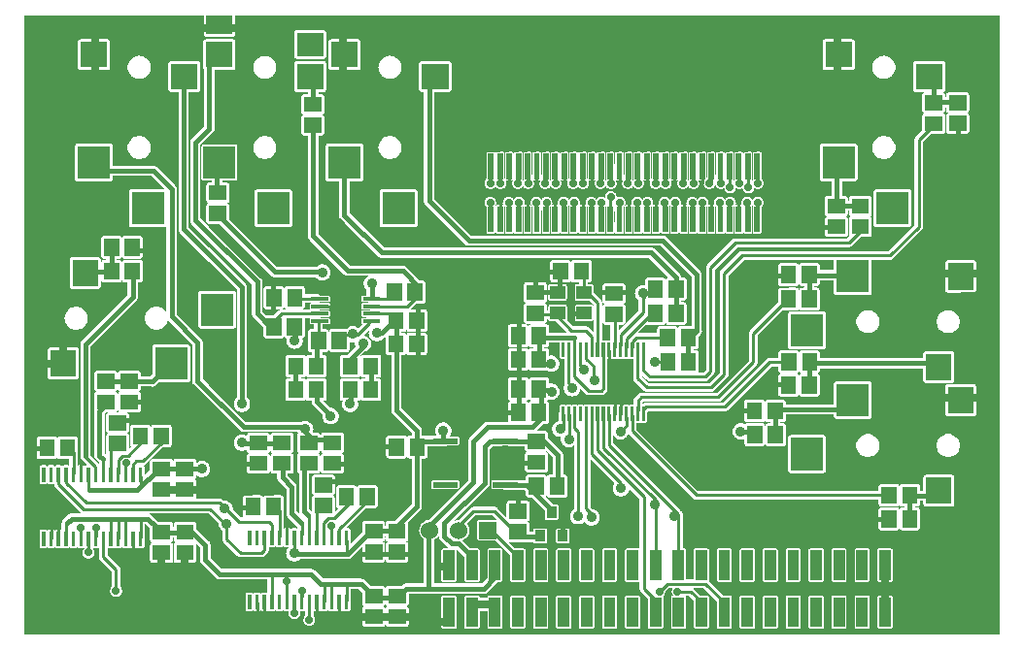
<source format=gbr>
G04 start of page 2 for group 0 idx 0 *
G04 Title: 96Boards CE I2S Mezzanine, top *
G04 Creator: pcb 20140316 *
G04 CreationDate: Mon 17 Sep 2018 12:34:06 PM GMT UTC *
G04 For: adam *
G04 Format: Gerber/RS-274X *
G04 PCB-Dimensions (mm): 85.00 54.00 *
G04 PCB-Coordinate-Origin: lower left *
%MOMM*%
%FSLAX43Y43*%
%LNTOP*%
%ADD39C,0.965*%
%ADD38C,1.200*%
%ADD37C,1.500*%
%ADD36C,0.800*%
%ADD35C,0.889*%
%ADD34C,0.508*%
%ADD33C,0.300*%
%ADD32C,2.500*%
%ADD31C,0.914*%
%ADD30C,0.700*%
%ADD29C,5.000*%
%ADD28R,1.000X1.000*%
%ADD27R,0.864X0.864*%
%ADD26R,0.508X0.508*%
%ADD25R,1.100X1.100*%
%ADD24R,0.270X0.270*%
%ADD23R,0.500X0.500*%
%ADD22R,0.300X0.300*%
%ADD21C,1.016*%
%ADD20R,0.330X0.330*%
%ADD19R,1.300X1.300*%
%ADD18R,2.000X2.000*%
%ADD17R,2.200X2.200*%
%ADD16R,1.600X1.600*%
%ADD15C,1.524*%
%ADD14C,0.254*%
%ADD13C,0.400*%
%ADD12C,0.635*%
%ADD11C,0.002*%
G54D11*G36*
X9998Y35547D02*X12190Y35548D01*
X12229Y35558D01*
X12266Y35573D01*
X12300Y35594D01*
X12330Y35620D01*
X12356Y35650D01*
X12366Y35666D01*
Y28108D01*
X12315Y28192D01*
X12212Y28312D01*
X12092Y28415D01*
X11957Y28497D01*
X11811Y28558D01*
X11658Y28595D01*
X11500Y28607D01*
X11342Y28595D01*
X11189Y28558D01*
X11043Y28497D01*
X10908Y28415D01*
X10788Y28312D01*
X10685Y28192D01*
X10603Y28057D01*
X10542Y27911D01*
X10505Y27758D01*
X10493Y27600D01*
X10505Y27442D01*
X10542Y27289D01*
X10603Y27143D01*
X10685Y27008D01*
X10788Y26888D01*
X10908Y26785D01*
X11043Y26703D01*
X11189Y26642D01*
X11342Y26605D01*
X11500Y26593D01*
X11658Y26605D01*
X11811Y26642D01*
X11957Y26703D01*
X12092Y26785D01*
X12212Y26888D01*
X12315Y27008D01*
X12397Y27143D01*
X12458Y27289D01*
X12495Y27442D01*
X12498Y27438D01*
X12512Y27426D01*
X14626Y25312D01*
Y22158D01*
X14625Y22140D01*
X14630Y22069D01*
X14647Y21999D01*
X14674Y21933D01*
X14712Y21872D01*
X14712Y21872D01*
X14758Y21818D01*
X14772Y21806D01*
X18766Y17812D01*
X18778Y17798D01*
X18832Y17752D01*
X18893Y17714D01*
X18959Y17687D01*
X19029Y17670D01*
X19100Y17665D01*
X19118Y17666D01*
X23805D01*
X23834Y17596D01*
X23851Y17569D01*
X23840Y17560D01*
X23814Y17530D01*
X23793Y17496D01*
X23778Y17459D01*
X23769Y17420D01*
X23766Y17380D01*
X23769Y16040D01*
X23778Y16001D01*
X23793Y15964D01*
X23814Y15930D01*
X23840Y15900D01*
X23870Y15874D01*
X23905Y15853D01*
X23941Y15838D01*
X23973Y15830D01*
X23941Y15822D01*
X23905Y15807D01*
X23870Y15786D01*
X23840Y15760D01*
X23814Y15730D01*
X23793Y15696D01*
X23778Y15659D01*
X23769Y15620D01*
X23766Y15580D01*
X23769Y14240D01*
X23778Y14201D01*
X23793Y14164D01*
X23814Y14130D01*
X23840Y14100D01*
X23870Y14074D01*
X23905Y14053D01*
X23926Y14044D01*
Y10808D01*
X23925Y10790D01*
X23930Y10719D01*
X23947Y10649D01*
X23974Y10583D01*
X24012Y10522D01*
X24058Y10468D01*
X24072Y10456D01*
X24399Y10129D01*
X24439Y10093D01*
Y10052D01*
X24431Y10061D01*
X23734Y10758D01*
Y12882D01*
X23735Y12900D01*
X23730Y12971D01*
X23730Y12971D01*
X23717Y13024D01*
X23713Y13041D01*
X23702Y13068D01*
X23686Y13107D01*
X23648Y13168D01*
X23602Y13222D01*
X23588Y13234D01*
X22934Y13888D01*
Y14018D01*
X23240Y14018D01*
X23279Y14028D01*
X23315Y14043D01*
X23350Y14064D01*
X23380Y14090D01*
X23406Y14120D01*
X23427Y14154D01*
X23442Y14191D01*
X23451Y14230D01*
X23454Y14270D01*
X23451Y15610D01*
X23442Y15649D01*
X23427Y15686D01*
X23406Y15720D01*
X23380Y15750D01*
X23350Y15776D01*
X23315Y15797D01*
X23279Y15812D01*
X23247Y15820D01*
X23279Y15828D01*
X23315Y15843D01*
X23350Y15864D01*
X23380Y15890D01*
X23406Y15920D01*
X23427Y15954D01*
X23442Y15991D01*
X23451Y16030D01*
X23454Y16070D01*
X23451Y17410D01*
X23442Y17449D01*
X23427Y17486D01*
X23406Y17520D01*
X23380Y17550D01*
X23350Y17576D01*
X23315Y17597D01*
X23279Y17612D01*
X23240Y17622D01*
X23200Y17624D01*
X21660Y17622D01*
X21621Y17612D01*
X21585Y17597D01*
X21550Y17576D01*
X21520Y17550D01*
X21494Y17520D01*
X21473Y17486D01*
X21458Y17449D01*
X21449Y17410D01*
X21446Y17370D01*
X21447Y17174D01*
X21382D01*
X21381Y17410D01*
X21372Y17449D01*
X21357Y17486D01*
X21336Y17520D01*
X21310Y17550D01*
X21280Y17576D01*
X21245Y17597D01*
X21209Y17612D01*
X21170Y17622D01*
X21130Y17624D01*
X19590Y17622D01*
X19551Y17612D01*
X19515Y17597D01*
X19480Y17576D01*
X19450Y17550D01*
X19424Y17520D01*
X19403Y17486D01*
X19388Y17449D01*
X19379Y17410D01*
X19376Y17370D01*
X19376Y17335D01*
X19294Y17386D01*
X19190Y17428D01*
X19082Y17455D01*
X18970Y17463D01*
X18858Y17455D01*
X18750Y17428D01*
X18646Y17386D01*
X18551Y17327D01*
X18466Y17254D01*
X18393Y17169D01*
X18334Y17074D01*
X18292Y16970D01*
X18265Y16862D01*
X18257Y16750D01*
X18265Y16638D01*
X18292Y16530D01*
X18334Y16426D01*
X18393Y16331D01*
X18466Y16246D01*
X18551Y16173D01*
X18646Y16114D01*
X18750Y16072D01*
X18858Y16045D01*
X18970Y16037D01*
X19082Y16045D01*
X19190Y16072D01*
X19294Y16114D01*
X19378Y16166D01*
X19379Y16030D01*
X19388Y15991D01*
X19403Y15954D01*
X19424Y15920D01*
X19450Y15890D01*
X19480Y15864D01*
X19515Y15843D01*
X19551Y15828D01*
X19583Y15820D01*
X19551Y15812D01*
X19515Y15797D01*
X19480Y15776D01*
X19450Y15750D01*
X19424Y15720D01*
X19403Y15686D01*
X19388Y15649D01*
X19379Y15610D01*
X19376Y15570D01*
X19379Y14230D01*
X19388Y14191D01*
X19403Y14154D01*
X19424Y14120D01*
X19450Y14090D01*
X19480Y14064D01*
X19515Y14043D01*
X19551Y14028D01*
X19590Y14018D01*
X19630Y14016D01*
X21170Y14018D01*
X21209Y14028D01*
X21245Y14043D01*
X21280Y14064D01*
X21310Y14090D01*
X21336Y14120D01*
X21357Y14154D01*
X21372Y14191D01*
X21381Y14230D01*
X21384Y14270D01*
X21381Y15610D01*
X21372Y15649D01*
X21357Y15686D01*
X21336Y15720D01*
X21310Y15750D01*
X21280Y15776D01*
X21245Y15797D01*
X21209Y15812D01*
X21177Y15820D01*
X21209Y15828D01*
X21245Y15843D01*
X21280Y15864D01*
X21310Y15890D01*
X21336Y15920D01*
X21357Y15954D01*
X21372Y15991D01*
X21381Y16030D01*
X21384Y16070D01*
X21383Y16266D01*
X21448D01*
X21449Y16030D01*
X21458Y15991D01*
X21473Y15954D01*
X21494Y15920D01*
X21520Y15890D01*
X21550Y15864D01*
X21585Y15843D01*
X21621Y15828D01*
X21653Y15820D01*
X21621Y15812D01*
X21585Y15797D01*
X21550Y15776D01*
X21520Y15750D01*
X21494Y15720D01*
X21473Y15686D01*
X21458Y15649D01*
X21449Y15610D01*
X21446Y15570D01*
X21449Y14230D01*
X21458Y14191D01*
X21473Y14154D01*
X21494Y14120D01*
X21520Y14090D01*
X21550Y14064D01*
X21585Y14043D01*
X21621Y14028D01*
X21660Y14018D01*
X21700Y14016D01*
X22026Y14017D01*
Y13718D01*
X22025Y13700D01*
X22030Y13629D01*
X22047Y13559D01*
X22074Y13493D01*
X22112Y13432D01*
X22158Y13378D01*
X22172Y13366D01*
X22826Y12712D01*
Y10588D01*
X22825Y10570D01*
X22830Y10499D01*
X22847Y10429D01*
X22874Y10363D01*
X22912Y10302D01*
X22912Y10302D01*
X22958Y10248D01*
X22972Y10236D01*
X23789Y9419D01*
X23799Y9410D01*
Y9238D01*
X23784Y9250D01*
X23760Y9266D01*
X23733Y9277D01*
X23704Y9284D01*
X23675Y9285D01*
X23346Y9284D01*
X23318Y9277D01*
X23291Y9266D01*
X23266Y9250D01*
X23244Y9231D01*
X23225Y9209D01*
X23209Y9184D01*
X23200Y9162D01*
X23191Y9184D01*
X23176Y9209D01*
X23157Y9231D01*
X23134Y9250D01*
X23110Y9266D01*
X23083Y9277D01*
X23054Y9284D01*
X23025Y9285D01*
X22696Y9284D01*
X22668Y9277D01*
X22641Y9266D01*
X22616Y9250D01*
X22611Y9246D01*
Y10319D01*
X22612Y10321D01*
X22622Y10360D01*
X22624Y10400D01*
X22622Y11940D01*
X22612Y11979D01*
X22597Y12015D01*
X22576Y12050D01*
X22550Y12080D01*
X22520Y12106D01*
X22486Y12127D01*
X22449Y12142D01*
X22410Y12151D01*
X22370Y12154D01*
X21030Y12151D01*
X20991Y12142D01*
X20954Y12127D01*
X20920Y12106D01*
X20890Y12080D01*
X20864Y12050D01*
X20843Y12015D01*
X20828Y11979D01*
X20820Y11947D01*
X20812Y11979D01*
X20797Y12015D01*
X20776Y12050D01*
X20750Y12080D01*
X20720Y12106D01*
X20686Y12127D01*
X20649Y12142D01*
X20610Y12151D01*
X20570Y12154D01*
X19230Y12151D01*
X19191Y12142D01*
X19154Y12127D01*
X19120Y12106D01*
X19090Y12080D01*
X19064Y12050D01*
X19043Y12015D01*
X19028Y11979D01*
X19018Y11940D01*
X19016Y11900D01*
X19018Y10360D01*
X19028Y10321D01*
X19043Y10285D01*
X19064Y10250D01*
X19090Y10220D01*
X19101Y10211D01*
X18828D01*
X18155Y10883D01*
X18161Y10980D01*
X18155Y11092D01*
X18128Y11200D01*
X18086Y11304D01*
X18027Y11399D01*
X17954Y11484D01*
X17869Y11557D01*
X17774Y11616D01*
X17670Y11658D01*
X17562Y11685D01*
X17450Y11693D01*
X17353Y11686D01*
X17300Y11739D01*
X17290Y11750D01*
X17245Y11789D01*
X17194Y11821D01*
X17138Y11843D01*
X17080Y11857D01*
X17020Y11862D01*
X17005Y11861D01*
X14926D01*
X14947Y11894D01*
X14962Y11931D01*
X14971Y11970D01*
X14974Y12010D01*
X14971Y13350D01*
X14962Y13389D01*
X14947Y13426D01*
X14926Y13460D01*
X14900Y13490D01*
X14870Y13516D01*
X14835Y13537D01*
X14799Y13552D01*
X14767Y13560D01*
X14799Y13568D01*
X14835Y13583D01*
X14870Y13604D01*
X14900Y13630D01*
X14926Y13660D01*
X14947Y13694D01*
X14962Y13731D01*
X14971Y13770D01*
X14974Y13810D01*
X14974Y13930D01*
X15041Y13873D01*
X15136Y13814D01*
X15240Y13772D01*
X15348Y13745D01*
X15460Y13737D01*
X15572Y13745D01*
X15680Y13772D01*
X15784Y13814D01*
X15879Y13873D01*
X15964Y13946D01*
X16037Y14031D01*
X16096Y14126D01*
X16138Y14230D01*
X16165Y14338D01*
X16171Y14450D01*
X16165Y14562D01*
X16138Y14670D01*
X16096Y14774D01*
X16037Y14869D01*
X15964Y14954D01*
X15879Y15027D01*
X15784Y15086D01*
X15680Y15128D01*
X15572Y15155D01*
X15460Y15163D01*
X15348Y15155D01*
X15240Y15128D01*
X15136Y15086D01*
X15041Y15027D01*
X14972Y14968D01*
X14971Y15150D01*
X14962Y15189D01*
X14947Y15226D01*
X14926Y15260D01*
X14900Y15290D01*
X14870Y15316D01*
X14835Y15337D01*
X14799Y15352D01*
X14760Y15362D01*
X14720Y15364D01*
X13180Y15362D01*
X13141Y15352D01*
X13105Y15337D01*
X13070Y15316D01*
X13040Y15290D01*
X13014Y15260D01*
X12993Y15226D01*
X12978Y15189D01*
X12969Y15150D01*
X12966Y15110D01*
X12966Y14954D01*
X12952D01*
X12951Y15130D01*
X12942Y15169D01*
X12927Y15206D01*
X12906Y15240D01*
X12880Y15270D01*
X12850Y15296D01*
X12815Y15317D01*
X12779Y15332D01*
X12740Y15342D01*
X12700Y15344D01*
X11160Y15342D01*
X11121Y15332D01*
X11085Y15317D01*
X11050Y15296D01*
X11020Y15270D01*
X10994Y15240D01*
X10973Y15206D01*
X10958Y15169D01*
X10949Y15130D01*
X10946Y15090D01*
X10947Y14360D01*
X10490Y13902D01*
X10483Y13928D01*
X10461Y13984D01*
X10459Y13986D01*
X10458Y14629D01*
X10452Y14657D01*
X10440Y14684D01*
X10425Y14709D01*
X10406Y14731D01*
X10386Y14749D01*
X10418Y14757D01*
X10474Y14779D01*
X10525Y14811D01*
X10570Y14850D01*
X10580Y14861D01*
X12036Y16318D01*
X12610Y16319D01*
X12649Y16328D01*
X12686Y16343D01*
X12720Y16364D01*
X12750Y16390D01*
X12776Y16420D01*
X12797Y16455D01*
X12812Y16491D01*
X12822Y16530D01*
X12824Y16570D01*
X12822Y18110D01*
X12812Y18149D01*
X12797Y18185D01*
X12776Y18220D01*
X12750Y18250D01*
X12720Y18276D01*
X12686Y18297D01*
X12649Y18312D01*
X12610Y18321D01*
X12570Y18324D01*
X11230Y18321D01*
X11191Y18312D01*
X11154Y18297D01*
X11120Y18276D01*
X11090Y18250D01*
X11064Y18220D01*
X11043Y18185D01*
X11028Y18149D01*
X11020Y18117D01*
X11012Y18149D01*
X10997Y18185D01*
X10976Y18220D01*
X10950Y18250D01*
X10920Y18276D01*
X10886Y18297D01*
X10849Y18312D01*
X10810Y18321D01*
X10770Y18324D01*
X9998Y18322D01*
Y19420D01*
X10005Y19423D01*
X10040Y19444D01*
X10070Y19470D01*
X10096Y19500D01*
X10117Y19534D01*
X10132Y19571D01*
X10141Y19610D01*
X10144Y19650D01*
X10141Y20990D01*
X10132Y21029D01*
X10117Y21066D01*
X10096Y21100D01*
X10070Y21130D01*
X10040Y21156D01*
X10005Y21177D01*
X9998Y21180D01*
Y21220D01*
X10005Y21223D01*
X10040Y21244D01*
X10070Y21270D01*
X10096Y21300D01*
X10117Y21334D01*
X10132Y21371D01*
X10141Y21410D01*
X10144Y21450D01*
X10143Y21636D01*
X11122D01*
X11140Y21635D01*
X11211Y21640D01*
X11211Y21640D01*
X11281Y21657D01*
X11347Y21684D01*
X11408Y21722D01*
X11462Y21768D01*
X11474Y21782D01*
X11688Y21996D01*
X14240Y21998D01*
X14279Y22008D01*
X14316Y22023D01*
X14350Y22044D01*
X14380Y22070D01*
X14406Y22100D01*
X14427Y22134D01*
X14442Y22171D01*
X14452Y22210D01*
X14454Y22250D01*
X14452Y25090D01*
X14442Y25129D01*
X14427Y25166D01*
X14406Y25200D01*
X14380Y25230D01*
X14350Y25256D01*
X14316Y25277D01*
X14279Y25292D01*
X14240Y25302D01*
X14200Y25304D01*
X11360Y25302D01*
X11321Y25292D01*
X11284Y25277D01*
X11250Y25256D01*
X11220Y25230D01*
X11194Y25200D01*
X11173Y25166D01*
X11158Y25129D01*
X11148Y25090D01*
X11146Y25050D01*
X11148Y22740D01*
X10952Y22544D01*
X10142D01*
X10141Y22790D01*
X10132Y22829D01*
X10117Y22866D01*
X10096Y22900D01*
X10070Y22930D01*
X10040Y22956D01*
X10005Y22977D01*
X9998Y22980D01*
Y30698D01*
X10090Y30699D01*
X10129Y30708D01*
X10166Y30723D01*
X10200Y30744D01*
X10230Y30770D01*
X10256Y30800D01*
X10277Y30835D01*
X10292Y30871D01*
X10302Y30910D01*
X10304Y30950D01*
X10302Y32490D01*
X10292Y32529D01*
X10277Y32565D01*
X10256Y32600D01*
X10230Y32630D01*
X10200Y32656D01*
X10166Y32677D01*
X10129Y32692D01*
X10090Y32701D01*
X10050Y32704D01*
X9998Y32704D01*
Y32798D01*
X10090Y32799D01*
X10129Y32808D01*
X10166Y32823D01*
X10200Y32844D01*
X10230Y32870D01*
X10256Y32900D01*
X10277Y32935D01*
X10292Y32971D01*
X10302Y33010D01*
X10304Y33050D01*
X10302Y34590D01*
X10292Y34629D01*
X10277Y34665D01*
X10256Y34700D01*
X10230Y34730D01*
X10200Y34756D01*
X10166Y34777D01*
X10129Y34792D01*
X10090Y34801D01*
X10050Y34804D01*
X9998Y34804D01*
Y35547D01*
G37*
G36*
Y40026D02*X11042D01*
X12225Y38843D01*
X12190Y38852D01*
X12150Y38854D01*
X9998Y38852D01*
Y40026D01*
G37*
G36*
X52742Y12719D02*X53619Y11842D01*
Y7457D01*
X53613Y7463D01*
X53594Y7480D01*
X53573Y7493D01*
X53550Y7503D01*
X53525Y7509D01*
X53500Y7510D01*
X52742Y7509D01*
Y12719D01*
G37*
G36*
Y24057D02*X52765Y24047D01*
X52790Y24042D01*
X52815Y24040D01*
X53069Y24041D01*
Y22365D01*
X53068Y22350D01*
X53073Y22290D01*
X53087Y22232D01*
X53109Y22176D01*
X53141Y22125D01*
X53141Y22125D01*
X53180Y22080D01*
X53191Y22070D01*
X53950Y21311D01*
X53960Y21300D01*
X54005Y21261D01*
X54005Y21261D01*
X54056Y21229D01*
X54112Y21207D01*
X54170Y21193D01*
X54230Y21188D01*
X54245Y21189D01*
X59845D01*
X59860Y21188D01*
X59920Y21193D01*
X59920Y21193D01*
X59978Y21207D01*
X60034Y21229D01*
X60085Y21261D01*
X60130Y21300D01*
X60140Y21311D01*
X61219Y22390D01*
X61230Y22400D01*
X61269Y22445D01*
X61269Y22445D01*
X61301Y22496D01*
X61323Y22552D01*
X61337Y22610D01*
X61342Y22670D01*
X61341Y22685D01*
Y31362D01*
X62698Y32719D01*
X70555D01*
X70548Y32690D01*
X70546Y32650D01*
X70547Y31814D01*
X69302D01*
X69302Y32190D01*
X69292Y32229D01*
X69277Y32265D01*
X69256Y32300D01*
X69230Y32330D01*
X69200Y32356D01*
X69166Y32377D01*
X69129Y32392D01*
X69090Y32401D01*
X69050Y32404D01*
X67710Y32401D01*
X67671Y32392D01*
X67634Y32377D01*
X67600Y32356D01*
X67570Y32330D01*
X67544Y32300D01*
X67523Y32265D01*
X67508Y32229D01*
X67500Y32197D01*
X67492Y32229D01*
X67477Y32265D01*
X67456Y32300D01*
X67430Y32330D01*
X67400Y32356D01*
X67366Y32377D01*
X67329Y32392D01*
X67290Y32401D01*
X67250Y32404D01*
X65910Y32401D01*
X65871Y32392D01*
X65834Y32377D01*
X65800Y32356D01*
X65770Y32330D01*
X65744Y32300D01*
X65723Y32265D01*
X65708Y32229D01*
X65698Y32190D01*
X65696Y32150D01*
X65698Y30610D01*
X65708Y30571D01*
X65723Y30535D01*
X65744Y30500D01*
X65770Y30470D01*
X65800Y30444D01*
X65834Y30423D01*
X65871Y30408D01*
X65910Y30399D01*
X65950Y30396D01*
X67290Y30399D01*
X67329Y30408D01*
X67366Y30423D01*
X67400Y30444D01*
X67430Y30470D01*
X67456Y30500D01*
X67477Y30535D01*
X67492Y30571D01*
X67500Y30603D01*
X67508Y30571D01*
X67523Y30535D01*
X67544Y30500D01*
X67570Y30470D01*
X67600Y30444D01*
X67634Y30423D01*
X67671Y30408D01*
X67710Y30399D01*
X67750Y30396D01*
X67946Y30397D01*
Y30272D01*
X67710Y30271D01*
X67671Y30262D01*
X67634Y30247D01*
X67600Y30226D01*
X67570Y30200D01*
X67544Y30170D01*
X67523Y30135D01*
X67508Y30099D01*
X67500Y30067D01*
X67492Y30099D01*
X67477Y30135D01*
X67456Y30170D01*
X67430Y30200D01*
X67400Y30226D01*
X67366Y30247D01*
X67329Y30262D01*
X67290Y30271D01*
X67250Y30274D01*
X65910Y30271D01*
X65871Y30262D01*
X65834Y30247D01*
X65800Y30226D01*
X65770Y30200D01*
X65744Y30170D01*
X65723Y30135D01*
X65708Y30099D01*
X65698Y30060D01*
X65696Y30020D01*
X65698Y28996D01*
X63261Y26560D01*
X63250Y26550D01*
X63211Y26505D01*
X63179Y26454D01*
X63157Y26398D01*
X63143Y26340D01*
X63143Y26340D01*
X63138Y26280D01*
X63139Y26265D01*
Y23918D01*
X60322Y21101D01*
X53775D01*
X53760Y21102D01*
X53700Y21097D01*
X53642Y21083D01*
X53586Y21061D01*
X53535Y21029D01*
X53535Y21029D01*
X53490Y20990D01*
X53480Y20979D01*
X53201Y20700D01*
X53190Y20690D01*
X53151Y20645D01*
X53119Y20594D01*
X53097Y20538D01*
X53083Y20480D01*
X53083Y20480D01*
X53078Y20420D01*
X53079Y20405D01*
Y20060D01*
X52790Y20058D01*
X52765Y20053D01*
X52742Y20043D01*
Y24057D01*
G37*
G36*
Y32886D02*X54412D01*
X56166Y31132D01*
X56110Y31131D01*
X56071Y31122D01*
X56034Y31107D01*
X56000Y31086D01*
X55970Y31060D01*
X55944Y31030D01*
X55923Y30995D01*
X55908Y30959D01*
X55900Y30927D01*
X55892Y30959D01*
X55877Y30995D01*
X55856Y31030D01*
X55830Y31060D01*
X55800Y31086D01*
X55766Y31107D01*
X55729Y31122D01*
X55690Y31131D01*
X55650Y31134D01*
X54310Y31131D01*
X54271Y31122D01*
X54234Y31107D01*
X54200Y31086D01*
X54170Y31060D01*
X54144Y31030D01*
X54123Y30995D01*
X54108Y30959D01*
X54098Y30920D01*
X54096Y30880D01*
X54097Y30487D01*
X54022Y30505D01*
X53910Y30513D01*
X53798Y30505D01*
X53690Y30478D01*
X53586Y30436D01*
X53491Y30377D01*
X53406Y30304D01*
X53333Y30219D01*
X53274Y30124D01*
X53232Y30020D01*
X53205Y29912D01*
X53197Y29800D01*
X53205Y29688D01*
X53232Y29580D01*
X53274Y29476D01*
X53333Y29381D01*
X53406Y29296D01*
X53491Y29223D01*
X53539Y29193D01*
Y28258D01*
X52742Y27461D01*
Y32886D01*
G37*
G36*
Y33916D02*X55442D01*
X58136Y31222D01*
Y26913D01*
X57160Y26911D01*
X57121Y26902D01*
X57084Y26887D01*
X57050Y26866D01*
X57020Y26840D01*
X56994Y26810D01*
X56973Y26775D01*
X56958Y26739D01*
X56950Y26707D01*
X56942Y26739D01*
X56927Y26775D01*
X56906Y26810D01*
X56880Y26840D01*
X56850Y26866D01*
X56816Y26887D01*
X56779Y26902D01*
X56740Y26911D01*
X56700Y26914D01*
X55360Y26911D01*
X55321Y26902D01*
X55284Y26887D01*
X55250Y26866D01*
X55220Y26840D01*
X55194Y26810D01*
X55173Y26775D01*
X55158Y26739D01*
X55148Y26700D01*
X55146Y26660D01*
X55147Y26311D01*
X53450D01*
X54192Y27053D01*
X54224Y27033D01*
X54261Y27018D01*
X54300Y27009D01*
X54340Y27006D01*
X55680Y27009D01*
X55719Y27018D01*
X55756Y27033D01*
X55790Y27054D01*
X55820Y27080D01*
X55846Y27110D01*
X55867Y27145D01*
X55882Y27181D01*
X55890Y27213D01*
X55898Y27181D01*
X55913Y27145D01*
X55934Y27110D01*
X55960Y27080D01*
X55990Y27054D01*
X56024Y27033D01*
X56061Y27018D01*
X56100Y27009D01*
X56140Y27006D01*
X57480Y27009D01*
X57519Y27018D01*
X57556Y27033D01*
X57590Y27054D01*
X57620Y27080D01*
X57646Y27110D01*
X57667Y27145D01*
X57682Y27181D01*
X57692Y27220D01*
X57694Y27260D01*
X57692Y28800D01*
X57682Y28839D01*
X57667Y28875D01*
X57646Y28910D01*
X57620Y28940D01*
X57590Y28966D01*
X57556Y28987D01*
X57519Y29002D01*
X57480Y29011D01*
X57440Y29014D01*
X57254Y29013D01*
Y29128D01*
X57490Y29129D01*
X57529Y29138D01*
X57566Y29153D01*
X57600Y29174D01*
X57630Y29200D01*
X57656Y29230D01*
X57677Y29265D01*
X57692Y29301D01*
X57702Y29340D01*
X57704Y29380D01*
X57702Y30920D01*
X57692Y30959D01*
X57677Y30995D01*
X57656Y31030D01*
X57630Y31060D01*
X57600Y31086D01*
X57566Y31107D01*
X57529Y31122D01*
X57490Y31131D01*
X57450Y31134D01*
X57265Y31133D01*
X57260Y31201D01*
X57260Y31201D01*
X57247Y31254D01*
X57243Y31271D01*
X57232Y31298D01*
X57216Y31337D01*
X57178Y31398D01*
X57132Y31452D01*
X57118Y31464D01*
X54934Y33648D01*
X54922Y33662D01*
X54868Y33708D01*
X54807Y33746D01*
X54768Y33762D01*
X54741Y33773D01*
X54724Y33777D01*
X54671Y33790D01*
X54671Y33790D01*
X54600Y33795D01*
X54582Y33794D01*
X52742D01*
Y33916D01*
G37*
G36*
X67780Y22806D02*X67946Y22807D01*
Y22772D01*
X67780Y22772D01*
Y22806D01*
G37*
G36*
X80498Y45519D02*X80501Y45518D01*
X80533Y45510D01*
X80501Y45502D01*
X80498Y45501D01*
Y45519D01*
G37*
G36*
Y54000D02*X85000D01*
Y0D01*
X80498D01*
Y11148D01*
X80840Y11148D01*
X80879Y11158D01*
X80916Y11173D01*
X80950Y11194D01*
X80980Y11220D01*
X81006Y11250D01*
X81027Y11284D01*
X81042Y11321D01*
X81052Y11360D01*
X81054Y11400D01*
X81052Y13740D01*
X81042Y13779D01*
X81027Y13816D01*
X81006Y13850D01*
X80980Y13880D01*
X80950Y13906D01*
X80916Y13927D01*
X80879Y13942D01*
X80840Y13952D01*
X80800Y13954D01*
X80498Y13954D01*
Y15493D01*
X80500Y15493D01*
X80658Y15505D01*
X80811Y15542D01*
X80957Y15603D01*
X81092Y15685D01*
X81212Y15788D01*
X81315Y15908D01*
X81397Y16043D01*
X81458Y16189D01*
X81495Y16342D01*
X81504Y16500D01*
X81495Y16658D01*
X81458Y16811D01*
X81397Y16957D01*
X81315Y17092D01*
X81212Y17212D01*
X81092Y17315D01*
X80957Y17397D01*
X80811Y17458D01*
X80658Y17495D01*
X80500Y17507D01*
X80498Y17507D01*
Y19046D01*
X80500Y19046D01*
X82740Y19048D01*
X82779Y19058D01*
X82816Y19073D01*
X82850Y19094D01*
X82880Y19120D01*
X82906Y19150D01*
X82927Y19184D01*
X82942Y19221D01*
X82952Y19260D01*
X82954Y19300D01*
X82952Y21640D01*
X82942Y21679D01*
X82927Y21716D01*
X82906Y21750D01*
X82880Y21780D01*
X82850Y21806D01*
X82816Y21827D01*
X82779Y21842D01*
X82740Y21852D01*
X82700Y21854D01*
X80498Y21852D01*
Y21948D01*
X80840Y21948D01*
X80879Y21958D01*
X80916Y21973D01*
X80950Y21994D01*
X80980Y22020D01*
X81006Y22050D01*
X81027Y22084D01*
X81042Y22121D01*
X81052Y22160D01*
X81054Y22200D01*
X81052Y24540D01*
X81042Y24579D01*
X81027Y24616D01*
X81006Y24650D01*
X80980Y24680D01*
X80950Y24706D01*
X80916Y24727D01*
X80879Y24742D01*
X80840Y24752D01*
X80800Y24754D01*
X80498Y24754D01*
Y26293D01*
X80500Y26293D01*
X80658Y26305D01*
X80811Y26342D01*
X80957Y26403D01*
X81092Y26485D01*
X81212Y26588D01*
X81315Y26708D01*
X81397Y26843D01*
X81458Y26989D01*
X81495Y27142D01*
X81504Y27300D01*
X81495Y27458D01*
X81458Y27611D01*
X81397Y27757D01*
X81315Y27892D01*
X81212Y28012D01*
X81092Y28115D01*
X80957Y28197D01*
X80811Y28258D01*
X80658Y28295D01*
X80500Y28307D01*
X80498Y28307D01*
Y29846D01*
X80500Y29846D01*
X82740Y29848D01*
X82779Y29858D01*
X82816Y29873D01*
X82850Y29894D01*
X82880Y29920D01*
X82906Y29950D01*
X82927Y29984D01*
X82942Y30021D01*
X82952Y30060D01*
X82954Y30100D01*
X82952Y32440D01*
X82942Y32479D01*
X82927Y32516D01*
X82906Y32550D01*
X82880Y32580D01*
X82850Y32606D01*
X82816Y32627D01*
X82779Y32642D01*
X82740Y32652D01*
X82700Y32654D01*
X80498Y32652D01*
Y43719D01*
X80501Y43718D01*
X80540Y43708D01*
X80580Y43706D01*
X82120Y43708D01*
X82159Y43718D01*
X82195Y43733D01*
X82230Y43754D01*
X82260Y43780D01*
X82286Y43810D01*
X82307Y43844D01*
X82322Y43881D01*
X82331Y43920D01*
X82334Y43960D01*
X82331Y45300D01*
X82322Y45339D01*
X82307Y45376D01*
X82286Y45410D01*
X82260Y45440D01*
X82230Y45466D01*
X82195Y45487D01*
X82159Y45502D01*
X82127Y45510D01*
X82159Y45518D01*
X82195Y45533D01*
X82230Y45554D01*
X82260Y45580D01*
X82286Y45610D01*
X82307Y45644D01*
X82322Y45681D01*
X82331Y45720D01*
X82334Y45760D01*
X82331Y47100D01*
X82322Y47139D01*
X82307Y47176D01*
X82286Y47210D01*
X82260Y47240D01*
X82230Y47266D01*
X82195Y47287D01*
X82159Y47302D01*
X82120Y47312D01*
X82080Y47314D01*
X80540Y47312D01*
X80501Y47302D01*
X80498Y47301D01*
Y54000D01*
G37*
G36*
Y24754D02*X78560Y24752D01*
X78521Y24742D01*
X78484Y24727D01*
X78450Y24706D01*
X78420Y24680D01*
X78394Y24650D01*
X78373Y24616D01*
X78358Y24579D01*
X78348Y24540D01*
X78346Y24500D01*
X78346Y24124D01*
X73498D01*
Y26293D01*
X73500Y26293D01*
X73658Y26305D01*
X73811Y26342D01*
X73957Y26403D01*
X74092Y26485D01*
X74212Y26588D01*
X74315Y26708D01*
X74397Y26843D01*
X74458Y26989D01*
X74495Y27142D01*
X74504Y27300D01*
X74495Y27458D01*
X74458Y27611D01*
X74397Y27757D01*
X74315Y27892D01*
X74212Y28012D01*
X74092Y28115D01*
X73957Y28197D01*
X73811Y28258D01*
X73658Y28295D01*
X73500Y28307D01*
X73498Y28307D01*
Y29598D01*
X73640Y29598D01*
X73679Y29608D01*
X73716Y29623D01*
X73750Y29644D01*
X73780Y29670D01*
X73806Y29700D01*
X73827Y29734D01*
X73842Y29771D01*
X73852Y29810D01*
X73854Y29850D01*
X73852Y32690D01*
X73845Y32719D01*
X75425D01*
X75440Y32718D01*
X75500Y32723D01*
X75500Y32723D01*
X75558Y32737D01*
X75614Y32759D01*
X75665Y32791D01*
X75710Y32830D01*
X75720Y32841D01*
X78199Y35320D01*
X78210Y35330D01*
X78249Y35375D01*
X78249Y35375D01*
X78281Y35426D01*
X78303Y35482D01*
X78317Y35540D01*
X78322Y35600D01*
X78321Y35615D01*
Y43012D01*
X79006Y43697D01*
X80040Y43699D01*
X80079Y43708D01*
X80115Y43723D01*
X80150Y43744D01*
X80180Y43770D01*
X80206Y43800D01*
X80227Y43835D01*
X80242Y43871D01*
X80251Y43910D01*
X80254Y43950D01*
X80251Y45290D01*
X80242Y45329D01*
X80227Y45366D01*
X80206Y45400D01*
X80180Y45430D01*
X80150Y45456D01*
X80115Y45477D01*
X80079Y45492D01*
X80047Y45500D01*
X80079Y45508D01*
X80115Y45523D01*
X80150Y45544D01*
X80180Y45570D01*
X80206Y45600D01*
X80227Y45634D01*
X80242Y45671D01*
X80251Y45710D01*
X80254Y45750D01*
X80253Y45996D01*
X80328D01*
X80329Y45720D01*
X80338Y45681D01*
X80353Y45644D01*
X80374Y45610D01*
X80400Y45580D01*
X80430Y45554D01*
X80465Y45533D01*
X80498Y45519D01*
Y45501D01*
X80465Y45487D01*
X80430Y45466D01*
X80400Y45440D01*
X80374Y45410D01*
X80353Y45376D01*
X80338Y45339D01*
X80329Y45300D01*
X80326Y45260D01*
X80329Y43920D01*
X80338Y43881D01*
X80353Y43844D01*
X80374Y43810D01*
X80400Y43780D01*
X80430Y43754D01*
X80465Y43733D01*
X80498Y43719D01*
Y32652D01*
X80460Y32652D01*
X80421Y32642D01*
X80384Y32627D01*
X80350Y32606D01*
X80320Y32580D01*
X80294Y32550D01*
X80273Y32516D01*
X80258Y32479D01*
X80248Y32440D01*
X80246Y32400D01*
X80248Y30060D01*
X80258Y30021D01*
X80273Y29984D01*
X80294Y29950D01*
X80320Y29920D01*
X80350Y29894D01*
X80384Y29873D01*
X80421Y29858D01*
X80460Y29848D01*
X80498Y29846D01*
Y28307D01*
X80342Y28295D01*
X80189Y28258D01*
X80043Y28197D01*
X79908Y28115D01*
X79788Y28012D01*
X79685Y27892D01*
X79603Y27757D01*
X79542Y27611D01*
X79505Y27458D01*
X79493Y27300D01*
X79505Y27142D01*
X79542Y26989D01*
X79603Y26843D01*
X79685Y26708D01*
X79788Y26588D01*
X79908Y26485D01*
X80043Y26403D01*
X80189Y26342D01*
X80342Y26305D01*
X80498Y26293D01*
Y24754D01*
G37*
G36*
Y13954D02*X78560Y13952D01*
X78521Y13942D01*
X78484Y13927D01*
X78450Y13906D01*
X78420Y13880D01*
X78394Y13850D01*
X78373Y13816D01*
X78358Y13779D01*
X78348Y13740D01*
X78346Y13700D01*
X78347Y12564D01*
X78052D01*
X78051Y12940D01*
X78042Y12979D01*
X78027Y13015D01*
X78006Y13050D01*
X77980Y13080D01*
X77950Y13106D01*
X77915Y13127D01*
X77879Y13142D01*
X77840Y13151D01*
X77800Y13154D01*
X76460Y13151D01*
X76421Y13142D01*
X76384Y13127D01*
X76350Y13106D01*
X76320Y13080D01*
X76294Y13050D01*
X76273Y13015D01*
X76258Y12979D01*
X76250Y12947D01*
X76242Y12979D01*
X76227Y13015D01*
X76206Y13050D01*
X76180Y13080D01*
X76150Y13106D01*
X76116Y13127D01*
X76079Y13142D01*
X76040Y13151D01*
X76000Y13154D01*
X74660Y13151D01*
X74621Y13142D01*
X74584Y13127D01*
X74550Y13106D01*
X74520Y13080D01*
X74494Y13050D01*
X74473Y13015D01*
X74458Y12979D01*
X74448Y12940D01*
X74446Y12900D01*
X74447Y12541D01*
X73498D01*
Y15493D01*
X73500Y15493D01*
X73658Y15505D01*
X73811Y15542D01*
X73957Y15603D01*
X74092Y15685D01*
X74212Y15788D01*
X74315Y15908D01*
X74397Y16043D01*
X74458Y16189D01*
X74495Y16342D01*
X74504Y16500D01*
X74495Y16658D01*
X74458Y16811D01*
X74397Y16957D01*
X74315Y17092D01*
X74212Y17212D01*
X74092Y17315D01*
X73957Y17397D01*
X73811Y17458D01*
X73658Y17495D01*
X73500Y17507D01*
X73498Y17507D01*
Y18798D01*
X73640Y18798D01*
X73679Y18808D01*
X73716Y18823D01*
X73750Y18844D01*
X73780Y18870D01*
X73806Y18900D01*
X73827Y18934D01*
X73842Y18971D01*
X73852Y19010D01*
X73854Y19050D01*
X73852Y21890D01*
X73842Y21929D01*
X73827Y21966D01*
X73806Y22000D01*
X73780Y22030D01*
X73750Y22056D01*
X73716Y22077D01*
X73679Y22092D01*
X73640Y22102D01*
X73600Y22104D01*
X73498Y22104D01*
Y23216D01*
X78347D01*
X78348Y22160D01*
X78358Y22121D01*
X78373Y22084D01*
X78394Y22050D01*
X78420Y22020D01*
X78450Y21994D01*
X78484Y21973D01*
X78521Y21958D01*
X78560Y21948D01*
X78600Y21946D01*
X80498Y21948D01*
Y21852D01*
X80460Y21852D01*
X80421Y21842D01*
X80384Y21827D01*
X80350Y21806D01*
X80320Y21780D01*
X80294Y21750D01*
X80273Y21716D01*
X80258Y21679D01*
X80248Y21640D01*
X80246Y21600D01*
X80248Y19260D01*
X80258Y19221D01*
X80273Y19184D01*
X80294Y19150D01*
X80320Y19120D01*
X80350Y19094D01*
X80384Y19073D01*
X80421Y19058D01*
X80460Y19048D01*
X80498Y19046D01*
Y17507D01*
X80342Y17495D01*
X80189Y17458D01*
X80043Y17397D01*
X79908Y17315D01*
X79788Y17212D01*
X79685Y17092D01*
X79603Y16957D01*
X79542Y16811D01*
X79505Y16658D01*
X79493Y16500D01*
X79505Y16342D01*
X79542Y16189D01*
X79603Y16043D01*
X79685Y15908D01*
X79788Y15788D01*
X79908Y15685D01*
X80043Y15603D01*
X80189Y15542D01*
X80342Y15505D01*
X80498Y15493D01*
Y13954D01*
G37*
G36*
X75000Y11147D02*X76040Y11149D01*
X76079Y11158D01*
X76116Y11173D01*
X76150Y11194D01*
X76180Y11220D01*
X76206Y11250D01*
X76227Y11285D01*
X76242Y11321D01*
X76250Y11353D01*
X76258Y11321D01*
X76273Y11285D01*
X76294Y11250D01*
X76320Y11220D01*
X76350Y11194D01*
X76384Y11173D01*
X76421Y11158D01*
X76460Y11149D01*
X76500Y11146D01*
X76696Y11147D01*
Y11102D01*
X76460Y11101D01*
X76421Y11092D01*
X76384Y11077D01*
X76350Y11056D01*
X76320Y11030D01*
X76294Y11000D01*
X76273Y10965D01*
X76258Y10929D01*
X76250Y10897D01*
X76242Y10929D01*
X76227Y10965D01*
X76206Y11000D01*
X76180Y11030D01*
X76150Y11056D01*
X76116Y11077D01*
X76079Y11092D01*
X76040Y11101D01*
X76000Y11104D01*
X75000Y11102D01*
Y11147D01*
G37*
G36*
X80498Y0D02*X75000D01*
Y491D01*
X75525Y491D01*
X75550Y497D01*
X75573Y507D01*
X75594Y520D01*
X75613Y537D01*
X75630Y556D01*
X75643Y577D01*
X75653Y600D01*
X75659Y625D01*
X75660Y650D01*
X75659Y3275D01*
X75653Y3300D01*
X75643Y3323D01*
X75630Y3344D01*
X75613Y3363D01*
X75594Y3380D01*
X75573Y3393D01*
X75550Y3403D01*
X75525Y3409D01*
X75500Y3410D01*
X75000Y3409D01*
Y4591D01*
X75525Y4591D01*
X75550Y4597D01*
X75573Y4607D01*
X75594Y4620D01*
X75613Y4637D01*
X75630Y4656D01*
X75643Y4677D01*
X75653Y4700D01*
X75659Y4725D01*
X75660Y4750D01*
X75659Y7375D01*
X75653Y7400D01*
X75643Y7423D01*
X75630Y7444D01*
X75613Y7463D01*
X75594Y7480D01*
X75573Y7493D01*
X75550Y7503D01*
X75525Y7509D01*
X75500Y7510D01*
X75000Y7509D01*
Y9097D01*
X76040Y9099D01*
X76079Y9108D01*
X76116Y9123D01*
X76150Y9144D01*
X76180Y9170D01*
X76206Y9200D01*
X76227Y9235D01*
X76242Y9271D01*
X76250Y9303D01*
X76258Y9271D01*
X76273Y9235D01*
X76294Y9200D01*
X76320Y9170D01*
X76350Y9144D01*
X76384Y9123D01*
X76421Y9108D01*
X76460Y9099D01*
X76500Y9096D01*
X77840Y9099D01*
X77879Y9108D01*
X77916Y9123D01*
X77950Y9144D01*
X77980Y9170D01*
X78006Y9200D01*
X78027Y9235D01*
X78042Y9271D01*
X78052Y9310D01*
X78054Y9350D01*
X78052Y10890D01*
X78042Y10929D01*
X78027Y10965D01*
X78006Y11000D01*
X77980Y11030D01*
X77950Y11056D01*
X77916Y11077D01*
X77879Y11092D01*
X77840Y11101D01*
X77800Y11104D01*
X77604Y11103D01*
Y11148D01*
X77840Y11149D01*
X77879Y11158D01*
X77915Y11173D01*
X77950Y11194D01*
X77980Y11220D01*
X78006Y11250D01*
X78027Y11285D01*
X78042Y11321D01*
X78051Y11360D01*
X78054Y11400D01*
X78053Y11656D01*
X78348D01*
X78348Y11360D01*
X78358Y11321D01*
X78373Y11284D01*
X78394Y11250D01*
X78420Y11220D01*
X78450Y11194D01*
X78484Y11173D01*
X78521Y11158D01*
X78560Y11148D01*
X78600Y11146D01*
X80498Y11148D01*
Y0D01*
G37*
G36*
X75000D02*X73498D01*
Y491D01*
X73525Y491D01*
X73550Y497D01*
X73573Y507D01*
X73594Y520D01*
X73613Y537D01*
X73630Y556D01*
X73643Y577D01*
X73653Y600D01*
X73659Y625D01*
X73660Y650D01*
X73659Y3275D01*
X73653Y3300D01*
X73643Y3323D01*
X73630Y3344D01*
X73613Y3363D01*
X73594Y3380D01*
X73573Y3393D01*
X73550Y3403D01*
X73525Y3409D01*
X73500Y3410D01*
X73498Y3410D01*
Y4591D01*
X73525Y4591D01*
X73550Y4597D01*
X73573Y4607D01*
X73594Y4620D01*
X73613Y4637D01*
X73630Y4656D01*
X73643Y4677D01*
X73653Y4700D01*
X73659Y4725D01*
X73660Y4750D01*
X73659Y7375D01*
X73653Y7400D01*
X73643Y7423D01*
X73630Y7444D01*
X73613Y7463D01*
X73594Y7480D01*
X73573Y7493D01*
X73550Y7503D01*
X73525Y7509D01*
X73500Y7510D01*
X73498Y7510D01*
Y11779D01*
X74448D01*
X74448Y11360D01*
X74458Y11321D01*
X74473Y11285D01*
X74494Y11250D01*
X74520Y11220D01*
X74550Y11194D01*
X74584Y11173D01*
X74621Y11158D01*
X74660Y11149D01*
X74700Y11146D01*
X75000Y11147D01*
Y11102D01*
X74660Y11101D01*
X74621Y11092D01*
X74584Y11077D01*
X74550Y11056D01*
X74520Y11030D01*
X74494Y11000D01*
X74473Y10965D01*
X74458Y10929D01*
X74448Y10890D01*
X74446Y10850D01*
X74448Y9310D01*
X74458Y9271D01*
X74473Y9235D01*
X74494Y9200D01*
X74520Y9170D01*
X74550Y9144D01*
X74584Y9123D01*
X74621Y9108D01*
X74660Y9099D01*
X74700Y9096D01*
X75000Y9097D01*
Y7509D01*
X74475Y7509D01*
X74450Y7503D01*
X74427Y7493D01*
X74406Y7480D01*
X74387Y7463D01*
X74370Y7444D01*
X74357Y7423D01*
X74347Y7400D01*
X74341Y7375D01*
X74340Y7350D01*
X74341Y4725D01*
X74347Y4700D01*
X74357Y4677D01*
X74370Y4656D01*
X74387Y4637D01*
X74406Y4620D01*
X74427Y4607D01*
X74450Y4597D01*
X74475Y4591D01*
X74500Y4590D01*
X75000Y4591D01*
Y3409D01*
X74475Y3409D01*
X74450Y3403D01*
X74427Y3393D01*
X74406Y3380D01*
X74387Y3363D01*
X74370Y3344D01*
X74357Y3323D01*
X74347Y3300D01*
X74341Y3275D01*
X74340Y3250D01*
X74341Y625D01*
X74347Y600D01*
X74357Y577D01*
X74370Y556D01*
X74387Y537D01*
X74406Y520D01*
X74427Y507D01*
X74450Y497D01*
X74475Y491D01*
X74500Y490D01*
X75000Y491D01*
Y0D01*
G37*
G36*
X74898Y54000D02*X80498D01*
Y47301D01*
X80465Y47287D01*
X80430Y47266D01*
X80400Y47240D01*
X80374Y47210D01*
X80353Y47176D01*
X80338Y47139D01*
X80329Y47100D01*
X80326Y47060D01*
X80326Y46904D01*
X80252D01*
X80251Y47090D01*
X80242Y47129D01*
X80227Y47166D01*
X80206Y47200D01*
X80180Y47230D01*
X80150Y47256D01*
X80115Y47277D01*
X80079Y47292D01*
X80040Y47302D01*
X80000Y47304D01*
X79674Y47304D01*
Y47348D01*
X80040Y47348D01*
X80079Y47358D01*
X80116Y47373D01*
X80150Y47394D01*
X80180Y47420D01*
X80206Y47450D01*
X80227Y47484D01*
X80242Y47521D01*
X80252Y47560D01*
X80254Y47600D01*
X80252Y49840D01*
X80242Y49879D01*
X80227Y49916D01*
X80206Y49950D01*
X80180Y49980D01*
X80150Y50006D01*
X80116Y50027D01*
X80079Y50042D01*
X80040Y50052D01*
X80000Y50054D01*
X77660Y50052D01*
X77621Y50042D01*
X77584Y50027D01*
X77550Y50006D01*
X77520Y49980D01*
X77494Y49950D01*
X77473Y49916D01*
X77458Y49879D01*
X77448Y49840D01*
X77446Y49800D01*
X77448Y47560D01*
X77458Y47521D01*
X77473Y47484D01*
X77494Y47450D01*
X77520Y47420D01*
X77550Y47394D01*
X77584Y47373D01*
X77621Y47358D01*
X77660Y47348D01*
X77700Y47346D01*
X78766Y47347D01*
Y47302D01*
X78460Y47302D01*
X78421Y47292D01*
X78385Y47277D01*
X78350Y47256D01*
X78320Y47230D01*
X78294Y47200D01*
X78273Y47166D01*
X78258Y47129D01*
X78249Y47090D01*
X78246Y47050D01*
X78249Y45710D01*
X78258Y45671D01*
X78273Y45634D01*
X78294Y45600D01*
X78320Y45570D01*
X78350Y45544D01*
X78385Y45523D01*
X78421Y45508D01*
X78453Y45500D01*
X78421Y45492D01*
X78385Y45477D01*
X78350Y45456D01*
X78320Y45430D01*
X78294Y45400D01*
X78273Y45366D01*
X78258Y45329D01*
X78249Y45290D01*
X78246Y45250D01*
X78248Y44017D01*
X77681Y43450D01*
X77670Y43440D01*
X77631Y43395D01*
X77599Y43344D01*
X77577Y43288D01*
X77563Y43230D01*
X77563Y43230D01*
X77558Y43170D01*
X77559Y43155D01*
Y35758D01*
X75282Y33481D01*
X74898D01*
Y35547D01*
X77090Y35548D01*
X77129Y35558D01*
X77166Y35573D01*
X77200Y35594D01*
X77230Y35620D01*
X77256Y35650D01*
X77277Y35684D01*
X77292Y35721D01*
X77302Y35760D01*
X77304Y35800D01*
X77302Y38640D01*
X77292Y38679D01*
X77277Y38716D01*
X77256Y38750D01*
X77230Y38780D01*
X77200Y38806D01*
X77166Y38827D01*
X77129Y38842D01*
X77090Y38852D01*
X77050Y38854D01*
X74898Y38852D01*
Y41493D01*
X74900Y41493D01*
X75058Y41505D01*
X75211Y41542D01*
X75357Y41603D01*
X75492Y41685D01*
X75612Y41788D01*
X75715Y41908D01*
X75797Y42043D01*
X75858Y42189D01*
X75895Y42342D01*
X75904Y42500D01*
X75895Y42658D01*
X75858Y42811D01*
X75797Y42957D01*
X75715Y43092D01*
X75612Y43212D01*
X75492Y43315D01*
X75357Y43397D01*
X75211Y43458D01*
X75058Y43495D01*
X74900Y43507D01*
X74898Y43507D01*
Y48493D01*
X74900Y48493D01*
X75058Y48505D01*
X75211Y48542D01*
X75357Y48603D01*
X75492Y48685D01*
X75612Y48788D01*
X75715Y48908D01*
X75797Y49043D01*
X75858Y49189D01*
X75895Y49342D01*
X75904Y49500D01*
X75895Y49658D01*
X75858Y49811D01*
X75797Y49957D01*
X75715Y50092D01*
X75612Y50212D01*
X75492Y50315D01*
X75357Y50397D01*
X75211Y50458D01*
X75058Y50495D01*
X74900Y50507D01*
X74898Y50507D01*
Y54000D01*
G37*
G36*
X73498D02*X74898D01*
Y50507D01*
X74742Y50495D01*
X74589Y50458D01*
X74443Y50397D01*
X74308Y50315D01*
X74188Y50212D01*
X74085Y50092D01*
X74003Y49957D01*
X73942Y49811D01*
X73905Y49658D01*
X73893Y49500D01*
X73905Y49342D01*
X73942Y49189D01*
X74003Y49043D01*
X74085Y48908D01*
X74188Y48788D01*
X74308Y48685D01*
X74443Y48603D01*
X74589Y48542D01*
X74742Y48505D01*
X74898Y48493D01*
Y43507D01*
X74742Y43495D01*
X74589Y43458D01*
X74443Y43397D01*
X74308Y43315D01*
X74188Y43212D01*
X74085Y43092D01*
X74003Y42957D01*
X73942Y42811D01*
X73905Y42658D01*
X73893Y42500D01*
X73905Y42342D01*
X73942Y42189D01*
X74003Y42043D01*
X74085Y41908D01*
X74188Y41788D01*
X74308Y41685D01*
X74443Y41603D01*
X74589Y41542D01*
X74742Y41505D01*
X74898Y41493D01*
Y38852D01*
X74210Y38852D01*
X74171Y38842D01*
X74134Y38827D01*
X74100Y38806D01*
X74070Y38780D01*
X74044Y38750D01*
X74023Y38716D01*
X74008Y38679D01*
X73998Y38640D01*
X73996Y38600D01*
X73998Y35760D01*
X74008Y35721D01*
X74023Y35684D01*
X74044Y35650D01*
X74070Y35620D01*
X74100Y35594D01*
X74134Y35573D01*
X74171Y35558D01*
X74210Y35548D01*
X74250Y35546D01*
X74898Y35547D01*
Y33481D01*
X73498D01*
Y34688D01*
X73640Y34688D01*
X73679Y34698D01*
X73715Y34713D01*
X73750Y34734D01*
X73780Y34760D01*
X73806Y34790D01*
X73827Y34824D01*
X73842Y34861D01*
X73851Y34900D01*
X73854Y34940D01*
X73851Y36280D01*
X73842Y36319D01*
X73827Y36356D01*
X73806Y36390D01*
X73780Y36420D01*
X73750Y36446D01*
X73715Y36467D01*
X73679Y36482D01*
X73647Y36490D01*
X73679Y36498D01*
X73715Y36513D01*
X73750Y36534D01*
X73780Y36560D01*
X73806Y36590D01*
X73827Y36624D01*
X73842Y36661D01*
X73851Y36700D01*
X73854Y36740D01*
X73851Y38080D01*
X73842Y38119D01*
X73827Y38156D01*
X73806Y38190D01*
X73780Y38220D01*
X73750Y38246D01*
X73715Y38267D01*
X73679Y38282D01*
X73640Y38292D01*
X73600Y38294D01*
X73498Y38294D01*
Y54000D01*
G37*
G36*
Y33481D02*X67780D01*
Y33819D01*
X71845D01*
X71860Y33818D01*
X71920Y33823D01*
X71920Y33823D01*
X71978Y33837D01*
X72034Y33859D01*
X72085Y33891D01*
X72130Y33930D01*
X72140Y33941D01*
X72886Y34687D01*
X73498Y34688D01*
Y33481D01*
G37*
G36*
Y24124D02*X69322D01*
X69322Y24600D01*
X69312Y24639D01*
X69297Y24675D01*
X69276Y24710D01*
X69250Y24740D01*
X69220Y24766D01*
X69186Y24787D01*
X69149Y24802D01*
X69110Y24811D01*
X69070Y24814D01*
X67780Y24812D01*
Y24897D01*
X69640Y24898D01*
X69679Y24908D01*
X69716Y24923D01*
X69750Y24944D01*
X69780Y24970D01*
X69806Y25000D01*
X69827Y25034D01*
X69842Y25071D01*
X69852Y25110D01*
X69854Y25150D01*
X69852Y27990D01*
X69842Y28029D01*
X69827Y28066D01*
X69806Y28100D01*
X69780Y28130D01*
X69750Y28156D01*
X69716Y28177D01*
X69679Y28192D01*
X69640Y28202D01*
X69600Y28204D01*
X67780Y28202D01*
Y28266D01*
X69090Y28269D01*
X69129Y28278D01*
X69166Y28293D01*
X69200Y28314D01*
X69230Y28340D01*
X69256Y28370D01*
X69277Y28405D01*
X69292Y28441D01*
X69302Y28480D01*
X69304Y28520D01*
X69302Y30060D01*
X69292Y30099D01*
X69277Y30135D01*
X69256Y30170D01*
X69230Y30200D01*
X69200Y30226D01*
X69166Y30247D01*
X69129Y30262D01*
X69090Y30271D01*
X69050Y30274D01*
X68854Y30273D01*
Y30398D01*
X69090Y30399D01*
X69129Y30408D01*
X69166Y30423D01*
X69200Y30444D01*
X69230Y30470D01*
X69256Y30500D01*
X69277Y30535D01*
X69292Y30571D01*
X69302Y30610D01*
X69304Y30650D01*
X69304Y30906D01*
X70547D01*
X70548Y29810D01*
X70558Y29771D01*
X70573Y29734D01*
X70594Y29700D01*
X70620Y29670D01*
X70650Y29644D01*
X70684Y29623D01*
X70721Y29608D01*
X70760Y29598D01*
X70800Y29596D01*
X73498Y29598D01*
Y28307D01*
X73342Y28295D01*
X73189Y28258D01*
X73043Y28197D01*
X72908Y28115D01*
X72788Y28012D01*
X72685Y27892D01*
X72603Y27757D01*
X72542Y27611D01*
X72505Y27458D01*
X72493Y27300D01*
X72505Y27142D01*
X72542Y26989D01*
X72603Y26843D01*
X72685Y26708D01*
X72788Y26588D01*
X72908Y26485D01*
X73043Y26403D01*
X73189Y26342D01*
X73342Y26305D01*
X73498Y26293D01*
Y24124D01*
G37*
G36*
Y22104D02*X70760Y22102D01*
X70721Y22092D01*
X70684Y22077D01*
X70650Y22056D01*
X70620Y22030D01*
X70594Y22000D01*
X70573Y21966D01*
X70558Y21929D01*
X70548Y21890D01*
X70546Y21850D01*
X70547Y20104D01*
X67780D01*
Y20766D01*
X69090Y20769D01*
X69129Y20778D01*
X69166Y20793D01*
X69200Y20814D01*
X69230Y20840D01*
X69256Y20870D01*
X69277Y20905D01*
X69292Y20941D01*
X69302Y20980D01*
X69304Y21020D01*
X69302Y22560D01*
X69292Y22599D01*
X69277Y22635D01*
X69256Y22670D01*
X69230Y22700D01*
X69200Y22726D01*
X69166Y22747D01*
X69129Y22762D01*
X69090Y22771D01*
X69050Y22774D01*
X68854Y22773D01*
Y22808D01*
X69110Y22809D01*
X69149Y22818D01*
X69186Y22833D01*
X69220Y22854D01*
X69250Y22880D01*
X69276Y22910D01*
X69297Y22945D01*
X69312Y22981D01*
X69322Y23020D01*
X69324Y23060D01*
X69324Y23216D01*
X73498D01*
Y22104D01*
G37*
G36*
Y12541D02*X67780D01*
Y14097D01*
X69640Y14098D01*
X69679Y14108D01*
X69716Y14123D01*
X69750Y14144D01*
X69780Y14170D01*
X69806Y14200D01*
X69827Y14234D01*
X69842Y14271D01*
X69852Y14310D01*
X69854Y14350D01*
X69852Y17190D01*
X69842Y17229D01*
X69827Y17266D01*
X69806Y17300D01*
X69780Y17330D01*
X69750Y17356D01*
X69716Y17377D01*
X69679Y17392D01*
X69640Y17402D01*
X69600Y17404D01*
X67780Y17402D01*
Y19196D01*
X70548D01*
X70548Y19010D01*
X70558Y18971D01*
X70573Y18934D01*
X70594Y18900D01*
X70620Y18870D01*
X70650Y18844D01*
X70684Y18823D01*
X70721Y18808D01*
X70760Y18798D01*
X70800Y18796D01*
X73498Y18798D01*
Y17507D01*
X73342Y17495D01*
X73189Y17458D01*
X73043Y17397D01*
X72908Y17315D01*
X72788Y17212D01*
X72685Y17092D01*
X72603Y16957D01*
X72542Y16811D01*
X72505Y16658D01*
X72493Y16500D01*
X72505Y16342D01*
X72542Y16189D01*
X72603Y16043D01*
X72685Y15908D01*
X72788Y15788D01*
X72908Y15685D01*
X73043Y15603D01*
X73189Y15542D01*
X73342Y15505D01*
X73498Y15493D01*
Y12541D01*
G37*
G36*
Y0D02*X71000D01*
Y491D01*
X71525Y491D01*
X71550Y497D01*
X71573Y507D01*
X71594Y520D01*
X71613Y537D01*
X71630Y556D01*
X71643Y577D01*
X71653Y600D01*
X71659Y625D01*
X71660Y650D01*
X71659Y3275D01*
X71653Y3300D01*
X71643Y3323D01*
X71630Y3344D01*
X71613Y3363D01*
X71594Y3380D01*
X71573Y3393D01*
X71550Y3403D01*
X71525Y3409D01*
X71500Y3410D01*
X71000Y3409D01*
Y4591D01*
X71525Y4591D01*
X71550Y4597D01*
X71573Y4607D01*
X71594Y4620D01*
X71613Y4637D01*
X71630Y4656D01*
X71643Y4677D01*
X71653Y4700D01*
X71659Y4725D01*
X71660Y4750D01*
X71659Y7375D01*
X71653Y7400D01*
X71643Y7423D01*
X71630Y7444D01*
X71613Y7463D01*
X71594Y7480D01*
X71573Y7493D01*
X71550Y7503D01*
X71525Y7509D01*
X71500Y7510D01*
X71000Y7509D01*
Y11779D01*
X73498D01*
Y7510D01*
X72475Y7509D01*
X72450Y7503D01*
X72427Y7493D01*
X72406Y7480D01*
X72387Y7463D01*
X72370Y7444D01*
X72357Y7423D01*
X72347Y7400D01*
X72341Y7375D01*
X72340Y7350D01*
X72341Y4725D01*
X72347Y4700D01*
X72357Y4677D01*
X72370Y4656D01*
X72387Y4637D01*
X72406Y4620D01*
X72427Y4607D01*
X72450Y4597D01*
X72475Y4591D01*
X72500Y4590D01*
X73498Y4591D01*
Y3410D01*
X72475Y3409D01*
X72450Y3403D01*
X72427Y3393D01*
X72406Y3380D01*
X72387Y3363D01*
X72370Y3344D01*
X72357Y3323D01*
X72347Y3300D01*
X72341Y3275D01*
X72340Y3250D01*
X72341Y625D01*
X72347Y600D01*
X72357Y577D01*
X72370Y556D01*
X72387Y537D01*
X72406Y520D01*
X72427Y507D01*
X72450Y497D01*
X72475Y491D01*
X72500Y490D01*
X73498Y491D01*
Y0D01*
G37*
G36*
X71000D02*X69000D01*
Y491D01*
X69525Y491D01*
X69550Y497D01*
X69573Y507D01*
X69594Y520D01*
X69613Y537D01*
X69630Y556D01*
X69643Y577D01*
X69653Y600D01*
X69659Y625D01*
X69660Y650D01*
X69659Y3275D01*
X69653Y3300D01*
X69643Y3323D01*
X69630Y3344D01*
X69613Y3363D01*
X69594Y3380D01*
X69573Y3393D01*
X69550Y3403D01*
X69525Y3409D01*
X69500Y3410D01*
X69000Y3409D01*
Y4591D01*
X69525Y4591D01*
X69550Y4597D01*
X69573Y4607D01*
X69594Y4620D01*
X69613Y4637D01*
X69630Y4656D01*
X69643Y4677D01*
X69653Y4700D01*
X69659Y4725D01*
X69660Y4750D01*
X69659Y7375D01*
X69653Y7400D01*
X69643Y7423D01*
X69630Y7444D01*
X69613Y7463D01*
X69594Y7480D01*
X69573Y7493D01*
X69550Y7503D01*
X69525Y7509D01*
X69500Y7510D01*
X69000Y7509D01*
Y11779D01*
X71000D01*
Y7509D01*
X70475Y7509D01*
X70450Y7503D01*
X70427Y7493D01*
X70406Y7480D01*
X70387Y7463D01*
X70370Y7444D01*
X70357Y7423D01*
X70347Y7400D01*
X70341Y7375D01*
X70340Y7350D01*
X70341Y4725D01*
X70347Y4700D01*
X70357Y4677D01*
X70370Y4656D01*
X70387Y4637D01*
X70406Y4620D01*
X70427Y4607D01*
X70450Y4597D01*
X70475Y4591D01*
X70500Y4590D01*
X71000Y4591D01*
Y3409D01*
X70475Y3409D01*
X70450Y3403D01*
X70427Y3393D01*
X70406Y3380D01*
X70387Y3363D01*
X70370Y3344D01*
X70357Y3323D01*
X70347Y3300D01*
X70341Y3275D01*
X70340Y3250D01*
X70341Y625D01*
X70347Y600D01*
X70357Y577D01*
X70370Y556D01*
X70387Y537D01*
X70406Y520D01*
X70427Y507D01*
X70450Y497D01*
X70475Y491D01*
X70500Y490D01*
X71000Y491D01*
Y0D01*
G37*
G36*
X69000D02*X67780D01*
Y11779D01*
X69000D01*
Y7509D01*
X68475Y7509D01*
X68450Y7503D01*
X68427Y7493D01*
X68406Y7480D01*
X68387Y7463D01*
X68370Y7444D01*
X68357Y7423D01*
X68347Y7400D01*
X68341Y7375D01*
X68340Y7350D01*
X68341Y4725D01*
X68347Y4700D01*
X68357Y4677D01*
X68370Y4656D01*
X68387Y4637D01*
X68406Y4620D01*
X68427Y4607D01*
X68450Y4597D01*
X68475Y4591D01*
X68500Y4590D01*
X69000Y4591D01*
Y3409D01*
X68475Y3409D01*
X68450Y3403D01*
X68427Y3393D01*
X68406Y3380D01*
X68387Y3363D01*
X68370Y3344D01*
X68357Y3323D01*
X68347Y3300D01*
X68341Y3275D01*
X68340Y3250D01*
X68341Y625D01*
X68347Y600D01*
X68357Y577D01*
X68370Y556D01*
X68387Y537D01*
X68406Y520D01*
X68427Y507D01*
X68450Y497D01*
X68475Y491D01*
X68500Y490D01*
X69000Y491D01*
Y0D01*
G37*
G36*
X70950Y34688D02*X71550Y34688D01*
X71589Y34698D01*
X71625Y34713D01*
X71660Y34734D01*
X71690Y34760D01*
X71716Y34790D01*
X71737Y34824D01*
X71752Y34861D01*
X71761Y34900D01*
X71764Y34940D01*
X71761Y36280D01*
X71752Y36319D01*
X71737Y36356D01*
X71716Y36390D01*
X71690Y36420D01*
X71660Y36446D01*
X71625Y36467D01*
X71589Y36482D01*
X71557Y36490D01*
X71589Y36498D01*
X71625Y36513D01*
X71660Y36534D01*
X71690Y36560D01*
X71716Y36590D01*
X71737Y36624D01*
X71752Y36661D01*
X71761Y36700D01*
X71764Y36740D01*
X71763Y36966D01*
X71848D01*
X71849Y36700D01*
X71858Y36661D01*
X71873Y36624D01*
X71894Y36590D01*
X71920Y36560D01*
X71950Y36534D01*
X71985Y36513D01*
X72021Y36498D01*
X72053Y36490D01*
X72021Y36482D01*
X71985Y36467D01*
X71950Y36446D01*
X71920Y36420D01*
X71894Y36390D01*
X71873Y36356D01*
X71858Y36319D01*
X71849Y36280D01*
X71846Y36240D01*
X71849Y34900D01*
X71858Y34861D01*
X71873Y34824D01*
X71894Y34790D01*
X71902Y34781D01*
X71702Y34581D01*
X70950D01*
Y34688D01*
G37*
G36*
Y54000D02*X73498D01*
Y38294D01*
X72060Y38292D01*
X72021Y38282D01*
X71985Y38267D01*
X71950Y38246D01*
X71920Y38220D01*
X71894Y38190D01*
X71873Y38156D01*
X71858Y38119D01*
X71849Y38080D01*
X71846Y38040D01*
X71846Y37874D01*
X71762D01*
X71761Y38080D01*
X71752Y38119D01*
X71737Y38156D01*
X71716Y38190D01*
X71690Y38220D01*
X71660Y38246D01*
X71625Y38267D01*
X71589Y38282D01*
X71550Y38292D01*
X71510Y38294D01*
X71244Y38294D01*
Y39547D01*
X72390Y39548D01*
X72429Y39558D01*
X72466Y39573D01*
X72500Y39594D01*
X72530Y39620D01*
X72556Y39650D01*
X72577Y39684D01*
X72592Y39721D01*
X72602Y39760D01*
X72604Y39800D01*
X72602Y42640D01*
X72592Y42679D01*
X72577Y42716D01*
X72556Y42750D01*
X72530Y42780D01*
X72500Y42806D01*
X72466Y42827D01*
X72429Y42842D01*
X72390Y42852D01*
X72350Y42854D01*
X70950Y42853D01*
Y49247D01*
X72140Y49248D01*
X72179Y49258D01*
X72216Y49273D01*
X72250Y49294D01*
X72280Y49320D01*
X72306Y49350D01*
X72327Y49384D01*
X72342Y49421D01*
X72352Y49460D01*
X72354Y49500D01*
X72352Y51740D01*
X72342Y51779D01*
X72327Y51816D01*
X72306Y51850D01*
X72280Y51880D01*
X72250Y51906D01*
X72216Y51927D01*
X72179Y51942D01*
X72140Y51952D01*
X72100Y51954D01*
X70950Y51953D01*
Y54000D01*
G37*
G36*
X67780D02*X70950D01*
Y51953D01*
X69760Y51952D01*
X69721Y51942D01*
X69684Y51927D01*
X69650Y51906D01*
X69620Y51880D01*
X69594Y51850D01*
X69573Y51816D01*
X69558Y51779D01*
X69548Y51740D01*
X69546Y51700D01*
X69548Y49460D01*
X69558Y49421D01*
X69573Y49384D01*
X69594Y49350D01*
X69620Y49320D01*
X69650Y49294D01*
X69684Y49273D01*
X69721Y49258D01*
X69760Y49248D01*
X69800Y49246D01*
X70950Y49247D01*
Y42853D01*
X69510Y42852D01*
X69471Y42842D01*
X69434Y42827D01*
X69400Y42806D01*
X69370Y42780D01*
X69344Y42750D01*
X69323Y42716D01*
X69308Y42679D01*
X69298Y42640D01*
X69296Y42600D01*
X69298Y39760D01*
X69308Y39721D01*
X69323Y39684D01*
X69344Y39650D01*
X69370Y39620D01*
X69400Y39594D01*
X69434Y39573D01*
X69471Y39558D01*
X69510Y39548D01*
X69550Y39546D01*
X70336Y39547D01*
Y38292D01*
X69970Y38292D01*
X69931Y38282D01*
X69895Y38267D01*
X69860Y38246D01*
X69830Y38220D01*
X69804Y38190D01*
X69783Y38156D01*
X69768Y38119D01*
X69759Y38080D01*
X69756Y38040D01*
X69759Y36700D01*
X69768Y36661D01*
X69783Y36624D01*
X69804Y36590D01*
X69830Y36560D01*
X69860Y36534D01*
X69895Y36513D01*
X69931Y36498D01*
X69963Y36490D01*
X69931Y36482D01*
X69895Y36467D01*
X69860Y36446D01*
X69830Y36420D01*
X69804Y36390D01*
X69783Y36356D01*
X69768Y36319D01*
X69759Y36280D01*
X69756Y36240D01*
X69759Y34900D01*
X69768Y34861D01*
X69783Y34824D01*
X69804Y34790D01*
X69830Y34760D01*
X69860Y34734D01*
X69895Y34713D01*
X69931Y34698D01*
X69970Y34688D01*
X70010Y34686D01*
X70950Y34688D01*
Y34581D01*
X67780D01*
Y54000D01*
G37*
G36*
Y33481D02*X62555D01*
X62540Y33482D01*
X62480Y33477D01*
X62422Y33463D01*
X62366Y33441D01*
X62315Y33409D01*
X62315Y33409D01*
X62270Y33370D01*
X62260Y33359D01*
X60701Y31800D01*
X60690Y31790D01*
X60651Y31745D01*
X60619Y31694D01*
X60597Y31638D01*
X60583Y31580D01*
X60583Y31580D01*
X60578Y31520D01*
X60579Y31505D01*
Y22828D01*
X59702Y21951D01*
X54388D01*
X53831Y22508D01*
Y22620D01*
X54210Y22241D01*
X54220Y22230D01*
X54265Y22191D01*
X54316Y22159D01*
X54372Y22137D01*
X54430Y22123D01*
X54490Y22118D01*
X54505Y22119D01*
X59285D01*
X59300Y22118D01*
X59360Y22123D01*
X59360Y22123D01*
X59418Y22137D01*
X59474Y22159D01*
X59525Y22191D01*
X59570Y22230D01*
X59580Y22241D01*
X60039Y22700D01*
X60050Y22710D01*
X60089Y22755D01*
X60089Y22755D01*
X60121Y22806D01*
X60143Y22862D01*
X60157Y22920D01*
X60162Y22980D01*
X60161Y22995D01*
Y31872D01*
X62108Y33819D01*
X67780D01*
Y33481D01*
G37*
G36*
Y24812D02*X67730Y24811D01*
X67691Y24802D01*
X67654Y24787D01*
X67620Y24766D01*
X67590Y24740D01*
X67564Y24710D01*
X67543Y24675D01*
X67528Y24639D01*
X67520Y24607D01*
X67512Y24639D01*
X67497Y24675D01*
X67476Y24710D01*
X67450Y24740D01*
X67420Y24766D01*
X67386Y24787D01*
X67349Y24802D01*
X67310Y24811D01*
X67270Y24814D01*
X65930Y24811D01*
X65891Y24802D01*
X65854Y24787D01*
X65820Y24766D01*
X65790Y24740D01*
X65764Y24710D01*
X65743Y24675D01*
X65728Y24639D01*
X65718Y24600D01*
X65716Y24560D01*
X65717Y24171D01*
X64975D01*
X64960Y24172D01*
X64900Y24167D01*
X64842Y24153D01*
X64786Y24131D01*
X64735Y24099D01*
X64735Y24099D01*
X64690Y24060D01*
X64680Y24049D01*
X60872Y20241D01*
X54165D01*
X54150Y20242D01*
X54090Y20237D01*
X54032Y20223D01*
X53976Y20201D01*
X53925Y20169D01*
X53925Y20169D01*
X53880Y20130D01*
X53870Y20119D01*
X53841Y20090D01*
Y20262D01*
X53918Y20339D01*
X60465D01*
X60480Y20338D01*
X60540Y20343D01*
X60540Y20343D01*
X60598Y20357D01*
X60654Y20379D01*
X60705Y20411D01*
X60750Y20450D01*
X60760Y20461D01*
X63779Y23480D01*
X63790Y23490D01*
X63829Y23535D01*
X63829Y23535D01*
X63861Y23586D01*
X63883Y23642D01*
X63897Y23700D01*
X63902Y23760D01*
X63901Y23775D01*
Y26122D01*
X66045Y28266D01*
X67290Y28269D01*
X67329Y28278D01*
X67366Y28293D01*
X67400Y28314D01*
X67430Y28340D01*
X67456Y28370D01*
X67477Y28405D01*
X67492Y28441D01*
X67500Y28473D01*
X67508Y28441D01*
X67523Y28405D01*
X67544Y28370D01*
X67570Y28340D01*
X67600Y28314D01*
X67634Y28293D01*
X67671Y28278D01*
X67710Y28269D01*
X67750Y28266D01*
X67780Y28266D01*
Y28202D01*
X66760Y28202D01*
X66721Y28192D01*
X66684Y28177D01*
X66650Y28156D01*
X66620Y28130D01*
X66594Y28100D01*
X66573Y28066D01*
X66558Y28029D01*
X66548Y27990D01*
X66546Y27950D01*
X66548Y25110D01*
X66558Y25071D01*
X66573Y25034D01*
X66594Y25000D01*
X66620Y24970D01*
X66650Y24944D01*
X66684Y24923D01*
X66721Y24908D01*
X66760Y24898D01*
X66800Y24896D01*
X67780Y24897D01*
Y24812D01*
G37*
G36*
Y12541D02*X58698D01*
X53331Y17908D01*
Y18440D01*
X53610Y18442D01*
X53634Y18448D01*
X53658Y18457D01*
X53679Y18470D01*
X53698Y18487D01*
X53700Y18489D01*
X53702Y18487D01*
X53721Y18470D01*
X53742Y18457D01*
X53765Y18448D01*
X53790Y18442D01*
X53815Y18440D01*
X54110Y18442D01*
X54134Y18448D01*
X54158Y18457D01*
X54179Y18470D01*
X54198Y18487D01*
X54215Y18506D01*
X54228Y18527D01*
X54237Y18551D01*
X54243Y18575D01*
X54245Y18600D01*
X54244Y19316D01*
X54269Y19345D01*
X54301Y19396D01*
X54323Y19452D01*
X54330Y19479D01*
X61015D01*
X61030Y19478D01*
X61090Y19483D01*
X61090Y19483D01*
X61148Y19497D01*
X61204Y19519D01*
X61255Y19551D01*
X61300Y19590D01*
X61310Y19601D01*
X65118Y23409D01*
X65718D01*
X65718Y23020D01*
X65728Y22981D01*
X65743Y22945D01*
X65764Y22910D01*
X65790Y22880D01*
X65820Y22854D01*
X65854Y22833D01*
X65891Y22818D01*
X65930Y22809D01*
X65970Y22806D01*
X67310Y22809D01*
X67349Y22818D01*
X67386Y22833D01*
X67420Y22854D01*
X67450Y22880D01*
X67476Y22910D01*
X67497Y22945D01*
X67512Y22981D01*
X67520Y23013D01*
X67528Y22981D01*
X67543Y22945D01*
X67564Y22910D01*
X67590Y22880D01*
X67620Y22854D01*
X67654Y22833D01*
X67691Y22818D01*
X67730Y22809D01*
X67770Y22806D01*
X67780Y22806D01*
Y22772D01*
X67710Y22771D01*
X67671Y22762D01*
X67634Y22747D01*
X67600Y22726D01*
X67570Y22700D01*
X67544Y22670D01*
X67523Y22635D01*
X67508Y22599D01*
X67500Y22567D01*
X67492Y22599D01*
X67477Y22635D01*
X67456Y22670D01*
X67430Y22700D01*
X67400Y22726D01*
X67366Y22747D01*
X67329Y22762D01*
X67290Y22771D01*
X67250Y22774D01*
X65910Y22771D01*
X65871Y22762D01*
X65834Y22747D01*
X65800Y22726D01*
X65770Y22700D01*
X65744Y22670D01*
X65723Y22635D01*
X65708Y22599D01*
X65698Y22560D01*
X65696Y22520D01*
X65698Y20980D01*
X65708Y20941D01*
X65723Y20905D01*
X65744Y20870D01*
X65770Y20840D01*
X65800Y20814D01*
X65834Y20793D01*
X65871Y20778D01*
X65910Y20769D01*
X65950Y20766D01*
X67290Y20769D01*
X67329Y20778D01*
X67366Y20793D01*
X67400Y20814D01*
X67430Y20840D01*
X67456Y20870D01*
X67477Y20905D01*
X67492Y20941D01*
X67500Y20973D01*
X67508Y20941D01*
X67523Y20905D01*
X67544Y20870D01*
X67570Y20840D01*
X67600Y20814D01*
X67634Y20793D01*
X67671Y20778D01*
X67710Y20769D01*
X67750Y20766D01*
X67780Y20766D01*
Y20104D01*
X66342D01*
X66342Y20300D01*
X66332Y20339D01*
X66317Y20375D01*
X66296Y20410D01*
X66270Y20440D01*
X66240Y20466D01*
X66206Y20487D01*
X66169Y20502D01*
X66130Y20511D01*
X66090Y20514D01*
X64750Y20511D01*
X64711Y20502D01*
X64674Y20487D01*
X64640Y20466D01*
X64610Y20440D01*
X64584Y20410D01*
X64563Y20375D01*
X64548Y20339D01*
X64540Y20307D01*
X64532Y20339D01*
X64517Y20375D01*
X64496Y20410D01*
X64470Y20440D01*
X64440Y20466D01*
X64406Y20487D01*
X64369Y20502D01*
X64330Y20511D01*
X64290Y20514D01*
X62950Y20511D01*
X62911Y20502D01*
X62874Y20487D01*
X62840Y20466D01*
X62810Y20440D01*
X62784Y20410D01*
X62763Y20375D01*
X62748Y20339D01*
X62738Y20300D01*
X62736Y20260D01*
X62738Y18720D01*
X62748Y18681D01*
X62763Y18645D01*
X62784Y18610D01*
X62810Y18580D01*
X62840Y18554D01*
X62874Y18533D01*
X62911Y18518D01*
X62950Y18509D01*
X62990Y18506D01*
X64330Y18509D01*
X64369Y18518D01*
X64406Y18533D01*
X64440Y18554D01*
X64470Y18580D01*
X64496Y18610D01*
X64517Y18645D01*
X64532Y18681D01*
X64540Y18713D01*
X64548Y18681D01*
X64563Y18645D01*
X64584Y18610D01*
X64610Y18580D01*
X64640Y18554D01*
X64674Y18533D01*
X64711Y18518D01*
X64750Y18509D01*
X64790Y18506D01*
X64986Y18507D01*
Y18442D01*
X64760Y18441D01*
X64721Y18432D01*
X64684Y18417D01*
X64650Y18396D01*
X64620Y18370D01*
X64594Y18340D01*
X64573Y18305D01*
X64558Y18269D01*
X64550Y18237D01*
X64542Y18269D01*
X64527Y18305D01*
X64506Y18340D01*
X64480Y18370D01*
X64450Y18396D01*
X64416Y18417D01*
X64379Y18432D01*
X64340Y18441D01*
X64300Y18444D01*
X62960Y18441D01*
X62921Y18432D01*
X62884Y18417D01*
X62850Y18396D01*
X62820Y18370D01*
X62797Y18343D01*
X62744Y18376D01*
X62640Y18418D01*
X62532Y18445D01*
X62420Y18453D01*
X62308Y18445D01*
X62200Y18418D01*
X62096Y18376D01*
X62001Y18317D01*
X61916Y18244D01*
X61843Y18159D01*
X61784Y18064D01*
X61742Y17960D01*
X61715Y17852D01*
X61707Y17740D01*
X61715Y17628D01*
X61742Y17520D01*
X61784Y17416D01*
X61843Y17321D01*
X61916Y17236D01*
X62001Y17163D01*
X62096Y17104D01*
X62200Y17062D01*
X62308Y17035D01*
X62420Y17027D01*
X62532Y17035D01*
X62640Y17062D01*
X62744Y17104D01*
X62748Y17107D01*
X62748Y16650D01*
X62758Y16611D01*
X62773Y16575D01*
X62794Y16540D01*
X62820Y16510D01*
X62850Y16484D01*
X62884Y16463D01*
X62921Y16448D01*
X62960Y16439D01*
X63000Y16436D01*
X64340Y16439D01*
X64379Y16448D01*
X64416Y16463D01*
X64450Y16484D01*
X64480Y16510D01*
X64506Y16540D01*
X64527Y16575D01*
X64542Y16611D01*
X64550Y16643D01*
X64558Y16611D01*
X64573Y16575D01*
X64594Y16540D01*
X64620Y16510D01*
X64650Y16484D01*
X64684Y16463D01*
X64721Y16448D01*
X64760Y16439D01*
X64800Y16436D01*
X66140Y16439D01*
X66179Y16448D01*
X66216Y16463D01*
X66250Y16484D01*
X66280Y16510D01*
X66306Y16540D01*
X66327Y16575D01*
X66342Y16611D01*
X66352Y16650D01*
X66354Y16690D01*
X66352Y18230D01*
X66342Y18269D01*
X66327Y18305D01*
X66306Y18340D01*
X66280Y18370D01*
X66250Y18396D01*
X66216Y18417D01*
X66179Y18432D01*
X66140Y18441D01*
X66100Y18444D01*
X65894Y18443D01*
Y18508D01*
X66130Y18509D01*
X66169Y18518D01*
X66206Y18533D01*
X66240Y18554D01*
X66270Y18580D01*
X66296Y18610D01*
X66317Y18645D01*
X66332Y18681D01*
X66342Y18720D01*
X66344Y18760D01*
X66343Y19196D01*
X67780D01*
Y17402D01*
X66760Y17402D01*
X66721Y17392D01*
X66684Y17377D01*
X66650Y17356D01*
X66620Y17330D01*
X66594Y17300D01*
X66573Y17266D01*
X66558Y17229D01*
X66548Y17190D01*
X66546Y17150D01*
X66548Y14310D01*
X66558Y14271D01*
X66573Y14234D01*
X66594Y14200D01*
X66620Y14170D01*
X66650Y14144D01*
X66684Y14123D01*
X66721Y14108D01*
X66760Y14098D01*
X66800Y14096D01*
X67780Y14097D01*
Y12541D01*
G37*
G36*
Y0D02*X67000D01*
Y491D01*
X67525Y491D01*
X67550Y497D01*
X67573Y507D01*
X67594Y520D01*
X67613Y537D01*
X67630Y556D01*
X67643Y577D01*
X67653Y600D01*
X67659Y625D01*
X67660Y650D01*
X67659Y3275D01*
X67653Y3300D01*
X67643Y3323D01*
X67630Y3344D01*
X67613Y3363D01*
X67594Y3380D01*
X67573Y3393D01*
X67550Y3403D01*
X67525Y3409D01*
X67500Y3410D01*
X67000Y3409D01*
Y4591D01*
X67525Y4591D01*
X67550Y4597D01*
X67573Y4607D01*
X67594Y4620D01*
X67613Y4637D01*
X67630Y4656D01*
X67643Y4677D01*
X67653Y4700D01*
X67659Y4725D01*
X67660Y4750D01*
X67659Y7375D01*
X67653Y7400D01*
X67643Y7423D01*
X67630Y7444D01*
X67613Y7463D01*
X67594Y7480D01*
X67573Y7493D01*
X67550Y7503D01*
X67525Y7509D01*
X67500Y7510D01*
X67000Y7509D01*
Y11779D01*
X67780D01*
Y0D01*
G37*
G36*
X67000D02*X65000D01*
Y491D01*
X65525Y491D01*
X65550Y497D01*
X65573Y507D01*
X65594Y520D01*
X65613Y537D01*
X65630Y556D01*
X65643Y577D01*
X65653Y600D01*
X65659Y625D01*
X65660Y650D01*
X65659Y3275D01*
X65653Y3300D01*
X65643Y3323D01*
X65630Y3344D01*
X65613Y3363D01*
X65594Y3380D01*
X65573Y3393D01*
X65550Y3403D01*
X65525Y3409D01*
X65500Y3410D01*
X65000Y3409D01*
Y4591D01*
X65525Y4591D01*
X65550Y4597D01*
X65573Y4607D01*
X65594Y4620D01*
X65613Y4637D01*
X65630Y4656D01*
X65643Y4677D01*
X65653Y4700D01*
X65659Y4725D01*
X65660Y4750D01*
X65659Y7375D01*
X65653Y7400D01*
X65643Y7423D01*
X65630Y7444D01*
X65613Y7463D01*
X65594Y7480D01*
X65573Y7493D01*
X65550Y7503D01*
X65525Y7509D01*
X65500Y7510D01*
X65000Y7509D01*
Y11779D01*
X67000D01*
Y7509D01*
X66475Y7509D01*
X66450Y7503D01*
X66427Y7493D01*
X66406Y7480D01*
X66387Y7463D01*
X66370Y7444D01*
X66357Y7423D01*
X66347Y7400D01*
X66341Y7375D01*
X66340Y7350D01*
X66341Y4725D01*
X66347Y4700D01*
X66357Y4677D01*
X66370Y4656D01*
X66387Y4637D01*
X66406Y4620D01*
X66427Y4607D01*
X66450Y4597D01*
X66475Y4591D01*
X66500Y4590D01*
X67000Y4591D01*
Y3409D01*
X66475Y3409D01*
X66450Y3403D01*
X66427Y3393D01*
X66406Y3380D01*
X66387Y3363D01*
X66370Y3344D01*
X66357Y3323D01*
X66347Y3300D01*
X66341Y3275D01*
X66340Y3250D01*
X66341Y625D01*
X66347Y600D01*
X66357Y577D01*
X66370Y556D01*
X66387Y537D01*
X66406Y520D01*
X66427Y507D01*
X66450Y497D01*
X66475Y491D01*
X66500Y490D01*
X67000Y491D01*
Y0D01*
G37*
G36*
X65000D02*X63000D01*
Y491D01*
X63525Y491D01*
X63550Y497D01*
X63573Y507D01*
X63594Y520D01*
X63613Y537D01*
X63630Y556D01*
X63643Y577D01*
X63653Y600D01*
X63659Y625D01*
X63660Y650D01*
X63659Y3275D01*
X63653Y3300D01*
X63643Y3323D01*
X63630Y3344D01*
X63613Y3363D01*
X63594Y3380D01*
X63573Y3393D01*
X63550Y3403D01*
X63525Y3409D01*
X63500Y3410D01*
X63000Y3409D01*
Y4591D01*
X63525Y4591D01*
X63550Y4597D01*
X63573Y4607D01*
X63594Y4620D01*
X63613Y4637D01*
X63630Y4656D01*
X63643Y4677D01*
X63653Y4700D01*
X63659Y4725D01*
X63660Y4750D01*
X63659Y7375D01*
X63653Y7400D01*
X63643Y7423D01*
X63630Y7444D01*
X63613Y7463D01*
X63594Y7480D01*
X63573Y7493D01*
X63550Y7503D01*
X63525Y7509D01*
X63500Y7510D01*
X63000Y7509D01*
Y11779D01*
X65000D01*
Y7509D01*
X64475Y7509D01*
X64450Y7503D01*
X64427Y7493D01*
X64406Y7480D01*
X64387Y7463D01*
X64370Y7444D01*
X64357Y7423D01*
X64347Y7400D01*
X64341Y7375D01*
X64340Y7350D01*
X64341Y4725D01*
X64347Y4700D01*
X64357Y4677D01*
X64370Y4656D01*
X64387Y4637D01*
X64406Y4620D01*
X64427Y4607D01*
X64450Y4597D01*
X64475Y4591D01*
X64500Y4590D01*
X65000Y4591D01*
Y3409D01*
X64475Y3409D01*
X64450Y3403D01*
X64427Y3393D01*
X64406Y3380D01*
X64387Y3363D01*
X64370Y3344D01*
X64357Y3323D01*
X64347Y3300D01*
X64341Y3275D01*
X64340Y3250D01*
X64341Y625D01*
X64347Y600D01*
X64357Y577D01*
X64370Y556D01*
X64387Y537D01*
X64406Y520D01*
X64427Y507D01*
X64450Y497D01*
X64475Y491D01*
X64500Y490D01*
X65000Y491D01*
Y0D01*
G37*
G36*
X63000D02*X61000D01*
Y491D01*
X61525Y491D01*
X61550Y497D01*
X61573Y507D01*
X61594Y520D01*
X61613Y537D01*
X61630Y556D01*
X61643Y577D01*
X61653Y600D01*
X61659Y625D01*
X61660Y650D01*
X61659Y3275D01*
X61653Y3300D01*
X61643Y3323D01*
X61630Y3344D01*
X61613Y3363D01*
X61594Y3380D01*
X61573Y3393D01*
X61550Y3403D01*
X61525Y3409D01*
X61500Y3410D01*
X61000Y3409D01*
Y4591D01*
X61525Y4591D01*
X61550Y4597D01*
X61573Y4607D01*
X61594Y4620D01*
X61613Y4637D01*
X61630Y4656D01*
X61643Y4677D01*
X61653Y4700D01*
X61659Y4725D01*
X61660Y4750D01*
X61659Y7375D01*
X61653Y7400D01*
X61643Y7423D01*
X61630Y7444D01*
X61613Y7463D01*
X61594Y7480D01*
X61573Y7493D01*
X61550Y7503D01*
X61525Y7509D01*
X61500Y7510D01*
X61000Y7509D01*
Y11779D01*
X63000D01*
Y7509D01*
X62475Y7509D01*
X62450Y7503D01*
X62427Y7493D01*
X62406Y7480D01*
X62387Y7463D01*
X62370Y7444D01*
X62357Y7423D01*
X62347Y7400D01*
X62341Y7375D01*
X62340Y7350D01*
X62341Y4725D01*
X62347Y4700D01*
X62357Y4677D01*
X62370Y4656D01*
X62387Y4637D01*
X62406Y4620D01*
X62427Y4607D01*
X62450Y4597D01*
X62475Y4591D01*
X62500Y4590D01*
X63000Y4591D01*
Y3409D01*
X62475Y3409D01*
X62450Y3403D01*
X62427Y3393D01*
X62406Y3380D01*
X62387Y3363D01*
X62370Y3344D01*
X62357Y3323D01*
X62347Y3300D01*
X62341Y3275D01*
X62340Y3250D01*
X62341Y625D01*
X62347Y600D01*
X62357Y577D01*
X62370Y556D01*
X62387Y537D01*
X62406Y520D01*
X62427Y507D01*
X62450Y497D01*
X62475Y491D01*
X62500Y490D01*
X63000Y491D01*
Y0D01*
G37*
G36*
X61000Y3409D02*X60920Y3409D01*
X59650Y4679D01*
X59646Y4684D01*
X59653Y4700D01*
X59659Y4725D01*
X59660Y4750D01*
X59659Y7375D01*
X59653Y7400D01*
X59643Y7423D01*
X59630Y7444D01*
X59613Y7463D01*
X59594Y7480D01*
X59573Y7493D01*
X59550Y7503D01*
X59525Y7509D01*
X59500Y7510D01*
X58475Y7509D01*
X58450Y7503D01*
X58427Y7493D01*
X58406Y7480D01*
X58387Y7463D01*
X58370Y7444D01*
X58357Y7423D01*
X58347Y7400D01*
X58341Y7375D01*
X58340Y7350D01*
X58341Y4801D01*
X57660D01*
X57659Y7375D01*
X57653Y7400D01*
X57643Y7423D01*
X57630Y7444D01*
X57613Y7463D01*
X57594Y7480D01*
X57573Y7493D01*
X57550Y7503D01*
X57525Y7509D01*
X57500Y7510D01*
X57381Y7510D01*
Y10357D01*
X57381Y10360D01*
X57381Y10363D01*
Y10485D01*
X57382Y10500D01*
X57377Y10560D01*
Y10560D01*
X57371Y10588D01*
X57363Y10618D01*
X57363Y10618D01*
Y10618D01*
X57341Y10674D01*
X57309Y10725D01*
X57270Y10770D01*
X57259Y10780D01*
X57175Y10864D01*
X57174Y10864D01*
X57174Y10865D01*
X52742Y15296D01*
Y17419D01*
X58260Y11901D01*
X58270Y11890D01*
X58315Y11851D01*
X58315Y11851D01*
X58366Y11819D01*
X58422Y11797D01*
X58480Y11783D01*
X58540Y11778D01*
X58555Y11779D01*
X61000D01*
Y7509D01*
X60475Y7509D01*
X60450Y7503D01*
X60427Y7493D01*
X60406Y7480D01*
X60387Y7463D01*
X60370Y7444D01*
X60357Y7423D01*
X60347Y7400D01*
X60341Y7375D01*
X60340Y7350D01*
X60341Y4725D01*
X60347Y4700D01*
X60357Y4677D01*
X60370Y4656D01*
X60387Y4637D01*
X60406Y4620D01*
X60427Y4607D01*
X60450Y4597D01*
X60475Y4591D01*
X60500Y4590D01*
X61000Y4591D01*
Y3409D01*
G37*
G36*
Y0D02*X52742D01*
Y490D01*
X53525Y491D01*
X53550Y497D01*
X53573Y507D01*
X53594Y520D01*
X53613Y537D01*
X53630Y556D01*
X53643Y577D01*
X53653Y600D01*
X53659Y625D01*
X53660Y650D01*
X53659Y3275D01*
X53653Y3300D01*
X53643Y3323D01*
X53630Y3344D01*
X53613Y3363D01*
X53594Y3380D01*
X53573Y3393D01*
X53550Y3403D01*
X53525Y3409D01*
X53500Y3410D01*
X52742Y3409D01*
Y4590D01*
X53525Y4591D01*
X53550Y4597D01*
X53573Y4607D01*
X53594Y4620D01*
X53613Y4637D01*
X53619Y4643D01*
Y4015D01*
X53618Y4000D01*
X53623Y3940D01*
X53637Y3882D01*
X53659Y3826D01*
X53691Y3775D01*
X53730Y3730D01*
X53741Y3720D01*
X54340Y3121D01*
X54341Y625D01*
X54347Y600D01*
X54357Y577D01*
X54370Y556D01*
X54387Y537D01*
X54406Y520D01*
X54427Y507D01*
X54450Y497D01*
X54475Y491D01*
X54500Y490D01*
X55525Y491D01*
X55550Y497D01*
X55573Y507D01*
X55594Y520D01*
X55613Y537D01*
X55630Y556D01*
X55643Y577D01*
X55653Y600D01*
X55659Y625D01*
X55660Y650D01*
X55659Y3275D01*
X55653Y3300D01*
X55643Y3323D01*
X55632Y3341D01*
X55641Y3346D01*
X55702Y3398D01*
X55754Y3459D01*
X55796Y3528D01*
X55827Y3602D01*
X55845Y3680D01*
X55848Y3729D01*
X56158Y4039D01*
X56493D01*
X56464Y3992D01*
X56433Y3918D01*
X56415Y3840D01*
X56408Y3760D01*
X56415Y3680D01*
X56433Y3602D01*
X56464Y3528D01*
X56506Y3459D01*
X56549Y3409D01*
X56475Y3409D01*
X56450Y3403D01*
X56427Y3393D01*
X56406Y3380D01*
X56387Y3363D01*
X56370Y3344D01*
X56357Y3323D01*
X56347Y3300D01*
X56341Y3275D01*
X56340Y3250D01*
X56341Y625D01*
X56347Y600D01*
X56357Y577D01*
X56370Y556D01*
X56387Y537D01*
X56406Y520D01*
X56427Y507D01*
X56450Y497D01*
X56475Y491D01*
X56500Y490D01*
X57525Y491D01*
X57550Y497D01*
X57573Y507D01*
X57594Y520D01*
X57613Y537D01*
X57630Y556D01*
X57643Y577D01*
X57653Y600D01*
X57659Y625D01*
X57660Y650D01*
X57659Y3275D01*
X57653Y3300D01*
X57643Y3323D01*
X57630Y3344D01*
X57613Y3363D01*
X57595Y3379D01*
X57912D01*
X58340Y2951D01*
X58341Y625D01*
X58347Y600D01*
X58357Y577D01*
X58370Y556D01*
X58387Y537D01*
X58406Y520D01*
X58427Y507D01*
X58450Y497D01*
X58475Y491D01*
X58500Y490D01*
X59525Y491D01*
X59550Y497D01*
X59573Y507D01*
X59594Y520D01*
X59613Y537D01*
X59630Y556D01*
X59643Y577D01*
X59653Y600D01*
X59659Y625D01*
X59660Y650D01*
X59659Y3275D01*
X59653Y3300D01*
X59643Y3323D01*
X59630Y3344D01*
X59613Y3363D01*
X59594Y3380D01*
X59573Y3393D01*
X59550Y3403D01*
X59525Y3409D01*
X59500Y3410D01*
X58960Y3409D01*
X58350Y4019D01*
X58340Y4030D01*
X58330Y4039D01*
X59212D01*
X60340Y2911D01*
X60341Y625D01*
X60347Y600D01*
X60357Y577D01*
X60370Y556D01*
X60387Y537D01*
X60406Y520D01*
X60427Y507D01*
X60450Y497D01*
X60475Y491D01*
X60500Y490D01*
X61000Y491D01*
Y0D01*
G37*
G36*
X52742Y54000D02*X67780D01*
Y34581D01*
X61965D01*
X61950Y34582D01*
X61890Y34577D01*
X61832Y34563D01*
X61776Y34541D01*
X61725Y34509D01*
X61725Y34509D01*
X61680Y34470D01*
X61670Y34459D01*
X59521Y32310D01*
X59510Y32300D01*
X59471Y32255D01*
X59439Y32204D01*
X59417Y32148D01*
X59403Y32090D01*
X59403Y32090D01*
X59398Y32030D01*
X59399Y32015D01*
Y23138D01*
X59142Y22881D01*
X58679D01*
X58690Y22890D01*
X58716Y22920D01*
X58737Y22955D01*
X58752Y22991D01*
X58762Y23030D01*
X58764Y23070D01*
X58762Y24610D01*
X58752Y24649D01*
X58737Y24685D01*
X58716Y24720D01*
X58690Y24750D01*
X58660Y24776D01*
X58626Y24797D01*
X58589Y24812D01*
X58550Y24821D01*
X58510Y24824D01*
X58294Y24823D01*
Y24908D01*
X58540Y24909D01*
X58579Y24918D01*
X58616Y24933D01*
X58650Y24954D01*
X58680Y24980D01*
X58706Y25010D01*
X58727Y25045D01*
X58742Y25081D01*
X58752Y25120D01*
X58754Y25160D01*
X58753Y26001D01*
X58898Y26146D01*
X58912Y26158D01*
X58958Y26212D01*
X58996Y26273D01*
X59023Y26339D01*
X59040Y26409D01*
X59045Y26480D01*
X59044Y26498D01*
Y31392D01*
X59045Y31410D01*
X59040Y31481D01*
X59040Y31481D01*
X59023Y31551D01*
X58996Y31617D01*
X58958Y31678D01*
X58912Y31732D01*
X58898Y31744D01*
X55964Y34678D01*
X55952Y34692D01*
X55898Y34738D01*
X55837Y34776D01*
X55771Y34803D01*
X55701Y34820D01*
X55701Y34820D01*
X55630Y34825D01*
X55612Y34824D01*
X52742D01*
Y34976D01*
X52920Y34976D01*
X52939Y34981D01*
X52957Y34988D01*
X52974Y34999D01*
X52989Y35011D01*
X53001Y35026D01*
X53012Y35043D01*
X53019Y35061D01*
X53024Y35080D01*
X53025Y35100D01*
X53024Y37355D01*
X53038Y37338D01*
X53069Y37312D01*
Y37000D01*
X53073Y36940D01*
X53075Y36929D01*
X53076Y35080D01*
X53081Y35061D01*
X53088Y35043D01*
X53099Y35026D01*
X53111Y35011D01*
X53126Y34999D01*
X53143Y34988D01*
X53161Y34981D01*
X53180Y34976D01*
X53200Y34975D01*
X53720Y34976D01*
X53739Y34981D01*
X53757Y34988D01*
X53774Y34999D01*
X53789Y35011D01*
X53801Y35026D01*
X53812Y35043D01*
X53819Y35061D01*
X53824Y35080D01*
X53825Y35100D01*
X53824Y36926D01*
X53827Y36940D01*
X53831Y37000D01*
Y37427D01*
X53850Y37458D01*
X53869Y37427D01*
Y36950D01*
X53873Y36890D01*
X53875Y36879D01*
X53876Y35080D01*
X53881Y35061D01*
X53888Y35043D01*
X53899Y35026D01*
X53911Y35011D01*
X53926Y34999D01*
X53943Y34988D01*
X53961Y34981D01*
X53980Y34976D01*
X54000Y34975D01*
X54520Y34976D01*
X54539Y34981D01*
X54557Y34988D01*
X54574Y34999D01*
X54589Y35011D01*
X54601Y35026D01*
X54612Y35043D01*
X54619Y35061D01*
X54624Y35080D01*
X54625Y35100D01*
X54624Y36876D01*
X54627Y36890D01*
X54631Y36950D01*
Y37312D01*
X54662Y37338D01*
X54675Y37354D01*
X54675Y37350D01*
X54676Y35080D01*
X54681Y35061D01*
X54688Y35043D01*
X54699Y35026D01*
X54711Y35011D01*
X54726Y34999D01*
X54743Y34988D01*
X54761Y34981D01*
X54780Y34976D01*
X54800Y34975D01*
X55320Y34976D01*
X55339Y34981D01*
X55357Y34988D01*
X55374Y34999D01*
X55389Y35011D01*
X55401Y35026D01*
X55412Y35043D01*
X55419Y35061D01*
X55424Y35080D01*
X55425Y35100D01*
X55424Y37355D01*
X55438Y37338D01*
X55469Y37312D01*
Y36950D01*
X55473Y36890D01*
X55475Y36879D01*
X55476Y35080D01*
X55481Y35061D01*
X55488Y35043D01*
X55499Y35026D01*
X55511Y35011D01*
X55526Y34999D01*
X55543Y34988D01*
X55561Y34981D01*
X55580Y34976D01*
X55600Y34975D01*
X56120Y34976D01*
X56139Y34981D01*
X56157Y34988D01*
X56174Y34999D01*
X56189Y35011D01*
X56201Y35026D01*
X56212Y35043D01*
X56219Y35061D01*
X56224Y35080D01*
X56225Y35100D01*
X56224Y36876D01*
X56227Y36890D01*
X56231Y36950D01*
Y37427D01*
X56250Y37458D01*
X56269Y37427D01*
Y36950D01*
X56273Y36890D01*
X56275Y36879D01*
X56276Y35080D01*
X56281Y35061D01*
X56288Y35043D01*
X56299Y35026D01*
X56311Y35011D01*
X56326Y34999D01*
X56343Y34988D01*
X56361Y34981D01*
X56380Y34976D01*
X56400Y34975D01*
X56920Y34976D01*
X56939Y34981D01*
X56957Y34988D01*
X56974Y34999D01*
X56989Y35011D01*
X57001Y35026D01*
X57012Y35043D01*
X57019Y35061D01*
X57024Y35080D01*
X57025Y35100D01*
X57024Y36876D01*
X57027Y36890D01*
X57031Y36950D01*
Y37312D01*
X57062Y37338D01*
X57075Y37354D01*
X57075Y37350D01*
X57076Y35080D01*
X57081Y35061D01*
X57088Y35043D01*
X57099Y35026D01*
X57111Y35011D01*
X57126Y34999D01*
X57143Y34988D01*
X57161Y34981D01*
X57180Y34976D01*
X57200Y34975D01*
X57720Y34976D01*
X57739Y34981D01*
X57757Y34988D01*
X57774Y34999D01*
X57789Y35011D01*
X57801Y35026D01*
X57812Y35043D01*
X57819Y35061D01*
X57824Y35080D01*
X57825Y35100D01*
X57824Y37355D01*
X57838Y37338D01*
X57869Y37312D01*
Y36950D01*
X57873Y36890D01*
X57875Y36879D01*
X57876Y35080D01*
X57881Y35061D01*
X57888Y35043D01*
X57899Y35026D01*
X57911Y35011D01*
X57926Y34999D01*
X57943Y34988D01*
X57961Y34981D01*
X57980Y34976D01*
X58000Y34975D01*
X58520Y34976D01*
X58539Y34981D01*
X58557Y34988D01*
X58574Y34999D01*
X58589Y35011D01*
X58601Y35026D01*
X58612Y35043D01*
X58619Y35061D01*
X58624Y35080D01*
X58625Y35100D01*
X58624Y36876D01*
X58627Y36890D01*
X58631Y36950D01*
Y37427D01*
X58650Y37458D01*
X58669Y37427D01*
Y36950D01*
X58673Y36890D01*
X58675Y36879D01*
X58676Y35080D01*
X58681Y35061D01*
X58688Y35043D01*
X58699Y35026D01*
X58711Y35011D01*
X58726Y34999D01*
X58743Y34988D01*
X58761Y34981D01*
X58780Y34976D01*
X58800Y34975D01*
X59320Y34976D01*
X59339Y34981D01*
X59357Y34988D01*
X59374Y34999D01*
X59389Y35011D01*
X59401Y35026D01*
X59412Y35043D01*
X59419Y35061D01*
X59424Y35080D01*
X59425Y35100D01*
X59424Y36876D01*
X59427Y36890D01*
X59431Y36950D01*
Y37312D01*
X59462Y37338D01*
X59475Y37354D01*
X59475Y37350D01*
X59476Y35080D01*
X59481Y35061D01*
X59488Y35043D01*
X59499Y35026D01*
X59511Y35011D01*
X59526Y34999D01*
X59543Y34988D01*
X59561Y34981D01*
X59580Y34976D01*
X59600Y34975D01*
X60120Y34976D01*
X60139Y34981D01*
X60157Y34988D01*
X60174Y34999D01*
X60189Y35011D01*
X60201Y35026D01*
X60212Y35043D01*
X60219Y35061D01*
X60224Y35080D01*
X60225Y35100D01*
X60224Y37355D01*
X60238Y37338D01*
X60269Y37312D01*
Y37050D01*
X60273Y36990D01*
X60275Y36979D01*
X60276Y35080D01*
X60281Y35061D01*
X60288Y35043D01*
X60299Y35026D01*
X60311Y35011D01*
X60326Y34999D01*
X60343Y34988D01*
X60361Y34981D01*
X60380Y34976D01*
X60400Y34975D01*
X60920Y34976D01*
X60939Y34981D01*
X60957Y34988D01*
X60974Y34999D01*
X60989Y35011D01*
X61001Y35026D01*
X61012Y35043D01*
X61019Y35061D01*
X61024Y35080D01*
X61025Y35100D01*
X61024Y36976D01*
X61027Y36990D01*
X61031Y37050D01*
Y37427D01*
X61050Y37458D01*
X61069Y37427D01*
Y37000D01*
X61073Y36940D01*
X61075Y36929D01*
X61076Y35080D01*
X61081Y35061D01*
X61088Y35043D01*
X61099Y35026D01*
X61111Y35011D01*
X61126Y34999D01*
X61143Y34988D01*
X61161Y34981D01*
X61180Y34976D01*
X61200Y34975D01*
X61720Y34976D01*
X61739Y34981D01*
X61757Y34988D01*
X61774Y34999D01*
X61789Y35011D01*
X61801Y35026D01*
X61812Y35043D01*
X61819Y35061D01*
X61824Y35080D01*
X61825Y35100D01*
X61824Y36926D01*
X61827Y36940D01*
X61831Y37000D01*
Y37312D01*
X61862Y37338D01*
X61875Y37354D01*
X61875Y37350D01*
X61876Y35080D01*
X61881Y35061D01*
X61888Y35043D01*
X61899Y35026D01*
X61911Y35011D01*
X61926Y34999D01*
X61943Y34988D01*
X61961Y34981D01*
X61980Y34976D01*
X62000Y34975D01*
X62520Y34976D01*
X62539Y34981D01*
X62557Y34988D01*
X62574Y34999D01*
X62589Y35011D01*
X62601Y35026D01*
X62612Y35043D01*
X62619Y35061D01*
X62624Y35080D01*
X62625Y35100D01*
X62624Y37355D01*
X62638Y37338D01*
X62669Y37312D01*
Y36950D01*
X62673Y36890D01*
X62675Y36879D01*
X62676Y35080D01*
X62681Y35061D01*
X62688Y35043D01*
X62699Y35026D01*
X62711Y35011D01*
X62726Y34999D01*
X62743Y34988D01*
X62761Y34981D01*
X62780Y34976D01*
X62800Y34975D01*
X63320Y34976D01*
X63339Y34981D01*
X63357Y34988D01*
X63374Y34999D01*
X63389Y35011D01*
X63401Y35026D01*
X63412Y35043D01*
X63419Y35061D01*
X63424Y35080D01*
X63425Y35100D01*
X63424Y36876D01*
X63427Y36890D01*
X63431Y36950D01*
Y37427D01*
X63450Y37458D01*
X63469Y37427D01*
Y36950D01*
X63473Y36890D01*
X63475Y36879D01*
X63476Y35080D01*
X63481Y35061D01*
X63488Y35043D01*
X63499Y35026D01*
X63511Y35011D01*
X63526Y34999D01*
X63543Y34988D01*
X63561Y34981D01*
X63580Y34976D01*
X63600Y34975D01*
X64120Y34976D01*
X64139Y34981D01*
X64157Y34988D01*
X64174Y34999D01*
X64189Y35011D01*
X64201Y35026D01*
X64212Y35043D01*
X64219Y35061D01*
X64224Y35080D01*
X64225Y35100D01*
X64224Y36876D01*
X64227Y36890D01*
X64231Y36950D01*
Y37312D01*
X64262Y37338D01*
X64314Y37399D01*
X64356Y37468D01*
X64387Y37542D01*
X64405Y37620D01*
X64410Y37700D01*
X64405Y37780D01*
X64387Y37858D01*
X64356Y37932D01*
X64314Y38001D01*
X64262Y38062D01*
X64201Y38114D01*
X64132Y38156D01*
X64058Y38187D01*
X63980Y38205D01*
X63900Y38212D01*
X63820Y38205D01*
X63742Y38187D01*
X63668Y38156D01*
X63599Y38114D01*
X63538Y38062D01*
X63486Y38001D01*
X63450Y37942D01*
X63414Y38001D01*
X63362Y38062D01*
X63301Y38114D01*
X63232Y38156D01*
X63158Y38187D01*
X63080Y38205D01*
X63000Y38212D01*
X62920Y38205D01*
X62842Y38187D01*
X62768Y38156D01*
X62699Y38114D01*
X62638Y38062D01*
X62586Y38001D01*
X62544Y37932D01*
X62513Y37858D01*
X62495Y37780D01*
X62488Y37700D01*
X62495Y37620D01*
X62513Y37542D01*
X62544Y37468D01*
X62545Y37467D01*
X62539Y37469D01*
X62520Y37474D01*
X62500Y37475D01*
X61980Y37474D01*
X61961Y37469D01*
X61955Y37467D01*
X61956Y37468D01*
X61987Y37542D01*
X62005Y37620D01*
X62010Y37700D01*
X62005Y37780D01*
X61987Y37858D01*
X61956Y37932D01*
X61914Y38001D01*
X61862Y38062D01*
X61801Y38114D01*
X61732Y38156D01*
X61658Y38187D01*
X61580Y38205D01*
X61500Y38212D01*
X61420Y38205D01*
X61342Y38187D01*
X61268Y38156D01*
X61199Y38114D01*
X61138Y38062D01*
X61086Y38001D01*
X61050Y37942D01*
X61014Y38001D01*
X60962Y38062D01*
X60901Y38114D01*
X60832Y38156D01*
X60758Y38187D01*
X60680Y38205D01*
X60600Y38212D01*
X60520Y38205D01*
X60442Y38187D01*
X60368Y38156D01*
X60299Y38114D01*
X60238Y38062D01*
X60186Y38001D01*
X60144Y37932D01*
X60113Y37858D01*
X60095Y37780D01*
X60088Y37700D01*
X60095Y37620D01*
X60113Y37542D01*
X60144Y37468D01*
X60145Y37467D01*
X60139Y37469D01*
X60120Y37474D01*
X60100Y37475D01*
X59580Y37474D01*
X59561Y37469D01*
X59555Y37467D01*
X59556Y37468D01*
X59587Y37542D01*
X59605Y37620D01*
X59610Y37700D01*
X59605Y37780D01*
X59587Y37858D01*
X59556Y37932D01*
X59514Y38001D01*
X59462Y38062D01*
X59401Y38114D01*
X59332Y38156D01*
X59258Y38187D01*
X59180Y38205D01*
X59100Y38212D01*
X59020Y38205D01*
X58942Y38187D01*
X58868Y38156D01*
X58799Y38114D01*
X58738Y38062D01*
X58686Y38001D01*
X58650Y37942D01*
X58614Y38001D01*
X58562Y38062D01*
X58501Y38114D01*
X58432Y38156D01*
X58358Y38187D01*
X58280Y38205D01*
X58200Y38212D01*
X58120Y38205D01*
X58042Y38187D01*
X57968Y38156D01*
X57899Y38114D01*
X57838Y38062D01*
X57786Y38001D01*
X57744Y37932D01*
X57713Y37858D01*
X57695Y37780D01*
X57688Y37700D01*
X57695Y37620D01*
X57713Y37542D01*
X57744Y37468D01*
X57745Y37467D01*
X57739Y37469D01*
X57720Y37474D01*
X57700Y37475D01*
X57180Y37474D01*
X57161Y37469D01*
X57155Y37467D01*
X57156Y37468D01*
X57187Y37542D01*
X57205Y37620D01*
X57210Y37700D01*
X57205Y37780D01*
X57187Y37858D01*
X57156Y37932D01*
X57114Y38001D01*
X57062Y38062D01*
X57001Y38114D01*
X56932Y38156D01*
X56858Y38187D01*
X56780Y38205D01*
X56700Y38212D01*
X56620Y38205D01*
X56542Y38187D01*
X56468Y38156D01*
X56399Y38114D01*
X56338Y38062D01*
X56286Y38001D01*
X56250Y37942D01*
X56214Y38001D01*
X56162Y38062D01*
X56101Y38114D01*
X56032Y38156D01*
X55958Y38187D01*
X55880Y38205D01*
X55800Y38212D01*
X55720Y38205D01*
X55642Y38187D01*
X55568Y38156D01*
X55499Y38114D01*
X55438Y38062D01*
X55386Y38001D01*
X55344Y37932D01*
X55313Y37858D01*
X55295Y37780D01*
X55288Y37700D01*
X55295Y37620D01*
X55313Y37542D01*
X55344Y37468D01*
X55345Y37467D01*
X55339Y37469D01*
X55320Y37474D01*
X55300Y37475D01*
X54780Y37474D01*
X54761Y37469D01*
X54755Y37467D01*
X54756Y37468D01*
X54787Y37542D01*
X54805Y37620D01*
X54810Y37700D01*
X54805Y37780D01*
X54787Y37858D01*
X54756Y37932D01*
X54714Y38001D01*
X54662Y38062D01*
X54601Y38114D01*
X54532Y38156D01*
X54458Y38187D01*
X54380Y38205D01*
X54300Y38212D01*
X54220Y38205D01*
X54142Y38187D01*
X54068Y38156D01*
X53999Y38114D01*
X53938Y38062D01*
X53886Y38001D01*
X53850Y37942D01*
X53814Y38001D01*
X53762Y38062D01*
X53701Y38114D01*
X53632Y38156D01*
X53558Y38187D01*
X53480Y38205D01*
X53400Y38212D01*
X53320Y38205D01*
X53242Y38187D01*
X53168Y38156D01*
X53099Y38114D01*
X53038Y38062D01*
X52986Y38001D01*
X52944Y37932D01*
X52913Y37858D01*
X52895Y37780D01*
X52888Y37700D01*
X52895Y37620D01*
X52913Y37542D01*
X52944Y37468D01*
X52945Y37467D01*
X52939Y37469D01*
X52920Y37474D01*
X52900Y37475D01*
X52742Y37475D01*
Y38910D01*
X52758Y38913D01*
X52832Y38944D01*
X52901Y38986D01*
X52962Y39038D01*
X53014Y39099D01*
X53050Y39158D01*
X53086Y39099D01*
X53138Y39038D01*
X53199Y38986D01*
X53268Y38944D01*
X53342Y38913D01*
X53420Y38895D01*
X53500Y38888D01*
X53580Y38895D01*
X53658Y38913D01*
X53732Y38944D01*
X53801Y38986D01*
X53862Y39038D01*
X53914Y39099D01*
X53956Y39168D01*
X53987Y39242D01*
X54005Y39320D01*
X54010Y39400D01*
X54005Y39480D01*
X53987Y39558D01*
X53956Y39632D01*
X53955Y39633D01*
X53961Y39631D01*
X53980Y39626D01*
X54000Y39625D01*
X54520Y39626D01*
X54539Y39631D01*
X54545Y39633D01*
X54544Y39632D01*
X54513Y39558D01*
X54495Y39480D01*
X54488Y39400D01*
X54495Y39320D01*
X54513Y39242D01*
X54544Y39168D01*
X54586Y39099D01*
X54638Y39038D01*
X54699Y38986D01*
X54768Y38944D01*
X54842Y38913D01*
X54920Y38895D01*
X55000Y38888D01*
X55080Y38895D01*
X55158Y38913D01*
X55232Y38944D01*
X55301Y38986D01*
X55362Y39038D01*
X55414Y39099D01*
X55450Y39158D01*
X55486Y39099D01*
X55538Y39038D01*
X55599Y38986D01*
X55668Y38944D01*
X55742Y38913D01*
X55820Y38895D01*
X55900Y38888D01*
X55980Y38895D01*
X56058Y38913D01*
X56132Y38944D01*
X56201Y38986D01*
X56262Y39038D01*
X56314Y39099D01*
X56356Y39168D01*
X56387Y39242D01*
X56405Y39320D01*
X56410Y39400D01*
X56405Y39480D01*
X56387Y39558D01*
X56356Y39632D01*
X56355Y39633D01*
X56361Y39631D01*
X56380Y39626D01*
X56400Y39625D01*
X56920Y39626D01*
X56939Y39631D01*
X56945Y39633D01*
X56944Y39632D01*
X56913Y39558D01*
X56895Y39480D01*
X56888Y39400D01*
X56895Y39320D01*
X56913Y39242D01*
X56944Y39168D01*
X56986Y39099D01*
X57038Y39038D01*
X57099Y38986D01*
X57168Y38944D01*
X57242Y38913D01*
X57320Y38895D01*
X57400Y38888D01*
X57480Y38895D01*
X57558Y38913D01*
X57632Y38944D01*
X57701Y38986D01*
X57762Y39038D01*
X57814Y39099D01*
X57850Y39158D01*
X57886Y39099D01*
X57938Y39038D01*
X57999Y38986D01*
X58068Y38944D01*
X58142Y38913D01*
X58220Y38895D01*
X58300Y38888D01*
X58380Y38895D01*
X58458Y38913D01*
X58532Y38944D01*
X58601Y38986D01*
X58662Y39038D01*
X58714Y39099D01*
X58756Y39168D01*
X58787Y39242D01*
X58805Y39320D01*
X58810Y39400D01*
X58805Y39480D01*
X58787Y39558D01*
X58756Y39632D01*
X58755Y39633D01*
X58761Y39631D01*
X58780Y39626D01*
X58800Y39625D01*
X59242Y39626D01*
X59213Y39558D01*
X59195Y39480D01*
X59188Y39400D01*
X59195Y39320D01*
X59213Y39242D01*
X59244Y39168D01*
X59286Y39099D01*
X59338Y39038D01*
X59399Y38986D01*
X59468Y38944D01*
X59542Y38913D01*
X59620Y38895D01*
X59700Y38888D01*
X59780Y38895D01*
X59858Y38913D01*
X59932Y38944D01*
X60001Y38986D01*
X60062Y39038D01*
X60114Y39099D01*
X60156Y39168D01*
X60187Y39242D01*
X60200Y39298D01*
X60213Y39242D01*
X60244Y39168D01*
X60286Y39099D01*
X60338Y39038D01*
X60399Y38986D01*
X60468Y38944D01*
X60542Y38913D01*
X60620Y38895D01*
X60700Y38888D01*
X60780Y38895D01*
X60858Y38913D01*
X60932Y38944D01*
X60990Y38980D01*
X60995Y38920D01*
X61013Y38842D01*
X61044Y38768D01*
X61086Y38699D01*
X61138Y38638D01*
X61199Y38586D01*
X61268Y38544D01*
X61342Y38513D01*
X61420Y38495D01*
X61500Y38488D01*
X61580Y38495D01*
X61658Y38513D01*
X61732Y38544D01*
X61801Y38586D01*
X61862Y38638D01*
X61914Y38699D01*
X61956Y38768D01*
X61987Y38842D01*
X62005Y38920D01*
X62009Y38980D01*
X62068Y38944D01*
X62142Y38913D01*
X62220Y38895D01*
X62300Y38888D01*
X62380Y38895D01*
X62458Y38913D01*
X62532Y38944D01*
X62590Y38980D01*
X62595Y38920D01*
X62613Y38842D01*
X62644Y38768D01*
X62686Y38699D01*
X62738Y38638D01*
X62799Y38586D01*
X62868Y38544D01*
X62942Y38513D01*
X63020Y38495D01*
X63100Y38488D01*
X63180Y38495D01*
X63258Y38513D01*
X63332Y38544D01*
X63401Y38586D01*
X63462Y38638D01*
X63514Y38699D01*
X63556Y38768D01*
X63587Y38842D01*
X63605Y38920D01*
X63609Y38980D01*
X63668Y38944D01*
X63742Y38913D01*
X63820Y38895D01*
X63900Y38888D01*
X63980Y38895D01*
X64058Y38913D01*
X64132Y38944D01*
X64201Y38986D01*
X64262Y39038D01*
X64314Y39099D01*
X64356Y39168D01*
X64387Y39242D01*
X64405Y39320D01*
X64410Y39400D01*
X64405Y39480D01*
X64387Y39558D01*
X64356Y39632D01*
X64314Y39701D01*
X64262Y39762D01*
X64231Y39788D01*
Y40150D01*
X64227Y40210D01*
X64225Y40221D01*
X64224Y42020D01*
X64219Y42039D01*
X64212Y42057D01*
X64201Y42074D01*
X64189Y42089D01*
X64174Y42101D01*
X64157Y42112D01*
X64139Y42119D01*
X64120Y42124D01*
X64100Y42125D01*
X63580Y42124D01*
X63561Y42119D01*
X63543Y42112D01*
X63526Y42101D01*
X63511Y42089D01*
X63499Y42074D01*
X63488Y42057D01*
X63481Y42039D01*
X63476Y42020D01*
X63475Y42000D01*
X63476Y40224D01*
X63473Y40210D01*
X63469Y40150D01*
Y39673D01*
X63444Y39632D01*
X63431Y39600D01*
Y40150D01*
X63427Y40210D01*
X63425Y40221D01*
X63424Y42020D01*
X63419Y42039D01*
X63412Y42057D01*
X63401Y42074D01*
X63389Y42089D01*
X63374Y42101D01*
X63357Y42112D01*
X63339Y42119D01*
X63320Y42124D01*
X63300Y42125D01*
X62780Y42124D01*
X62761Y42119D01*
X62743Y42112D01*
X62726Y42101D01*
X62711Y42089D01*
X62699Y42074D01*
X62688Y42057D01*
X62681Y42039D01*
X62676Y42020D01*
X62675Y42000D01*
X62676Y40224D01*
X62673Y40210D01*
X62669Y40150D01*
Y39753D01*
X62662Y39762D01*
X62631Y39788D01*
Y40100D01*
X62627Y40160D01*
X62625Y40171D01*
X62624Y42020D01*
X62619Y42039D01*
X62612Y42057D01*
X62601Y42074D01*
X62589Y42089D01*
X62574Y42101D01*
X62557Y42112D01*
X62539Y42119D01*
X62520Y42124D01*
X62500Y42125D01*
X61980Y42124D01*
X61961Y42119D01*
X61943Y42112D01*
X61926Y42101D01*
X61911Y42089D01*
X61899Y42074D01*
X61888Y42057D01*
X61881Y42039D01*
X61876Y42020D01*
X61875Y42000D01*
X61876Y40174D01*
X61873Y40160D01*
X61869Y40100D01*
Y39673D01*
X61844Y39632D01*
X61831Y39600D01*
Y40150D01*
X61827Y40210D01*
X61825Y40221D01*
X61824Y42020D01*
X61819Y42039D01*
X61812Y42057D01*
X61801Y42074D01*
X61789Y42089D01*
X61774Y42101D01*
X61757Y42112D01*
X61739Y42119D01*
X61720Y42124D01*
X61700Y42125D01*
X61180Y42124D01*
X61161Y42119D01*
X61143Y42112D01*
X61126Y42101D01*
X61111Y42089D01*
X61099Y42074D01*
X61088Y42057D01*
X61081Y42039D01*
X61076Y42020D01*
X61075Y42000D01*
X61076Y40224D01*
X61073Y40210D01*
X61069Y40150D01*
Y39753D01*
X61062Y39762D01*
X61031Y39788D01*
Y40150D01*
X61027Y40210D01*
X61025Y40221D01*
X61024Y42020D01*
X61019Y42039D01*
X61012Y42057D01*
X61001Y42074D01*
X60989Y42089D01*
X60974Y42101D01*
X60957Y42112D01*
X60939Y42119D01*
X60920Y42124D01*
X60900Y42125D01*
X60380Y42124D01*
X60361Y42119D01*
X60343Y42112D01*
X60326Y42101D01*
X60311Y42089D01*
X60299Y42074D01*
X60288Y42057D01*
X60281Y42039D01*
X60276Y42020D01*
X60275Y42000D01*
X60276Y40224D01*
X60273Y40210D01*
X60269Y40150D01*
Y39673D01*
X60244Y39632D01*
X60231Y39600D01*
Y40150D01*
X60227Y40210D01*
X60225Y40221D01*
X60224Y42020D01*
X60219Y42039D01*
X60212Y42057D01*
X60201Y42074D01*
X60189Y42089D01*
X60174Y42101D01*
X60157Y42112D01*
X60139Y42119D01*
X60120Y42124D01*
X60100Y42125D01*
X59580Y42124D01*
X59561Y42119D01*
X59543Y42112D01*
X59526Y42101D01*
X59511Y42089D01*
X59499Y42074D01*
X59488Y42057D01*
X59481Y42039D01*
X59476Y42020D01*
X59475Y42000D01*
X59476Y40224D01*
X59473Y40210D01*
X59469Y40150D01*
Y39856D01*
X59468Y39856D01*
X59425Y39830D01*
X59424Y42020D01*
X59419Y42039D01*
X59412Y42057D01*
X59401Y42074D01*
X59389Y42089D01*
X59374Y42101D01*
X59357Y42112D01*
X59339Y42119D01*
X59320Y42124D01*
X59300Y42125D01*
X58780Y42124D01*
X58761Y42119D01*
X58743Y42112D01*
X58726Y42101D01*
X58711Y42089D01*
X58699Y42074D01*
X58688Y42057D01*
X58681Y42039D01*
X58676Y42020D01*
X58675Y42000D01*
X58676Y39745D01*
X58662Y39762D01*
X58631Y39788D01*
Y40150D01*
X58627Y40210D01*
X58625Y40221D01*
X58624Y42020D01*
X58619Y42039D01*
X58612Y42057D01*
X58601Y42074D01*
X58589Y42089D01*
X58574Y42101D01*
X58557Y42112D01*
X58539Y42119D01*
X58520Y42124D01*
X58500Y42125D01*
X57980Y42124D01*
X57961Y42119D01*
X57943Y42112D01*
X57926Y42101D01*
X57911Y42089D01*
X57899Y42074D01*
X57888Y42057D01*
X57881Y42039D01*
X57876Y42020D01*
X57875Y42000D01*
X57876Y40224D01*
X57873Y40210D01*
X57869Y40150D01*
Y39673D01*
X57850Y39642D01*
X57831Y39673D01*
Y40100D01*
X57827Y40160D01*
X57825Y40171D01*
X57824Y42020D01*
X57819Y42039D01*
X57812Y42057D01*
X57801Y42074D01*
X57789Y42089D01*
X57774Y42101D01*
X57757Y42112D01*
X57739Y42119D01*
X57720Y42124D01*
X57700Y42125D01*
X57180Y42124D01*
X57161Y42119D01*
X57143Y42112D01*
X57126Y42101D01*
X57111Y42089D01*
X57099Y42074D01*
X57088Y42057D01*
X57081Y42039D01*
X57076Y42020D01*
X57075Y42000D01*
X57076Y40174D01*
X57073Y40160D01*
X57069Y40100D01*
Y39788D01*
X57038Y39762D01*
X57025Y39746D01*
X57025Y39750D01*
X57024Y42020D01*
X57019Y42039D01*
X57012Y42057D01*
X57001Y42074D01*
X56989Y42089D01*
X56974Y42101D01*
X56957Y42112D01*
X56939Y42119D01*
X56920Y42124D01*
X56900Y42125D01*
X56380Y42124D01*
X56361Y42119D01*
X56343Y42112D01*
X56326Y42101D01*
X56311Y42089D01*
X56299Y42074D01*
X56288Y42057D01*
X56281Y42039D01*
X56276Y42020D01*
X56275Y42000D01*
X56276Y39745D01*
X56262Y39762D01*
X56231Y39788D01*
Y40100D01*
X56227Y40160D01*
X56225Y40171D01*
X56224Y42020D01*
X56219Y42039D01*
X56212Y42057D01*
X56201Y42074D01*
X56189Y42089D01*
X56174Y42101D01*
X56157Y42112D01*
X56139Y42119D01*
X56120Y42124D01*
X56100Y42125D01*
X55580Y42124D01*
X55561Y42119D01*
X55543Y42112D01*
X55526Y42101D01*
X55511Y42089D01*
X55499Y42074D01*
X55488Y42057D01*
X55481Y42039D01*
X55476Y42020D01*
X55475Y42000D01*
X55476Y40174D01*
X55473Y40160D01*
X55469Y40100D01*
Y39673D01*
X55450Y39642D01*
X55431Y39673D01*
Y40100D01*
X55427Y40160D01*
X55425Y40171D01*
X55424Y42020D01*
X55419Y42039D01*
X55412Y42057D01*
X55401Y42074D01*
X55389Y42089D01*
X55374Y42101D01*
X55357Y42112D01*
X55339Y42119D01*
X55320Y42124D01*
X55300Y42125D01*
X54780Y42124D01*
X54761Y42119D01*
X54743Y42112D01*
X54726Y42101D01*
X54711Y42089D01*
X54699Y42074D01*
X54688Y42057D01*
X54681Y42039D01*
X54676Y42020D01*
X54675Y42000D01*
X54676Y40174D01*
X54673Y40160D01*
X54669Y40100D01*
Y39788D01*
X54638Y39762D01*
X54625Y39746D01*
X54625Y39750D01*
X54624Y42020D01*
X54619Y42039D01*
X54612Y42057D01*
X54601Y42074D01*
X54589Y42089D01*
X54574Y42101D01*
X54557Y42112D01*
X54539Y42119D01*
X54520Y42124D01*
X54500Y42125D01*
X53980Y42124D01*
X53961Y42119D01*
X53943Y42112D01*
X53926Y42101D01*
X53911Y42089D01*
X53899Y42074D01*
X53888Y42057D01*
X53881Y42039D01*
X53876Y42020D01*
X53875Y42000D01*
X53876Y39745D01*
X53862Y39762D01*
X53831Y39788D01*
Y40100D01*
X53827Y40160D01*
X53825Y40171D01*
X53824Y42020D01*
X53819Y42039D01*
X53812Y42057D01*
X53801Y42074D01*
X53789Y42089D01*
X53774Y42101D01*
X53757Y42112D01*
X53739Y42119D01*
X53720Y42124D01*
X53700Y42125D01*
X53180Y42124D01*
X53161Y42119D01*
X53143Y42112D01*
X53126Y42101D01*
X53111Y42089D01*
X53099Y42074D01*
X53088Y42057D01*
X53081Y42039D01*
X53076Y42020D01*
X53075Y42000D01*
X53076Y40174D01*
X53073Y40160D01*
X53069Y40100D01*
Y39673D01*
X53050Y39642D01*
X53031Y39673D01*
Y40100D01*
X53027Y40160D01*
X53025Y40171D01*
X53024Y42020D01*
X53019Y42039D01*
X53012Y42057D01*
X53001Y42074D01*
X52989Y42089D01*
X52974Y42101D01*
X52957Y42112D01*
X52939Y42119D01*
X52920Y42124D01*
X52900Y42125D01*
X52742Y42125D01*
Y54000D01*
G37*
G36*
Y15296D02*X51331Y16708D01*
Y17373D01*
X51363Y17321D01*
X51436Y17236D01*
X51521Y17163D01*
X51616Y17104D01*
X51720Y17062D01*
X51828Y17035D01*
X51940Y17027D01*
X52052Y17035D01*
X52160Y17062D01*
X52264Y17104D01*
X52359Y17163D01*
X52444Y17236D01*
X52517Y17321D01*
X52576Y17416D01*
X52618Y17520D01*
X52626Y17550D01*
X52641Y17525D01*
X52641Y17525D01*
X52680Y17480D01*
X52691Y17470D01*
X52742Y17419D01*
Y15296D01*
G37*
G36*
X21061Y25858D02*X21090Y25856D01*
X22430Y25859D01*
X22469Y25868D01*
X22506Y25883D01*
X22540Y25904D01*
X22570Y25930D01*
X22596Y25960D01*
X22617Y25995D01*
X22632Y26031D01*
X22640Y26063D01*
X22648Y26031D01*
X22663Y25995D01*
X22684Y25960D01*
X22710Y25930D01*
X22740Y25904D01*
X22774Y25883D01*
X22811Y25868D01*
X22850Y25859D01*
X22878Y25857D01*
X22855Y25762D01*
X22847Y25650D01*
X22855Y25538D01*
X22882Y25430D01*
X22924Y25326D01*
X22983Y25231D01*
X23056Y25146D01*
X23141Y25073D01*
X23236Y25014D01*
X23340Y24972D01*
X23448Y24945D01*
X23560Y24937D01*
X23672Y24945D01*
X23780Y24972D01*
X23884Y25014D01*
X23979Y25073D01*
X24064Y25146D01*
X24137Y25231D01*
X24196Y25326D01*
X24238Y25430D01*
X24265Y25538D01*
X24271Y25650D01*
X24265Y25762D01*
X24241Y25861D01*
X24269Y25868D01*
X24306Y25883D01*
X24340Y25904D01*
X24370Y25930D01*
X24396Y25960D01*
X24417Y25995D01*
X24432Y26031D01*
X24442Y26070D01*
X24444Y26110D01*
X24442Y27629D01*
X24943D01*
X24942Y27629D01*
X24925Y27618D01*
X24910Y27605D01*
X24897Y27590D01*
X24887Y27573D01*
X24879Y27554D01*
X24874Y27535D01*
X24873Y27515D01*
X24874Y27165D01*
X24879Y27146D01*
X24887Y27127D01*
X24897Y27110D01*
X24910Y27095D01*
X24925Y27082D01*
X24942Y27072D01*
X24961Y27064D01*
X24980Y27059D01*
X25000Y27058D01*
X25249Y27058D01*
Y26642D01*
X24940Y26641D01*
X24901Y26632D01*
X24864Y26617D01*
X24830Y26596D01*
X24800Y26570D01*
X24774Y26540D01*
X24753Y26505D01*
X24738Y26469D01*
X24728Y26430D01*
X24726Y26390D01*
X24728Y24850D01*
X24738Y24811D01*
X24753Y24775D01*
X24774Y24740D01*
X24800Y24710D01*
X24830Y24684D01*
X24864Y24663D01*
X24901Y24648D01*
X24940Y24639D01*
X24980Y24636D01*
X25036Y24636D01*
Y24422D01*
X24750Y24421D01*
X24711Y24412D01*
X24674Y24397D01*
X24640Y24376D01*
X24610Y24350D01*
X24584Y24320D01*
X24563Y24285D01*
X24548Y24249D01*
X24540Y24217D01*
X24532Y24249D01*
X24517Y24285D01*
X24496Y24320D01*
X24470Y24350D01*
X24440Y24376D01*
X24406Y24397D01*
X24369Y24412D01*
X24330Y24421D01*
X24290Y24424D01*
X22950Y24421D01*
X22911Y24412D01*
X22874Y24397D01*
X22840Y24376D01*
X22810Y24350D01*
X22784Y24320D01*
X22763Y24285D01*
X22748Y24249D01*
X22738Y24210D01*
X22736Y24170D01*
X22738Y22630D01*
X22748Y22591D01*
X22763Y22555D01*
X22784Y22520D01*
X22810Y22490D01*
X22840Y22464D01*
X22874Y22443D01*
X22911Y22428D01*
X22950Y22419D01*
X22990Y22416D01*
X23176Y22417D01*
Y22372D01*
X22950Y22371D01*
X22911Y22362D01*
X22874Y22347D01*
X22840Y22326D01*
X22810Y22300D01*
X22784Y22270D01*
X22763Y22235D01*
X22748Y22199D01*
X22738Y22160D01*
X22736Y22120D01*
X22738Y20580D01*
X22748Y20541D01*
X22763Y20505D01*
X22784Y20470D01*
X22810Y20440D01*
X22840Y20414D01*
X22874Y20393D01*
X22911Y20378D01*
X22950Y20369D01*
X22990Y20366D01*
X24330Y20369D01*
X24369Y20378D01*
X24406Y20393D01*
X24440Y20414D01*
X24470Y20440D01*
X24496Y20470D01*
X24517Y20505D01*
X24532Y20541D01*
X24540Y20573D01*
X24548Y20541D01*
X24563Y20505D01*
X24584Y20470D01*
X24610Y20440D01*
X24640Y20414D01*
X24674Y20393D01*
X24711Y20378D01*
X24750Y20369D01*
X24790Y20366D01*
X25036Y20367D01*
Y20338D01*
X25035Y20320D01*
X25040Y20249D01*
X25057Y20179D01*
X25084Y20113D01*
X25122Y20052D01*
X25122Y20052D01*
X25168Y19998D01*
X25182Y19986D01*
X25978Y19190D01*
X25975Y19182D01*
X25967Y19070D01*
X25975Y18958D01*
X26002Y18850D01*
X26044Y18746D01*
X26103Y18651D01*
X26176Y18566D01*
X26261Y18493D01*
X26356Y18434D01*
X26460Y18392D01*
X26568Y18365D01*
X26680Y18357D01*
X26792Y18365D01*
X26900Y18392D01*
X27004Y18434D01*
X27099Y18493D01*
X27184Y18566D01*
X27257Y18651D01*
X27316Y18746D01*
X27358Y18850D01*
X27385Y18958D01*
X27391Y19070D01*
X27385Y19182D01*
X27358Y19290D01*
X27316Y19394D01*
X27257Y19489D01*
X27184Y19574D01*
X27099Y19647D01*
X27004Y19706D01*
X26900Y19748D01*
X26792Y19775D01*
X26680Y19783D01*
X26669Y19783D01*
X26084Y20368D01*
X26130Y20369D01*
X26169Y20378D01*
X26206Y20393D01*
X26240Y20414D01*
X26270Y20440D01*
X26296Y20470D01*
X26317Y20505D01*
X26332Y20541D01*
X26342Y20580D01*
X26344Y20620D01*
X26342Y22160D01*
X26332Y22199D01*
X26317Y22235D01*
X26296Y22270D01*
X26270Y22300D01*
X26240Y22326D01*
X26206Y22347D01*
X26169Y22362D01*
X26130Y22371D01*
X26090Y22374D01*
X24750Y22371D01*
X24711Y22362D01*
X24674Y22347D01*
X24640Y22326D01*
X24610Y22300D01*
X24584Y22270D01*
X24563Y22235D01*
X24548Y22199D01*
X24540Y22167D01*
X24532Y22199D01*
X24517Y22235D01*
X24496Y22270D01*
X24470Y22300D01*
X24440Y22326D01*
X24406Y22347D01*
X24369Y22362D01*
X24330Y22371D01*
X24290Y22374D01*
X24084Y22373D01*
Y22418D01*
X24330Y22419D01*
X24369Y22428D01*
X24406Y22443D01*
X24440Y22464D01*
X24470Y22490D01*
X24496Y22520D01*
X24517Y22555D01*
X24532Y22591D01*
X24540Y22623D01*
X24548Y22591D01*
X24563Y22555D01*
X24584Y22520D01*
X24610Y22490D01*
X24640Y22464D01*
X24674Y22443D01*
X24711Y22428D01*
X24750Y22419D01*
X24790Y22416D01*
X26130Y22419D01*
X26169Y22428D01*
X26206Y22443D01*
X26240Y22464D01*
X26270Y22490D01*
X26296Y22520D01*
X26317Y22555D01*
X26332Y22591D01*
X26342Y22630D01*
X26344Y22670D01*
X26342Y24210D01*
X26332Y24249D01*
X26317Y24285D01*
X26296Y24320D01*
X26270Y24350D01*
X26240Y24376D01*
X26206Y24397D01*
X26169Y24412D01*
X26130Y24421D01*
X26090Y24424D01*
X25944Y24424D01*
Y24638D01*
X26320Y24639D01*
X26359Y24648D01*
X26396Y24663D01*
X26430Y24684D01*
X26460Y24710D01*
X26486Y24740D01*
X26507Y24775D01*
X26522Y24811D01*
X26530Y24843D01*
X26538Y24811D01*
X26553Y24775D01*
X26574Y24740D01*
X26600Y24710D01*
X26630Y24684D01*
X26664Y24663D01*
X26701Y24648D01*
X26740Y24639D01*
X26780Y24636D01*
X28120Y24639D01*
X28159Y24648D01*
X28196Y24663D01*
X28230Y24684D01*
X28260Y24710D01*
X28286Y24740D01*
X28307Y24775D01*
X28322Y24811D01*
X28332Y24850D01*
X28334Y24890D01*
X28333Y25543D01*
X28360Y25532D01*
X28468Y25505D01*
X28580Y25497D01*
X28692Y25505D01*
X28800Y25532D01*
X28803Y25532D01*
X28795Y25502D01*
X28787Y25390D01*
X28795Y25278D01*
X28822Y25170D01*
X28829Y25151D01*
X28100Y24422D01*
X27710Y24421D01*
X27671Y24412D01*
X27634Y24397D01*
X27600Y24376D01*
X27570Y24350D01*
X27544Y24320D01*
X27523Y24285D01*
X27508Y24249D01*
X27498Y24210D01*
X27496Y24170D01*
X27498Y22630D01*
X27508Y22591D01*
X27523Y22555D01*
X27544Y22520D01*
X27570Y22490D01*
X27600Y22464D01*
X27634Y22443D01*
X27671Y22428D01*
X27710Y22419D01*
X27750Y22416D01*
X29090Y22419D01*
X29129Y22428D01*
X29166Y22443D01*
X29200Y22464D01*
X29230Y22490D01*
X29256Y22520D01*
X29277Y22555D01*
X29292Y22591D01*
X29300Y22623D01*
X29308Y22591D01*
X29323Y22555D01*
X29344Y22520D01*
X29370Y22490D01*
X29400Y22464D01*
X29434Y22443D01*
X29471Y22428D01*
X29510Y22419D01*
X29550Y22416D01*
X29746Y22417D01*
Y22372D01*
X29510Y22371D01*
X29471Y22362D01*
X29434Y22347D01*
X29400Y22326D01*
X29370Y22300D01*
X29344Y22270D01*
X29323Y22235D01*
X29308Y22199D01*
X29300Y22167D01*
X29292Y22199D01*
X29277Y22235D01*
X29256Y22270D01*
X29230Y22300D01*
X29200Y22326D01*
X29166Y22347D01*
X29129Y22362D01*
X29090Y22371D01*
X29050Y22374D01*
X27710Y22371D01*
X27671Y22362D01*
X27634Y22347D01*
X27600Y22326D01*
X27570Y22300D01*
X27544Y22270D01*
X27523Y22235D01*
X27508Y22199D01*
X27498Y22160D01*
X27496Y22120D01*
X27498Y20580D01*
X27508Y20541D01*
X27523Y20505D01*
X27544Y20470D01*
X27570Y20440D01*
X27600Y20414D01*
X27634Y20393D01*
X27671Y20378D01*
X27710Y20369D01*
X27719Y20368D01*
X27712Y20350D01*
X27685Y20242D01*
X27677Y20130D01*
X27685Y20018D01*
X27712Y19910D01*
X27754Y19806D01*
X27813Y19711D01*
X27886Y19626D01*
X27971Y19553D01*
X28066Y19494D01*
X28170Y19452D01*
X28278Y19425D01*
X28390Y19417D01*
X28502Y19425D01*
X28610Y19452D01*
X28714Y19494D01*
X28809Y19553D01*
X28894Y19626D01*
X28967Y19711D01*
X29026Y19806D01*
X29068Y19910D01*
X29095Y20018D01*
X29101Y20130D01*
X29095Y20242D01*
X29068Y20350D01*
X29061Y20368D01*
X29090Y20369D01*
X29129Y20378D01*
X29166Y20393D01*
X29200Y20414D01*
X29230Y20440D01*
X29256Y20470D01*
X29277Y20505D01*
X29292Y20541D01*
X29300Y20573D01*
X29308Y20541D01*
X29323Y20505D01*
X29344Y20470D01*
X29370Y20440D01*
X29400Y20414D01*
X29434Y20393D01*
X29471Y20378D01*
X29510Y20369D01*
X29550Y20366D01*
X30890Y20369D01*
X30929Y20378D01*
X30966Y20393D01*
X31000Y20414D01*
X31030Y20440D01*
X31056Y20470D01*
X31077Y20505D01*
X31092Y20541D01*
X31102Y20580D01*
X31104Y20620D01*
X31102Y22160D01*
X31092Y22199D01*
X31077Y22235D01*
X31056Y22270D01*
X31030Y22300D01*
X31000Y22326D01*
X30966Y22347D01*
X30929Y22362D01*
X30890Y22371D01*
X30850Y22374D01*
X30654Y22373D01*
Y22418D01*
X30890Y22419D01*
X30929Y22428D01*
X30966Y22443D01*
X31000Y22464D01*
X31030Y22490D01*
X31056Y22520D01*
X31077Y22555D01*
X31092Y22591D01*
X31102Y22630D01*
X31104Y22670D01*
X31102Y24210D01*
X31092Y24249D01*
X31077Y24285D01*
X31056Y24320D01*
X31030Y24350D01*
X31000Y24376D01*
X30966Y24397D01*
X30929Y24412D01*
X30890Y24421D01*
X30850Y24424D01*
X29510Y24421D01*
X29471Y24412D01*
X29434Y24397D01*
X29400Y24376D01*
X29370Y24350D01*
X29344Y24320D01*
X29323Y24285D01*
X29308Y24249D01*
X29300Y24217D01*
X29292Y24249D01*
X29277Y24285D01*
X29266Y24304D01*
X29659Y24697D01*
X29720Y24712D01*
X29824Y24754D01*
X29919Y24813D01*
X30004Y24886D01*
X30077Y24971D01*
X30136Y25066D01*
X30178Y25170D01*
X30205Y25278D01*
X30211Y25390D01*
X30205Y25502D01*
X30178Y25610D01*
X30136Y25714D01*
X30077Y25809D01*
X30004Y25894D01*
X29919Y25967D01*
X29824Y26026D01*
X29720Y26068D01*
X29612Y26095D01*
X29530Y26101D01*
X30109Y26680D01*
X30074Y26624D01*
X30032Y26520D01*
X30005Y26412D01*
X29997Y26300D01*
X30005Y26188D01*
X30032Y26080D01*
X30074Y25976D01*
X30133Y25881D01*
X30206Y25796D01*
X30291Y25723D01*
X30386Y25664D01*
X30490Y25622D01*
X30598Y25595D01*
X30710Y25587D01*
X30822Y25595D01*
X30930Y25622D01*
X31034Y25664D01*
X31129Y25723D01*
X31214Y25796D01*
X31271Y25862D01*
X31291Y25867D01*
X31357Y25894D01*
X31418Y25932D01*
X31472Y25978D01*
X31484Y25992D01*
X31486Y25994D01*
X31488Y24570D01*
X31498Y24531D01*
X31513Y24495D01*
X31534Y24460D01*
X31560Y24430D01*
X31590Y24404D01*
X31624Y24383D01*
X31661Y24368D01*
X31700Y24359D01*
X31740Y24356D01*
X31966Y24357D01*
Y19598D01*
X31965Y19580D01*
X31970Y19509D01*
X31987Y19439D01*
X32014Y19373D01*
X32052Y19312D01*
X32098Y19258D01*
X32112Y19246D01*
X33736Y17622D01*
Y17372D01*
X33540Y17371D01*
X33501Y17362D01*
X33464Y17347D01*
X33430Y17326D01*
X33400Y17300D01*
X33374Y17270D01*
X33353Y17235D01*
X33338Y17199D01*
X33330Y17167D01*
X33322Y17199D01*
X33307Y17235D01*
X33286Y17270D01*
X33260Y17300D01*
X33230Y17326D01*
X33196Y17347D01*
X33159Y17362D01*
X33120Y17371D01*
X33080Y17374D01*
X31740Y17371D01*
X31701Y17362D01*
X31664Y17347D01*
X31630Y17326D01*
X31600Y17300D01*
X31574Y17270D01*
X31553Y17235D01*
X31538Y17199D01*
X31528Y17160D01*
X31526Y17120D01*
X31528Y15580D01*
X31538Y15541D01*
X31553Y15505D01*
X31574Y15470D01*
X31600Y15440D01*
X31630Y15414D01*
X31664Y15393D01*
X31701Y15378D01*
X31740Y15369D01*
X31780Y15366D01*
X33120Y15369D01*
X33159Y15378D01*
X33196Y15393D01*
X33230Y15414D01*
X33260Y15440D01*
X33286Y15470D01*
X33307Y15505D01*
X33322Y15541D01*
X33330Y15573D01*
X33338Y15541D01*
X33353Y15505D01*
X33374Y15470D01*
X33400Y15440D01*
X33430Y15414D01*
X33464Y15393D01*
X33501Y15378D01*
X33540Y15369D01*
X33580Y15366D01*
X33736Y15366D01*
Y11368D01*
X32270Y9902D01*
X31680Y9902D01*
X31641Y9892D01*
X31605Y9877D01*
X31570Y9856D01*
X31540Y9830D01*
X31514Y9800D01*
X31493Y9766D01*
X31478Y9729D01*
X31469Y9690D01*
X31466Y9650D01*
X31466Y9494D01*
X31442D01*
X31441Y9690D01*
X31432Y9729D01*
X31417Y9766D01*
X31396Y9800D01*
X31370Y9830D01*
X31340Y9856D01*
X31305Y9877D01*
X31269Y9892D01*
X31230Y9902D01*
X31190Y9904D01*
X29650Y9902D01*
X29611Y9892D01*
X29575Y9877D01*
X29540Y9856D01*
X29510Y9830D01*
X29484Y9800D01*
X29463Y9766D01*
X29448Y9729D01*
X29439Y9690D01*
X29436Y9650D01*
X29437Y8939D01*
X28461Y7963D01*
Y8210D01*
X28457Y8270D01*
X28443Y8328D01*
X28421Y8384D01*
X28409Y8402D01*
X28408Y9129D01*
X28402Y9157D01*
X28390Y9184D01*
X28375Y9209D01*
X28356Y9231D01*
X28334Y9250D01*
X28309Y9266D01*
X28282Y9277D01*
X28254Y9284D01*
X28225Y9285D01*
X28023Y9284D01*
X29756Y11017D01*
X30570Y11019D01*
X30609Y11028D01*
X30646Y11043D01*
X30680Y11064D01*
X30710Y11090D01*
X30736Y11120D01*
X30757Y11155D01*
X30772Y11191D01*
X30782Y11230D01*
X30784Y11270D01*
X30782Y12810D01*
X30772Y12849D01*
X30757Y12885D01*
X30736Y12920D01*
X30710Y12950D01*
X30680Y12976D01*
X30646Y12997D01*
X30609Y13012D01*
X30570Y13021D01*
X30530Y13024D01*
X29190Y13021D01*
X29151Y13012D01*
X29114Y12997D01*
X29080Y12976D01*
X29050Y12950D01*
X29024Y12920D01*
X29003Y12885D01*
X28988Y12849D01*
X28980Y12817D01*
X28972Y12849D01*
X28957Y12885D01*
X28936Y12920D01*
X28910Y12950D01*
X28880Y12976D01*
X28846Y12997D01*
X28809Y13012D01*
X28770Y13021D01*
X28730Y13024D01*
X27390Y13021D01*
X27351Y13012D01*
X27314Y12997D01*
X27280Y12976D01*
X27250Y12950D01*
X27224Y12920D01*
X27203Y12885D01*
X27188Y12849D01*
X27178Y12810D01*
X27176Y12770D01*
X27178Y11230D01*
X27188Y11191D01*
X27203Y11155D01*
X27224Y11120D01*
X27250Y11090D01*
X27280Y11064D01*
X27314Y11043D01*
X27336Y11034D01*
X27064Y10762D01*
X27061Y11940D01*
X27052Y11979D01*
X27037Y12016D01*
X27016Y12050D01*
X26990Y12080D01*
X26960Y12106D01*
X26925Y12127D01*
X26889Y12142D01*
X26857Y12150D01*
X26889Y12158D01*
X26925Y12173D01*
X26960Y12194D01*
X26990Y12220D01*
X27016Y12250D01*
X27037Y12284D01*
X27052Y12321D01*
X27061Y12360D01*
X27064Y12400D01*
X27061Y13740D01*
X27052Y13779D01*
X27037Y13816D01*
X27016Y13850D01*
X26990Y13880D01*
X26960Y13906D01*
X26925Y13927D01*
X26889Y13942D01*
X26850Y13952D01*
X26810Y13954D01*
X25270Y13952D01*
X25231Y13942D01*
X25195Y13927D01*
X25160Y13906D01*
X25130Y13880D01*
X25104Y13850D01*
X25083Y13816D01*
X25068Y13779D01*
X25059Y13740D01*
X25056Y13700D01*
X25059Y12360D01*
X25068Y12321D01*
X25083Y12284D01*
X25104Y12250D01*
X25130Y12220D01*
X25160Y12194D01*
X25195Y12173D01*
X25231Y12158D01*
X25263Y12150D01*
X25231Y12142D01*
X25195Y12127D01*
X25160Y12106D01*
X25130Y12080D01*
X25104Y12050D01*
X25083Y12016D01*
X25068Y11979D01*
X25059Y11940D01*
X25056Y11900D01*
X25058Y10752D01*
X25041Y10771D01*
X24834Y10978D01*
Y14027D01*
X25560Y14028D01*
X25599Y14038D01*
X25635Y14053D01*
X25670Y14074D01*
X25700Y14100D01*
X25726Y14130D01*
X25747Y14164D01*
X25762Y14201D01*
X25771Y14240D01*
X25774Y14280D01*
X25771Y15620D01*
X25762Y15659D01*
X25747Y15696D01*
X25726Y15730D01*
X25700Y15760D01*
X25670Y15786D01*
X25635Y15807D01*
X25599Y15822D01*
X25567Y15830D01*
X25599Y15838D01*
X25635Y15853D01*
X25670Y15874D01*
X25700Y15900D01*
X25726Y15930D01*
X25747Y15964D01*
X25762Y16001D01*
X25771Y16040D01*
X25774Y16080D01*
X25773Y16526D01*
X25838D01*
X25839Y16040D01*
X25848Y16001D01*
X25863Y15964D01*
X25884Y15930D01*
X25910Y15900D01*
X25940Y15874D01*
X25975Y15853D01*
X26011Y15838D01*
X26043Y15830D01*
X26011Y15822D01*
X25975Y15807D01*
X25940Y15786D01*
X25910Y15760D01*
X25884Y15730D01*
X25863Y15696D01*
X25848Y15659D01*
X25839Y15620D01*
X25836Y15580D01*
X25839Y14240D01*
X25848Y14201D01*
X25863Y14164D01*
X25884Y14130D01*
X25910Y14100D01*
X25940Y14074D01*
X25975Y14053D01*
X26011Y14038D01*
X26050Y14028D01*
X26090Y14026D01*
X27630Y14028D01*
X27669Y14038D01*
X27705Y14053D01*
X27740Y14074D01*
X27770Y14100D01*
X27796Y14130D01*
X27817Y14164D01*
X27832Y14201D01*
X27841Y14240D01*
X27844Y14280D01*
X27841Y15620D01*
X27832Y15659D01*
X27817Y15696D01*
X27796Y15730D01*
X27770Y15760D01*
X27740Y15786D01*
X27705Y15807D01*
X27669Y15822D01*
X27637Y15830D01*
X27669Y15838D01*
X27705Y15853D01*
X27740Y15874D01*
X27770Y15900D01*
X27796Y15930D01*
X27817Y15964D01*
X27832Y16001D01*
X27841Y16040D01*
X27844Y16080D01*
X27841Y17420D01*
X27832Y17459D01*
X27817Y17496D01*
X27796Y17530D01*
X27770Y17560D01*
X27740Y17586D01*
X27705Y17607D01*
X27669Y17622D01*
X27630Y17632D01*
X27590Y17634D01*
X26050Y17632D01*
X26011Y17622D01*
X25975Y17607D01*
X25940Y17586D01*
X25910Y17560D01*
X25884Y17530D01*
X25863Y17496D01*
X25848Y17459D01*
X25842Y17434D01*
X25768D01*
X25762Y17459D01*
X25747Y17496D01*
X25726Y17530D01*
X25700Y17560D01*
X25670Y17586D01*
X25635Y17607D01*
X25599Y17622D01*
X25560Y17632D01*
X25520Y17634D01*
X25159Y17633D01*
X25132Y17660D01*
X25148Y17700D01*
X25175Y17808D01*
X25181Y17920D01*
X25175Y18032D01*
X25148Y18140D01*
X25106Y18244D01*
X25047Y18339D01*
X24974Y18424D01*
X24889Y18497D01*
X24794Y18556D01*
X24690Y18598D01*
X24582Y18625D01*
X24470Y18633D01*
X24358Y18625D01*
X24250Y18598D01*
X24151Y18558D01*
X24101Y18570D01*
X24101Y18570D01*
X24030Y18575D01*
X24012Y18574D01*
X21061D01*
Y25858D01*
G37*
G36*
Y28399D02*X21100Y28396D01*
X22440Y28399D01*
X22479Y28408D01*
X22516Y28423D01*
X22550Y28444D01*
X22580Y28470D01*
X22606Y28500D01*
X22627Y28535D01*
X22642Y28571D01*
X22650Y28603D01*
X22658Y28571D01*
X22673Y28535D01*
X22694Y28500D01*
X22720Y28470D01*
X22750Y28444D01*
X22784Y28423D01*
X22821Y28408D01*
X22860Y28399D01*
X22900Y28396D01*
X24240Y28399D01*
X24279Y28408D01*
X24316Y28423D01*
X24350Y28444D01*
X24380Y28470D01*
X24406Y28500D01*
X24427Y28535D01*
X24442Y28571D01*
X24452Y28610D01*
X24454Y28650D01*
X24454Y28939D01*
X24974D01*
X24961Y28936D01*
X24942Y28928D01*
X24925Y28918D01*
X24910Y28905D01*
X24897Y28890D01*
X24887Y28873D01*
X24879Y28854D01*
X24874Y28835D01*
X24873Y28815D01*
X24874Y28465D01*
X24879Y28445D01*
X24887Y28427D01*
X24897Y28410D01*
X24910Y28395D01*
X24914Y28391D01*
X22425D01*
X22410Y28392D01*
X22350Y28387D01*
X22292Y28373D01*
X22236Y28351D01*
X22185Y28319D01*
X22185Y28319D01*
X22140Y28280D01*
X22130Y28269D01*
X21724Y27863D01*
X21061Y27861D01*
Y28399D01*
G37*
G36*
Y4826D02*X21189D01*
Y3647D01*
X21184Y3650D01*
X21160Y3666D01*
X21133Y3677D01*
X21104Y3684D01*
X21075Y3685D01*
X21061Y3685D01*
Y4826D01*
G37*
G36*
X40599Y10379D02*X40822D01*
X41180Y10021D01*
X41162Y10022D01*
X40599Y10021D01*
Y10379D01*
G37*
G36*
X43000Y20427D02*X43730Y20429D01*
X43769Y20438D01*
X43806Y20453D01*
X43840Y20474D01*
X43870Y20500D01*
X43896Y20530D01*
X43917Y20565D01*
X43932Y20601D01*
X43940Y20633D01*
X43948Y20601D01*
X43963Y20565D01*
X43984Y20530D01*
X44010Y20500D01*
X44040Y20474D01*
X44074Y20453D01*
X44111Y20438D01*
X44150Y20429D01*
X44190Y20426D01*
X44606Y20427D01*
Y20382D01*
X44140Y20381D01*
X44101Y20372D01*
X44064Y20357D01*
X44030Y20336D01*
X44000Y20310D01*
X43974Y20280D01*
X43953Y20245D01*
X43938Y20209D01*
X43930Y20177D01*
X43922Y20209D01*
X43907Y20245D01*
X43886Y20280D01*
X43860Y20310D01*
X43830Y20336D01*
X43796Y20357D01*
X43759Y20372D01*
X43720Y20381D01*
X43680Y20384D01*
X43000Y20383D01*
Y20427D01*
G37*
G36*
Y16436D02*X43628D01*
X43629Y16160D01*
X43638Y16121D01*
X43653Y16084D01*
X43674Y16050D01*
X43700Y16020D01*
X43730Y15994D01*
X43765Y15973D01*
X43801Y15958D01*
X43833Y15950D01*
X43801Y15942D01*
X43765Y15927D01*
X43730Y15906D01*
X43700Y15880D01*
X43674Y15850D01*
X43653Y15816D01*
X43638Y15779D01*
X43629Y15740D01*
X43626Y15700D01*
X43629Y14360D01*
X43638Y14321D01*
X43653Y14284D01*
X43674Y14250D01*
X43700Y14220D01*
X43730Y14194D01*
X43765Y14173D01*
X43801Y14158D01*
X43840Y14148D01*
X43880Y14146D01*
X45420Y14148D01*
X45459Y14158D01*
X45495Y14173D01*
X45530Y14194D01*
X45560Y14220D01*
X45586Y14250D01*
X45607Y14284D01*
X45622Y14321D01*
X45631Y14360D01*
X45634Y14400D01*
X45631Y15740D01*
X45622Y15779D01*
X45607Y15816D01*
X45586Y15850D01*
X45560Y15880D01*
X45530Y15906D01*
X45495Y15927D01*
X45459Y15942D01*
X45427Y15950D01*
X45459Y15958D01*
X45495Y15973D01*
X45530Y15994D01*
X45537Y16001D01*
X46046Y15492D01*
Y13942D01*
X45720Y13941D01*
X45681Y13932D01*
X45644Y13917D01*
X45610Y13896D01*
X45580Y13870D01*
X45554Y13840D01*
X45533Y13805D01*
X45518Y13769D01*
X45510Y13737D01*
X45502Y13769D01*
X45487Y13805D01*
X45466Y13840D01*
X45440Y13870D01*
X45410Y13896D01*
X45376Y13917D01*
X45339Y13932D01*
X45300Y13941D01*
X45260Y13944D01*
X43920Y13941D01*
X43881Y13932D01*
X43844Y13917D01*
X43810Y13896D01*
X43780Y13870D01*
X43754Y13840D01*
X43733Y13805D01*
X43718Y13769D01*
X43708Y13730D01*
X43706Y13690D01*
X43706Y13494D01*
X43000D01*
Y16436D01*
G37*
G36*
X51000Y13661D02*X51445Y13217D01*
X51413Y13179D01*
X51354Y13084D01*
X51312Y12980D01*
X51285Y12872D01*
X51277Y12760D01*
X51285Y12648D01*
X51312Y12540D01*
X51354Y12436D01*
X51413Y12341D01*
X51486Y12256D01*
X51571Y12183D01*
X51666Y12124D01*
X51770Y12082D01*
X51878Y12055D01*
X51990Y12047D01*
X52102Y12055D01*
X52210Y12082D01*
X52314Y12124D01*
X52409Y12183D01*
X52494Y12256D01*
X52567Y12341D01*
X52626Y12436D01*
X52668Y12540D01*
X52695Y12648D01*
X52701Y12760D01*
X52742Y12719D01*
Y7509D01*
X52475Y7509D01*
X52450Y7503D01*
X52427Y7493D01*
X52406Y7480D01*
X52387Y7463D01*
X52370Y7444D01*
X52357Y7423D01*
X52347Y7400D01*
X52341Y7375D01*
X52340Y7350D01*
X52341Y4725D01*
X52347Y4700D01*
X52357Y4677D01*
X52370Y4656D01*
X52387Y4637D01*
X52406Y4620D01*
X52427Y4607D01*
X52450Y4597D01*
X52475Y4591D01*
X52500Y4590D01*
X52742Y4590D01*
Y3409D01*
X52475Y3409D01*
X52450Y3403D01*
X52427Y3393D01*
X52406Y3380D01*
X52387Y3363D01*
X52370Y3344D01*
X52357Y3323D01*
X52347Y3300D01*
X52341Y3275D01*
X52340Y3250D01*
X52341Y625D01*
X52347Y600D01*
X52357Y577D01*
X52370Y556D01*
X52387Y537D01*
X52406Y520D01*
X52427Y507D01*
X52450Y497D01*
X52475Y491D01*
X52500Y490D01*
X52742Y490D01*
Y0D01*
X51000D01*
Y491D01*
X51525Y491D01*
X51550Y497D01*
X51573Y507D01*
X51594Y520D01*
X51613Y537D01*
X51630Y556D01*
X51643Y577D01*
X51653Y600D01*
X51659Y625D01*
X51660Y650D01*
X51659Y3275D01*
X51653Y3300D01*
X51643Y3323D01*
X51630Y3344D01*
X51613Y3363D01*
X51594Y3380D01*
X51573Y3393D01*
X51550Y3403D01*
X51525Y3409D01*
X51500Y3410D01*
X51000Y3409D01*
Y4591D01*
X51525Y4591D01*
X51550Y4597D01*
X51573Y4607D01*
X51594Y4620D01*
X51613Y4637D01*
X51630Y4656D01*
X51643Y4677D01*
X51653Y4700D01*
X51659Y4725D01*
X51660Y4750D01*
X51659Y7375D01*
X51653Y7400D01*
X51643Y7423D01*
X51630Y7444D01*
X51613Y7463D01*
X51594Y7480D01*
X51573Y7493D01*
X51550Y7503D01*
X51525Y7509D01*
X51500Y7510D01*
X51000Y7509D01*
Y13661D01*
G37*
G36*
X49000Y9653D02*X49001Y9653D01*
X49096Y9594D01*
X49200Y9552D01*
X49308Y9525D01*
X49420Y9517D01*
X49532Y9525D01*
X49640Y9552D01*
X49744Y9594D01*
X49839Y9653D01*
X49924Y9726D01*
X49997Y9811D01*
X50056Y9906D01*
X50098Y10010D01*
X50125Y10118D01*
X50131Y10230D01*
X50125Y10342D01*
X50098Y10450D01*
X50056Y10554D01*
X49997Y10649D01*
X49924Y10734D01*
X49839Y10807D01*
X49744Y10866D01*
X49640Y10908D01*
X49532Y10935D01*
X49524Y10935D01*
X49331Y11128D01*
Y15330D01*
X51000Y13661D01*
Y7509D01*
X50475Y7509D01*
X50450Y7503D01*
X50427Y7493D01*
X50406Y7480D01*
X50387Y7463D01*
X50370Y7444D01*
X50357Y7423D01*
X50347Y7400D01*
X50341Y7375D01*
X50340Y7350D01*
X50341Y4725D01*
X50347Y4700D01*
X50357Y4677D01*
X50370Y4656D01*
X50387Y4637D01*
X50406Y4620D01*
X50427Y4607D01*
X50450Y4597D01*
X50475Y4591D01*
X50500Y4590D01*
X51000Y4591D01*
Y3409D01*
X50475Y3409D01*
X50450Y3403D01*
X50427Y3393D01*
X50406Y3380D01*
X50387Y3363D01*
X50370Y3344D01*
X50357Y3323D01*
X50347Y3300D01*
X50341Y3275D01*
X50340Y3250D01*
X50341Y625D01*
X50347Y600D01*
X50357Y577D01*
X50370Y556D01*
X50387Y537D01*
X50406Y520D01*
X50427Y507D01*
X50450Y497D01*
X50475Y491D01*
X50500Y490D01*
X51000Y491D01*
Y0D01*
X49000D01*
Y491D01*
X49525Y491D01*
X49550Y497D01*
X49573Y507D01*
X49594Y520D01*
X49613Y537D01*
X49630Y556D01*
X49643Y577D01*
X49653Y600D01*
X49659Y625D01*
X49660Y650D01*
X49659Y3275D01*
X49653Y3300D01*
X49643Y3323D01*
X49630Y3344D01*
X49613Y3363D01*
X49594Y3380D01*
X49573Y3393D01*
X49550Y3403D01*
X49525Y3409D01*
X49500Y3410D01*
X49000Y3409D01*
Y4591D01*
X49525Y4591D01*
X49550Y4597D01*
X49573Y4607D01*
X49594Y4620D01*
X49613Y4637D01*
X49630Y4656D01*
X49643Y4677D01*
X49653Y4700D01*
X49659Y4725D01*
X49660Y4750D01*
X49659Y7375D01*
X49653Y7400D01*
X49643Y7423D01*
X49630Y7444D01*
X49613Y7463D01*
X49594Y7480D01*
X49573Y7493D01*
X49550Y7503D01*
X49525Y7509D01*
X49500Y7510D01*
X49000Y7509D01*
Y9653D01*
G37*
G36*
X47000Y16499D02*X47031Y16473D01*
X47126Y16414D01*
X47230Y16372D01*
X47338Y16345D01*
X47450Y16337D01*
X47562Y16345D01*
X47670Y16372D01*
X47774Y16414D01*
X47869Y16473D01*
X47889Y16490D01*
Y10937D01*
X47841Y10907D01*
X47756Y10834D01*
X47683Y10749D01*
X47624Y10654D01*
X47582Y10550D01*
X47555Y10442D01*
X47547Y10330D01*
X47555Y10218D01*
X47582Y10110D01*
X47624Y10006D01*
X47683Y9911D01*
X47756Y9826D01*
X47841Y9753D01*
X47936Y9694D01*
X48040Y9652D01*
X48148Y9625D01*
X48260Y9617D01*
X48372Y9625D01*
X48480Y9652D01*
X48584Y9694D01*
X48679Y9753D01*
X48764Y9826D01*
X48805Y9873D01*
X48843Y9811D01*
X48916Y9726D01*
X49000Y9653D01*
Y7509D01*
X48475Y7509D01*
X48450Y7503D01*
X48427Y7493D01*
X48406Y7480D01*
X48387Y7463D01*
X48370Y7444D01*
X48357Y7423D01*
X48347Y7400D01*
X48341Y7375D01*
X48340Y7350D01*
X48341Y4725D01*
X48347Y4700D01*
X48357Y4677D01*
X48370Y4656D01*
X48387Y4637D01*
X48406Y4620D01*
X48427Y4607D01*
X48450Y4597D01*
X48475Y4591D01*
X48500Y4590D01*
X49000Y4591D01*
Y3409D01*
X48475Y3409D01*
X48450Y3403D01*
X48427Y3393D01*
X48406Y3380D01*
X48387Y3363D01*
X48370Y3344D01*
X48357Y3323D01*
X48347Y3300D01*
X48341Y3275D01*
X48340Y3250D01*
X48341Y625D01*
X48347Y600D01*
X48357Y577D01*
X48370Y556D01*
X48387Y537D01*
X48406Y520D01*
X48427Y507D01*
X48450Y497D01*
X48475Y491D01*
X48500Y490D01*
X49000Y491D01*
Y0D01*
X47000D01*
Y491D01*
X47525Y491D01*
X47550Y497D01*
X47573Y507D01*
X47594Y520D01*
X47613Y537D01*
X47630Y556D01*
X47643Y577D01*
X47653Y600D01*
X47659Y625D01*
X47660Y650D01*
X47659Y3275D01*
X47653Y3300D01*
X47643Y3323D01*
X47630Y3344D01*
X47613Y3363D01*
X47594Y3380D01*
X47573Y3393D01*
X47550Y3403D01*
X47525Y3409D01*
X47500Y3410D01*
X47000Y3409D01*
Y4591D01*
X47525Y4591D01*
X47550Y4597D01*
X47573Y4607D01*
X47594Y4620D01*
X47613Y4637D01*
X47630Y4656D01*
X47643Y4677D01*
X47653Y4700D01*
X47659Y4725D01*
X47660Y4750D01*
X47659Y7375D01*
X47653Y7400D01*
X47643Y7423D01*
X47630Y7444D01*
X47613Y7463D01*
X47594Y7480D01*
X47573Y7493D01*
X47550Y7503D01*
X47525Y7509D01*
X47500Y7510D01*
X47000Y7509D01*
Y7933D01*
X47378Y7933D01*
X47403Y7939D01*
X47426Y7949D01*
X47447Y7962D01*
X47466Y7979D01*
X47483Y7998D01*
X47496Y8019D01*
X47506Y8042D01*
X47512Y8067D01*
X47513Y8092D01*
X47512Y9133D01*
X47506Y9158D01*
X47496Y9181D01*
X47483Y9202D01*
X47466Y9221D01*
X47447Y9238D01*
X47426Y9251D01*
X47403Y9261D01*
X47378Y9267D01*
X47353Y9268D01*
X47000Y9267D01*
Y11938D01*
X47100Y11939D01*
X47139Y11948D01*
X47176Y11963D01*
X47210Y11984D01*
X47240Y12010D01*
X47266Y12040D01*
X47287Y12075D01*
X47302Y12111D01*
X47312Y12150D01*
X47314Y12190D01*
X47312Y13730D01*
X47302Y13769D01*
X47287Y13805D01*
X47266Y13840D01*
X47240Y13870D01*
X47210Y13896D01*
X47176Y13917D01*
X47139Y13932D01*
X47100Y13941D01*
X47060Y13944D01*
X47000Y13944D01*
Y16499D01*
G37*
G36*
Y24041D02*X47049Y24041D01*
Y21915D01*
X47048Y21900D01*
X47053Y21840D01*
X47067Y21782D01*
X47067Y21781D01*
X47042Y21720D01*
X47015Y21612D01*
X47007Y21500D01*
X47015Y21388D01*
X47042Y21280D01*
X47084Y21176D01*
X47143Y21081D01*
X47216Y20996D01*
X47301Y20923D01*
X47396Y20864D01*
X47500Y20822D01*
X47608Y20795D01*
X47720Y20787D01*
X47832Y20795D01*
X47940Y20822D01*
X48044Y20864D01*
X48139Y20923D01*
X48224Y20996D01*
X48297Y21081D01*
X48356Y21176D01*
X48398Y21280D01*
X48425Y21388D01*
X48431Y21491D01*
X48920Y21001D01*
X48930Y20990D01*
X48975Y20951D01*
X49026Y20919D01*
X49082Y20897D01*
X49140Y20883D01*
X49200Y20878D01*
X49215Y20879D01*
X50225D01*
X50240Y20878D01*
X50300Y20883D01*
X50300Y20883D01*
X50358Y20897D01*
X50414Y20919D01*
X50465Y20951D01*
X50510Y20990D01*
X50520Y21001D01*
X50709Y21190D01*
X50720Y21200D01*
X50759Y21245D01*
X50759Y21245D01*
X50791Y21296D01*
X50813Y21352D01*
X50827Y21410D01*
X50832Y21470D01*
X50831Y21485D01*
Y24040D01*
X51110Y24042D01*
X51134Y24047D01*
X51158Y24057D01*
X51179Y24070D01*
X51198Y24087D01*
X51200Y24089D01*
X51202Y24087D01*
X51221Y24070D01*
X51242Y24057D01*
X51266Y24047D01*
X51290Y24042D01*
X51315Y24040D01*
X51610Y24042D01*
X51634Y24047D01*
X51658Y24057D01*
X51679Y24070D01*
X51698Y24087D01*
X51700Y24088D01*
X51702Y24087D01*
X51721Y24070D01*
X51742Y24057D01*
X51765Y24047D01*
X51790Y24042D01*
X51815Y24040D01*
X52110Y24042D01*
X52134Y24047D01*
X52158Y24057D01*
X52179Y24070D01*
X52198Y24087D01*
X52200Y24089D01*
X52202Y24087D01*
X52221Y24070D01*
X52242Y24057D01*
X52266Y24047D01*
X52290Y24042D01*
X52315Y24040D01*
X52610Y24042D01*
X52634Y24047D01*
X52658Y24057D01*
X52679Y24070D01*
X52698Y24087D01*
X52700Y24088D01*
X52702Y24087D01*
X52721Y24070D01*
X52742Y24057D01*
X52742Y24057D01*
Y20043D01*
X52742Y20043D01*
X52721Y20030D01*
X52702Y20013D01*
X52700Y20012D01*
X52698Y20013D01*
X52679Y20030D01*
X52658Y20043D01*
X52634Y20053D01*
X52610Y20058D01*
X52585Y20060D01*
X52290Y20058D01*
X52266Y20053D01*
X52242Y20043D01*
X52221Y20030D01*
X52202Y20013D01*
X52200Y20011D01*
X52198Y20013D01*
X52179Y20030D01*
X52158Y20043D01*
X52134Y20053D01*
X52110Y20058D01*
X52085Y20060D01*
X51790Y20058D01*
X51765Y20053D01*
X51742Y20043D01*
X51721Y20030D01*
X51702Y20013D01*
X51700Y20012D01*
X51698Y20013D01*
X51679Y20030D01*
X51658Y20043D01*
X51634Y20053D01*
X51610Y20058D01*
X51585Y20060D01*
X51290Y20058D01*
X51266Y20053D01*
X51242Y20043D01*
X51221Y20030D01*
X51202Y20013D01*
X51200Y20011D01*
X51198Y20013D01*
X51179Y20030D01*
X51158Y20043D01*
X51134Y20053D01*
X51110Y20058D01*
X51085Y20060D01*
X50790Y20058D01*
X50765Y20053D01*
X50742Y20043D01*
X50721Y20030D01*
X50702Y20013D01*
X50700Y20012D01*
X50698Y20013D01*
X50679Y20030D01*
X50658Y20043D01*
X50634Y20053D01*
X50610Y20058D01*
X50585Y20060D01*
X50290Y20058D01*
X50266Y20053D01*
X50242Y20043D01*
X50221Y20030D01*
X50202Y20013D01*
X50200Y20012D01*
X50198Y20013D01*
X50179Y20030D01*
X50158Y20043D01*
X50135Y20053D01*
X50110Y20058D01*
X50085Y20060D01*
X49790Y20058D01*
X49766Y20053D01*
X49742Y20043D01*
X49721Y20030D01*
X49702Y20013D01*
X49700Y20011D01*
X49698Y20013D01*
X49679Y20030D01*
X49658Y20043D01*
X49634Y20053D01*
X49610Y20058D01*
X49585Y20060D01*
X49290Y20058D01*
X49266Y20053D01*
X49242Y20043D01*
X49221Y20030D01*
X49202Y20013D01*
X49200Y20012D01*
X49198Y20013D01*
X49179Y20030D01*
X49158Y20043D01*
X49135Y20053D01*
X49110Y20058D01*
X49085Y20060D01*
X48790Y20058D01*
X48766Y20053D01*
X48742Y20043D01*
X48721Y20030D01*
X48702Y20013D01*
X48700Y20011D01*
X48698Y20013D01*
X48679Y20030D01*
X48658Y20043D01*
X48634Y20053D01*
X48610Y20058D01*
X48585Y20060D01*
X48290Y20058D01*
X48266Y20053D01*
X48242Y20043D01*
X48221Y20030D01*
X48202Y20013D01*
X48200Y20012D01*
X48198Y20013D01*
X48179Y20030D01*
X48158Y20043D01*
X48135Y20053D01*
X48110Y20058D01*
X48085Y20060D01*
X47790Y20058D01*
X47766Y20053D01*
X47742Y20043D01*
X47721Y20030D01*
X47702Y20013D01*
X47700Y20011D01*
X47698Y20013D01*
X47679Y20030D01*
X47658Y20043D01*
X47634Y20053D01*
X47610Y20058D01*
X47585Y20060D01*
X47290Y20058D01*
X47266Y20053D01*
X47242Y20043D01*
X47221Y20030D01*
X47202Y20013D01*
X47200Y20012D01*
X47198Y20013D01*
X47179Y20030D01*
X47158Y20043D01*
X47135Y20053D01*
X47110Y20058D01*
X47085Y20060D01*
X47000Y20059D01*
Y24041D01*
G37*
G36*
Y0D02*X45000D01*
Y491D01*
X45525Y491D01*
X45550Y497D01*
X45573Y507D01*
X45594Y520D01*
X45613Y537D01*
X45630Y556D01*
X45643Y577D01*
X45653Y600D01*
X45659Y625D01*
X45660Y650D01*
X45659Y3275D01*
X45653Y3300D01*
X45643Y3323D01*
X45630Y3344D01*
X45613Y3363D01*
X45594Y3380D01*
X45573Y3393D01*
X45550Y3403D01*
X45525Y3409D01*
X45500Y3410D01*
X45000Y3409D01*
Y4591D01*
X45525Y4591D01*
X45550Y4597D01*
X45573Y4607D01*
X45594Y4620D01*
X45613Y4637D01*
X45630Y4656D01*
X45643Y4677D01*
X45653Y4700D01*
X45659Y4725D01*
X45660Y4750D01*
X45659Y7375D01*
X45653Y7400D01*
X45643Y7423D01*
X45630Y7444D01*
X45613Y7463D01*
X45594Y7480D01*
X45573Y7493D01*
X45550Y7503D01*
X45525Y7509D01*
X45500Y7510D01*
X45000Y7509D01*
Y7933D01*
X45397Y7933D01*
X45421Y7939D01*
X45445Y7949D01*
X45466Y7962D01*
X45485Y7979D01*
X45502Y7998D01*
X45515Y8019D01*
X45524Y8042D01*
X45530Y8067D01*
X45532Y8092D01*
X45530Y9133D01*
X45524Y9158D01*
X45515Y9181D01*
X45502Y9202D01*
X45485Y9221D01*
X45466Y9238D01*
X45445Y9251D01*
X45421Y9261D01*
X45397Y9267D01*
X45372Y9268D01*
X45000Y9267D01*
Y11188D01*
X45339Y10849D01*
X45340Y10150D01*
X45346Y10125D01*
X45356Y10102D01*
X45369Y10080D01*
X45385Y10061D01*
X45404Y10045D01*
X45426Y10032D01*
X45449Y10022D01*
X45474Y10016D01*
X45499Y10015D01*
X46388Y10016D01*
X46412Y10022D01*
X46435Y10032D01*
X46457Y10045D01*
X46476Y10061D01*
X46492Y10080D01*
X46505Y10102D01*
X46515Y10125D01*
X46521Y10150D01*
X46522Y10175D01*
X46521Y11216D01*
X46515Y11240D01*
X46505Y11264D01*
X46492Y11285D01*
X46476Y11304D01*
X46457Y11321D01*
X46435Y11334D01*
X46412Y11343D01*
X46388Y11349D01*
X46362Y11351D01*
X46122Y11350D01*
X45450Y12022D01*
X45466Y12040D01*
X45487Y12075D01*
X45502Y12111D01*
X45510Y12143D01*
X45518Y12111D01*
X45533Y12075D01*
X45554Y12040D01*
X45580Y12010D01*
X45610Y11984D01*
X45644Y11963D01*
X45681Y11948D01*
X45720Y11939D01*
X45760Y11936D01*
X47000Y11938D01*
Y9267D01*
X46464Y9267D01*
X46440Y9261D01*
X46417Y9251D01*
X46395Y9238D01*
X46376Y9221D01*
X46360Y9202D01*
X46346Y9181D01*
X46337Y9158D01*
X46331Y9133D01*
X46329Y9108D01*
X46331Y8067D01*
X46337Y8042D01*
X46346Y8019D01*
X46360Y7998D01*
X46376Y7979D01*
X46395Y7962D01*
X46417Y7949D01*
X46440Y7939D01*
X46464Y7933D01*
X46489Y7932D01*
X47000Y7933D01*
Y7509D01*
X46475Y7509D01*
X46450Y7503D01*
X46427Y7493D01*
X46406Y7480D01*
X46387Y7463D01*
X46370Y7444D01*
X46357Y7423D01*
X46347Y7400D01*
X46341Y7375D01*
X46340Y7350D01*
X46341Y4725D01*
X46347Y4700D01*
X46357Y4677D01*
X46370Y4656D01*
X46387Y4637D01*
X46406Y4620D01*
X46427Y4607D01*
X46450Y4597D01*
X46475Y4591D01*
X46500Y4590D01*
X47000Y4591D01*
Y3409D01*
X46475Y3409D01*
X46450Y3403D01*
X46427Y3393D01*
X46406Y3380D01*
X46387Y3363D01*
X46370Y3344D01*
X46357Y3323D01*
X46347Y3300D01*
X46341Y3275D01*
X46340Y3250D01*
X46341Y625D01*
X46347Y600D01*
X46357Y577D01*
X46370Y556D01*
X46387Y537D01*
X46406Y520D01*
X46427Y507D01*
X46450Y497D01*
X46475Y491D01*
X46500Y490D01*
X47000Y491D01*
Y0D01*
G37*
G36*
X45000Y23008D02*X45520Y23009D01*
X45559Y23018D01*
X45572Y23023D01*
X45586Y23014D01*
X45690Y22972D01*
X45798Y22945D01*
X45910Y22937D01*
X46022Y22945D01*
X46130Y22972D01*
X46234Y23014D01*
X46329Y23073D01*
X46414Y23146D01*
X46487Y23231D01*
X46546Y23326D01*
X46588Y23430D01*
X46615Y23538D01*
X46621Y23650D01*
X46615Y23762D01*
X46588Y23870D01*
X46546Y23974D01*
X46487Y24069D01*
X46414Y24154D01*
X46329Y24227D01*
X46234Y24286D01*
X46130Y24328D01*
X46022Y24355D01*
X45910Y24363D01*
X45798Y24355D01*
X45732Y24339D01*
X45732Y24800D01*
X45722Y24839D01*
X45707Y24875D01*
X45686Y24910D01*
X45660Y24940D01*
X45630Y24966D01*
X45596Y24987D01*
X45559Y25002D01*
X45520Y25011D01*
X45480Y25014D01*
X45284Y25013D01*
Y25068D01*
X45520Y25069D01*
X45559Y25078D01*
X45596Y25093D01*
X45630Y25114D01*
X45660Y25140D01*
X45686Y25170D01*
X45707Y25205D01*
X45722Y25241D01*
X45732Y25280D01*
X45734Y25320D01*
X45734Y25446D01*
X46655D01*
X46657Y24175D01*
X46663Y24151D01*
X46672Y24127D01*
X46685Y24106D01*
X46702Y24087D01*
X46721Y24070D01*
X46742Y24057D01*
X46766Y24047D01*
X46790Y24042D01*
X46815Y24040D01*
X47000Y24041D01*
Y20059D01*
X46790Y20058D01*
X46766Y20053D01*
X46742Y20043D01*
X46721Y20030D01*
X46702Y20013D01*
X46685Y19994D01*
X46672Y19973D01*
X46663Y19949D01*
X46657Y19925D01*
X46655Y19900D01*
X46656Y19492D01*
X46641Y19475D01*
X46610Y19424D01*
X46587Y19368D01*
X46573Y19310D01*
X46569Y19250D01*
Y18650D01*
X46480Y18628D01*
X46376Y18586D01*
X46281Y18527D01*
X46196Y18454D01*
X46123Y18369D01*
X46064Y18274D01*
X46022Y18170D01*
X45995Y18062D01*
X45987Y17950D01*
X45995Y17838D01*
X46022Y17730D01*
X46064Y17626D01*
X46123Y17531D01*
X46196Y17446D01*
X46281Y17373D01*
X46376Y17314D01*
X46480Y17272D01*
X46588Y17245D01*
X46700Y17237D01*
X46765Y17242D01*
X46745Y17162D01*
X46737Y17050D01*
X46745Y16938D01*
X46772Y16830D01*
X46814Y16726D01*
X46873Y16631D01*
X46946Y16546D01*
X47000Y16499D01*
Y13944D01*
X46954Y13944D01*
Y15662D01*
X46955Y15680D01*
X46950Y15751D01*
X46950Y15751D01*
X46937Y15804D01*
X46933Y15821D01*
X46922Y15848D01*
X46906Y15887D01*
X46868Y15948D01*
X46822Y16002D01*
X46808Y16014D01*
X45632Y17190D01*
X45631Y17540D01*
X45622Y17579D01*
X45607Y17616D01*
X45586Y17650D01*
X45560Y17680D01*
X45530Y17706D01*
X45495Y17727D01*
X45459Y17742D01*
X45420Y17752D01*
X45380Y17754D01*
X45000Y17753D01*
Y18178D01*
X45200Y18378D01*
X45520Y18379D01*
X45559Y18388D01*
X45596Y18403D01*
X45630Y18424D01*
X45660Y18450D01*
X45686Y18480D01*
X45707Y18515D01*
X45722Y18551D01*
X45732Y18590D01*
X45734Y18630D01*
X45732Y20170D01*
X45722Y20209D01*
X45707Y20245D01*
X45686Y20280D01*
X45660Y20310D01*
X45630Y20336D01*
X45596Y20357D01*
X45559Y20372D01*
X45520Y20381D01*
X45514Y20382D01*
Y20429D01*
X45530Y20429D01*
X45569Y20438D01*
X45606Y20453D01*
X45640Y20474D01*
X45670Y20500D01*
X45696Y20530D01*
X45699Y20536D01*
X45710Y20532D01*
X45818Y20505D01*
X45930Y20497D01*
X46042Y20505D01*
X46150Y20532D01*
X46254Y20574D01*
X46349Y20633D01*
X46434Y20706D01*
X46507Y20791D01*
X46566Y20886D01*
X46608Y20990D01*
X46635Y21098D01*
X46641Y21210D01*
X46635Y21322D01*
X46608Y21430D01*
X46566Y21534D01*
X46507Y21629D01*
X46434Y21714D01*
X46349Y21787D01*
X46254Y21846D01*
X46150Y21888D01*
X46042Y21915D01*
X45930Y21923D01*
X45818Y21915D01*
X45742Y21896D01*
X45742Y22220D01*
X45732Y22259D01*
X45717Y22295D01*
X45696Y22330D01*
X45670Y22360D01*
X45640Y22386D01*
X45606Y22407D01*
X45569Y22422D01*
X45530Y22431D01*
X45490Y22434D01*
X45000Y22433D01*
Y23008D01*
G37*
G36*
Y17753D02*X44569Y17753D01*
X44622Y17798D01*
X44634Y17812D01*
X45000Y18178D01*
Y17753D01*
G37*
G36*
Y9267D02*X44483Y9267D01*
X44459Y9261D01*
X44435Y9251D01*
X44414Y9238D01*
X44395Y9221D01*
X44378Y9202D01*
X44365Y9181D01*
X44356Y9158D01*
X44350Y9133D01*
X44348Y9108D01*
X44348Y8994D01*
X44023D01*
X44021Y9660D01*
X44012Y9699D01*
X43997Y9736D01*
X43976Y9770D01*
X43950Y9800D01*
X43920Y9826D01*
X43885Y9847D01*
X43849Y9862D01*
X43817Y9870D01*
X43849Y9878D01*
X43885Y9893D01*
X43920Y9914D01*
X43950Y9940D01*
X43976Y9970D01*
X43997Y10004D01*
X44012Y10041D01*
X44021Y10080D01*
X44024Y10120D01*
X44021Y11460D01*
X44012Y11499D01*
X43997Y11536D01*
X43976Y11570D01*
X43950Y11600D01*
X43920Y11626D01*
X43885Y11647D01*
X43849Y11662D01*
X43810Y11672D01*
X43770Y11674D01*
X43000Y11673D01*
Y12586D01*
X43602D01*
X43708Y12480D01*
X43708Y12150D01*
X43718Y12111D01*
X43733Y12075D01*
X43754Y12040D01*
X43780Y12010D01*
X43810Y11984D01*
X43844Y11963D01*
X43881Y11948D01*
X43920Y11939D01*
X43960Y11936D01*
X44251Y11937D01*
X45000Y11188D01*
Y9267D01*
G37*
G36*
Y0D02*X43000D01*
Y491D01*
X43525Y491D01*
X43550Y497D01*
X43573Y507D01*
X43594Y520D01*
X43613Y537D01*
X43630Y556D01*
X43643Y577D01*
X43653Y600D01*
X43659Y625D01*
X43660Y650D01*
X43659Y3275D01*
X43653Y3300D01*
X43643Y3323D01*
X43630Y3344D01*
X43613Y3363D01*
X43594Y3380D01*
X43573Y3393D01*
X43550Y3403D01*
X43525Y3409D01*
X43500Y3410D01*
X43000Y3409D01*
Y4591D01*
X43525Y4591D01*
X43550Y4597D01*
X43573Y4607D01*
X43594Y4620D01*
X43613Y4637D01*
X43630Y4656D01*
X43643Y4677D01*
X43653Y4700D01*
X43659Y4725D01*
X43660Y4750D01*
X43659Y7375D01*
X43653Y7400D01*
X43643Y7423D01*
X43630Y7444D01*
X43613Y7463D01*
X43594Y7480D01*
X43573Y7493D01*
X43550Y7503D01*
X43525Y7509D01*
X43500Y7510D01*
X43000Y7509D01*
Y8067D01*
X43810Y8068D01*
X43849Y8078D01*
X43868Y8086D01*
X44350D01*
X44350Y8067D01*
X44356Y8042D01*
X44365Y8019D01*
X44378Y7998D01*
X44395Y7979D01*
X44414Y7962D01*
X44435Y7949D01*
X44459Y7939D01*
X44483Y7933D01*
X44508Y7932D01*
X45000Y7933D01*
Y7509D01*
X44475Y7509D01*
X44450Y7503D01*
X44427Y7493D01*
X44406Y7480D01*
X44387Y7463D01*
X44370Y7444D01*
X44357Y7423D01*
X44347Y7400D01*
X44341Y7375D01*
X44340Y7350D01*
X44341Y4725D01*
X44347Y4700D01*
X44357Y4677D01*
X44370Y4656D01*
X44387Y4637D01*
X44406Y4620D01*
X44427Y4607D01*
X44450Y4597D01*
X44475Y4591D01*
X44500Y4590D01*
X45000Y4591D01*
Y3409D01*
X44475Y3409D01*
X44450Y3403D01*
X44427Y3393D01*
X44406Y3380D01*
X44387Y3363D01*
X44370Y3344D01*
X44357Y3323D01*
X44347Y3300D01*
X44341Y3275D01*
X44340Y3250D01*
X44341Y625D01*
X44347Y600D01*
X44357Y577D01*
X44370Y556D01*
X44387Y537D01*
X44406Y520D01*
X44427Y507D01*
X44450Y497D01*
X44475Y491D01*
X44500Y490D01*
X45000Y491D01*
Y0D01*
G37*
G36*
X43000Y23007D02*X43720Y23009D01*
X43759Y23018D01*
X43796Y23033D01*
X43830Y23054D01*
X43860Y23080D01*
X43886Y23110D01*
X43907Y23145D01*
X43922Y23181D01*
X43930Y23213D01*
X43938Y23181D01*
X43953Y23145D01*
X43974Y23110D01*
X44000Y23080D01*
X44030Y23054D01*
X44064Y23033D01*
X44101Y23018D01*
X44140Y23009D01*
X44180Y23006D01*
X45000Y23008D01*
Y22433D01*
X44150Y22431D01*
X44111Y22422D01*
X44074Y22407D01*
X44040Y22386D01*
X44010Y22360D01*
X43984Y22330D01*
X43963Y22295D01*
X43948Y22259D01*
X43940Y22227D01*
X43932Y22259D01*
X43917Y22295D01*
X43896Y22330D01*
X43870Y22360D01*
X43840Y22386D01*
X43806Y22407D01*
X43769Y22422D01*
X43730Y22431D01*
X43690Y22434D01*
X43000Y22433D01*
Y23007D01*
G37*
G36*
Y25067D02*X43720Y25069D01*
X43759Y25078D01*
X43796Y25093D01*
X43830Y25114D01*
X43860Y25140D01*
X43886Y25170D01*
X43907Y25205D01*
X43922Y25241D01*
X43930Y25273D01*
X43938Y25241D01*
X43953Y25205D01*
X43974Y25170D01*
X44000Y25140D01*
X44030Y25114D01*
X44064Y25093D01*
X44101Y25078D01*
X44140Y25069D01*
X44180Y25066D01*
X44376Y25067D01*
Y25012D01*
X44140Y25011D01*
X44101Y25002D01*
X44064Y24987D01*
X44030Y24966D01*
X44000Y24940D01*
X43974Y24910D01*
X43953Y24875D01*
X43938Y24839D01*
X43930Y24807D01*
X43922Y24839D01*
X43907Y24875D01*
X43886Y24910D01*
X43860Y24940D01*
X43830Y24966D01*
X43796Y24987D01*
X43759Y25002D01*
X43720Y25011D01*
X43680Y25014D01*
X43000Y25013D01*
Y25067D01*
G37*
G36*
X46470Y27181D02*X47297Y26354D01*
X46470D01*
Y27181D01*
G37*
G36*
Y30697D02*X47420Y30699D01*
X47459Y30708D01*
X47496Y30723D01*
X47530Y30744D01*
X47560Y30770D01*
X47586Y30800D01*
X47607Y30835D01*
X47622Y30871D01*
X47630Y30903D01*
X47638Y30871D01*
X47653Y30835D01*
X47674Y30800D01*
X47700Y30770D01*
X47730Y30744D01*
X47764Y30723D01*
X47801Y30708D01*
X47840Y30699D01*
X47880Y30696D01*
X48349Y30697D01*
Y30569D01*
X48095Y30569D01*
X48070Y30563D01*
X48047Y30553D01*
X48026Y30540D01*
X48007Y30523D01*
X47990Y30504D01*
X47977Y30483D01*
X47967Y30460D01*
X47961Y30435D01*
X47960Y30410D01*
X47961Y29285D01*
X47967Y29260D01*
X47977Y29237D01*
X47990Y29216D01*
X48007Y29197D01*
X48026Y29180D01*
X48047Y29167D01*
X48070Y29157D01*
X48095Y29151D01*
X48120Y29150D01*
X49220Y29151D01*
X49569Y28802D01*
Y28668D01*
X49563Y28683D01*
X49550Y28704D01*
X49533Y28723D01*
X49514Y28740D01*
X49493Y28753D01*
X49470Y28763D01*
X49445Y28769D01*
X49420Y28770D01*
X48095Y28769D01*
X48070Y28763D01*
X48047Y28753D01*
X48026Y28740D01*
X48007Y28723D01*
X47990Y28704D01*
X47977Y28683D01*
X47967Y28660D01*
X47961Y28635D01*
X47960Y28610D01*
X47961Y27485D01*
X47967Y27460D01*
X47977Y27437D01*
X47990Y27416D01*
X48007Y27397D01*
X48026Y27380D01*
X48047Y27367D01*
X48070Y27357D01*
X48095Y27351D01*
X48120Y27350D01*
X49445Y27351D01*
X49470Y27357D01*
X49493Y27367D01*
X49514Y27380D01*
X49533Y27397D01*
X49550Y27416D01*
X49563Y27437D01*
X49569Y27452D01*
Y26430D01*
X49220Y26779D01*
X49210Y26790D01*
X49165Y26829D01*
X49114Y26861D01*
X49058Y26883D01*
X49000Y26897D01*
X49000Y26897D01*
X48940Y26902D01*
X48925Y26901D01*
X47828D01*
X47271Y27457D01*
X47273Y27460D01*
X47279Y27485D01*
X47280Y27510D01*
X47279Y28635D01*
X47273Y28660D01*
X47263Y28683D01*
X47250Y28704D01*
X47233Y28723D01*
X47214Y28740D01*
X47193Y28753D01*
X47170Y28763D01*
X47145Y28769D01*
X47120Y28770D01*
X46470Y28769D01*
Y29151D01*
X47145Y29151D01*
X47170Y29157D01*
X47193Y29167D01*
X47214Y29180D01*
X47233Y29197D01*
X47250Y29216D01*
X47263Y29237D01*
X47273Y29260D01*
X47279Y29285D01*
X47280Y29310D01*
X47279Y30435D01*
X47273Y30460D01*
X47263Y30483D01*
X47250Y30504D01*
X47233Y30523D01*
X47214Y30540D01*
X47193Y30553D01*
X47170Y30563D01*
X47145Y30569D01*
X47120Y30570D01*
X46470Y30569D01*
Y30697D01*
G37*
G36*
Y32886D02*X52742D01*
Y27461D01*
X51831Y26550D01*
Y27038D01*
X52160Y27038D01*
X52199Y27048D01*
X52235Y27063D01*
X52270Y27084D01*
X52300Y27110D01*
X52326Y27140D01*
X52347Y27174D01*
X52362Y27211D01*
X52371Y27250D01*
X52374Y27290D01*
X52371Y28630D01*
X52362Y28669D01*
X52347Y28706D01*
X52326Y28740D01*
X52300Y28770D01*
X52270Y28796D01*
X52235Y28817D01*
X52199Y28832D01*
X52167Y28840D01*
X52199Y28848D01*
X52235Y28863D01*
X52270Y28884D01*
X52300Y28910D01*
X52326Y28940D01*
X52347Y28974D01*
X52362Y29011D01*
X52371Y29050D01*
X52374Y29090D01*
X52371Y30430D01*
X52362Y30469D01*
X52347Y30506D01*
X52326Y30540D01*
X52300Y30570D01*
X52270Y30596D01*
X52235Y30617D01*
X52199Y30632D01*
X52160Y30642D01*
X52120Y30644D01*
X50580Y30642D01*
X50541Y30632D01*
X50505Y30617D01*
X50470Y30596D01*
X50440Y30570D01*
X50414Y30540D01*
X50393Y30506D01*
X50378Y30469D01*
X50369Y30430D01*
X50366Y30390D01*
X50369Y29050D01*
X50378Y29011D01*
X50393Y28974D01*
X50414Y28940D01*
X50440Y28910D01*
X50470Y28884D01*
X50505Y28863D01*
X50541Y28848D01*
X50573Y28840D01*
X50541Y28832D01*
X50505Y28817D01*
X50470Y28796D01*
X50440Y28770D01*
X50414Y28740D01*
X50393Y28706D01*
X50378Y28669D01*
X50369Y28630D01*
X50366Y28590D01*
X50369Y27250D01*
X50378Y27211D01*
X50393Y27174D01*
X50414Y27140D01*
X50440Y27110D01*
X50470Y27084D01*
X50505Y27063D01*
X50541Y27048D01*
X50580Y27038D01*
X50620Y27036D01*
X51069Y27037D01*
Y25660D01*
X50790Y25658D01*
X50765Y25652D01*
X50742Y25643D01*
X50721Y25630D01*
X50702Y25613D01*
X50700Y25611D01*
X50698Y25613D01*
X50679Y25630D01*
X50658Y25643D01*
X50634Y25652D01*
X50610Y25658D01*
X50585Y25660D01*
X50331Y25659D01*
Y28945D01*
X50332Y28960D01*
X50327Y29020D01*
X50327Y29020D01*
X50313Y29078D01*
X50291Y29134D01*
X50259Y29185D01*
X50220Y29230D01*
X50209Y29240D01*
X49579Y29870D01*
X49579Y30435D01*
X49573Y30460D01*
X49563Y30483D01*
X49550Y30504D01*
X49533Y30523D01*
X49514Y30540D01*
X49493Y30553D01*
X49470Y30563D01*
X49445Y30569D01*
X49420Y30570D01*
X49111Y30570D01*
Y30698D01*
X49220Y30699D01*
X49259Y30708D01*
X49296Y30723D01*
X49330Y30744D01*
X49360Y30770D01*
X49386Y30800D01*
X49407Y30835D01*
X49422Y30871D01*
X49432Y30910D01*
X49434Y30950D01*
X49432Y32490D01*
X49422Y32529D01*
X49407Y32565D01*
X49386Y32600D01*
X49360Y32630D01*
X49330Y32656D01*
X49296Y32677D01*
X49259Y32692D01*
X49220Y32701D01*
X49180Y32704D01*
X47840Y32701D01*
X47801Y32692D01*
X47764Y32677D01*
X47730Y32656D01*
X47700Y32630D01*
X47674Y32600D01*
X47653Y32565D01*
X47638Y32529D01*
X47630Y32497D01*
X47622Y32529D01*
X47607Y32565D01*
X47586Y32600D01*
X47560Y32630D01*
X47530Y32656D01*
X47496Y32677D01*
X47459Y32692D01*
X47420Y32701D01*
X47380Y32704D01*
X46470Y32702D01*
Y32886D01*
G37*
G36*
X43000D02*X46470D01*
Y32702D01*
X46040Y32701D01*
X46001Y32692D01*
X45964Y32677D01*
X45930Y32656D01*
X45900Y32630D01*
X45874Y32600D01*
X45853Y32565D01*
X45838Y32529D01*
X45828Y32490D01*
X45826Y32450D01*
X45828Y30910D01*
X45838Y30871D01*
X45853Y30835D01*
X45874Y30800D01*
X45900Y30770D01*
X45930Y30744D01*
X45964Y30723D01*
X46001Y30708D01*
X46040Y30699D01*
X46080Y30696D01*
X46470Y30697D01*
Y30569D01*
X45795Y30569D01*
X45770Y30563D01*
X45747Y30553D01*
X45726Y30540D01*
X45707Y30523D01*
X45690Y30504D01*
X45677Y30483D01*
X45667Y30460D01*
X45661Y30435D01*
X45660Y30410D01*
X45661Y29285D01*
X45667Y29260D01*
X45677Y29237D01*
X45690Y29216D01*
X45707Y29197D01*
X45726Y29180D01*
X45747Y29167D01*
X45770Y29157D01*
X45795Y29151D01*
X45820Y29150D01*
X46470Y29151D01*
Y28769D01*
X45795Y28769D01*
X45770Y28763D01*
X45747Y28753D01*
X45726Y28740D01*
X45707Y28723D01*
X45690Y28704D01*
X45677Y28683D01*
X45667Y28660D01*
X45661Y28635D01*
X45660Y28610D01*
X45660Y28301D01*
X45522D01*
X45521Y28730D01*
X45512Y28769D01*
X45497Y28806D01*
X45476Y28840D01*
X45450Y28870D01*
X45420Y28896D01*
X45385Y28917D01*
X45349Y28932D01*
X45317Y28940D01*
X45349Y28948D01*
X45385Y28963D01*
X45420Y28984D01*
X45450Y29010D01*
X45476Y29040D01*
X45497Y29074D01*
X45512Y29111D01*
X45521Y29150D01*
X45524Y29190D01*
X45521Y30530D01*
X45512Y30569D01*
X45497Y30606D01*
X45476Y30640D01*
X45450Y30670D01*
X45420Y30696D01*
X45385Y30717D01*
X45349Y30732D01*
X45310Y30742D01*
X45270Y30744D01*
X43730Y30742D01*
X43691Y30732D01*
X43655Y30717D01*
X43620Y30696D01*
X43590Y30670D01*
X43564Y30640D01*
X43543Y30606D01*
X43528Y30569D01*
X43519Y30530D01*
X43516Y30490D01*
X43519Y29150D01*
X43528Y29111D01*
X43543Y29074D01*
X43564Y29040D01*
X43590Y29010D01*
X43620Y28984D01*
X43655Y28963D01*
X43691Y28948D01*
X43723Y28940D01*
X43691Y28932D01*
X43655Y28917D01*
X43620Y28896D01*
X43590Y28870D01*
X43564Y28840D01*
X43543Y28806D01*
X43528Y28769D01*
X43519Y28730D01*
X43516Y28690D01*
X43519Y27350D01*
X43528Y27311D01*
X43543Y27274D01*
X43564Y27240D01*
X43590Y27210D01*
X43620Y27184D01*
X43655Y27163D01*
X43691Y27148D01*
X43730Y27138D01*
X43770Y27136D01*
X45310Y27138D01*
X45349Y27148D01*
X45385Y27163D01*
X45420Y27184D01*
X45450Y27210D01*
X45476Y27240D01*
X45497Y27274D01*
X45512Y27311D01*
X45521Y27350D01*
X45524Y27390D01*
X45524Y27539D01*
X45661D01*
X45661Y27485D01*
X45667Y27460D01*
X45677Y27437D01*
X45690Y27416D01*
X45707Y27397D01*
X45726Y27380D01*
X45747Y27367D01*
X45770Y27357D01*
X45795Y27351D01*
X45820Y27350D01*
X46301Y27351D01*
X46470Y27181D01*
Y26354D01*
X45732D01*
X45732Y26860D01*
X45722Y26899D01*
X45707Y26935D01*
X45686Y26970D01*
X45660Y27000D01*
X45630Y27026D01*
X45596Y27047D01*
X45559Y27062D01*
X45520Y27071D01*
X45480Y27074D01*
X44140Y27071D01*
X44101Y27062D01*
X44064Y27047D01*
X44030Y27026D01*
X44000Y27000D01*
X43974Y26970D01*
X43953Y26935D01*
X43938Y26899D01*
X43930Y26867D01*
X43922Y26899D01*
X43907Y26935D01*
X43886Y26970D01*
X43860Y27000D01*
X43830Y27026D01*
X43796Y27047D01*
X43759Y27062D01*
X43720Y27071D01*
X43680Y27074D01*
X43000Y27073D01*
Y32886D01*
G37*
G36*
Y11673D02*X42230Y11672D01*
X42191Y11662D01*
X42155Y11647D01*
X42120Y11626D01*
X42090Y11600D01*
X42064Y11570D01*
X42043Y11536D01*
X42028Y11499D01*
X42019Y11460D01*
X42016Y11420D01*
X42018Y10261D01*
X41260Y11019D01*
X41250Y11030D01*
X41205Y11069D01*
X41154Y11101D01*
X41098Y11123D01*
X41040Y11137D01*
X41040Y11137D01*
X40980Y11142D01*
X40965Y11141D01*
X40599D01*
Y16257D01*
X40768Y16426D01*
X41430D01*
X41501Y16430D01*
X41571Y16447D01*
X41637Y16474D01*
X41670Y16494D01*
X42126Y16495D01*
X42143Y16484D01*
X42209Y16457D01*
X42279Y16440D01*
X42350Y16436D01*
X43000D01*
Y13494D01*
X42040D01*
X41969Y13490D01*
X41899Y13473D01*
X41833Y13446D01*
X41833Y13445D01*
X40784Y13445D01*
X40765Y13440D01*
X40746Y13433D01*
X40729Y13422D01*
X40714Y13409D01*
X40701Y13394D01*
X40690Y13377D01*
X40683Y13358D01*
X40678Y13339D01*
X40677Y13319D01*
X40678Y12791D01*
X40683Y12772D01*
X40690Y12753D01*
X40701Y12736D01*
X40714Y12721D01*
X40729Y12708D01*
X40746Y12697D01*
X40765Y12690D01*
X40784Y12685D01*
X40804Y12684D01*
X41757Y12685D01*
X41772Y12672D01*
X41833Y12634D01*
X41899Y12607D01*
X41969Y12590D01*
X42040Y12586D01*
X43000D01*
Y11673D01*
G37*
G36*
Y7509D02*X42770Y7509D01*
X42204Y8075D01*
X42230Y8068D01*
X42270Y8066D01*
X43000Y8067D01*
Y7509D01*
G37*
G36*
Y0D02*X40599D01*
Y490D01*
X41525Y491D01*
X41550Y497D01*
X41573Y507D01*
X41594Y520D01*
X41613Y537D01*
X41630Y556D01*
X41643Y577D01*
X41653Y600D01*
X41659Y625D01*
X41660Y650D01*
X41659Y3275D01*
X41653Y3300D01*
X41643Y3323D01*
X41630Y3344D01*
X41613Y3363D01*
X41594Y3380D01*
X41573Y3393D01*
X41550Y3403D01*
X41525Y3409D01*
X41500Y3410D01*
X40599Y3409D01*
Y3937D01*
X41253Y4591D01*
X41525Y4591D01*
X41550Y4597D01*
X41573Y4607D01*
X41594Y4620D01*
X41613Y4637D01*
X41630Y4656D01*
X41643Y4677D01*
X41653Y4700D01*
X41659Y4725D01*
X41660Y4750D01*
X41659Y7375D01*
X41653Y7400D01*
X41643Y7423D01*
X41630Y7444D01*
X41613Y7463D01*
X41594Y7480D01*
X41573Y7493D01*
X41550Y7503D01*
X41525Y7509D01*
X41500Y7510D01*
X40599Y7509D01*
Y8179D01*
X41022Y8179D01*
X42340Y6861D01*
X42341Y4725D01*
X42347Y4700D01*
X42357Y4677D01*
X42370Y4656D01*
X42387Y4637D01*
X42406Y4620D01*
X42427Y4607D01*
X42450Y4597D01*
X42475Y4591D01*
X42500Y4590D01*
X43000Y4591D01*
Y3409D01*
X42475Y3409D01*
X42450Y3403D01*
X42427Y3393D01*
X42406Y3380D01*
X42387Y3363D01*
X42370Y3344D01*
X42357Y3323D01*
X42347Y3300D01*
X42341Y3275D01*
X42340Y3250D01*
X42341Y625D01*
X42347Y600D01*
X42357Y577D01*
X42370Y556D01*
X42387Y537D01*
X42406Y520D01*
X42427Y507D01*
X42450Y497D01*
X42475Y491D01*
X42500Y490D01*
X43000Y491D01*
Y0D01*
G37*
G36*
X40599Y32886D02*X43000D01*
Y27073D01*
X42340Y27071D01*
X42301Y27062D01*
X42264Y27047D01*
X42230Y27026D01*
X42200Y27000D01*
X42174Y26970D01*
X42153Y26935D01*
X42138Y26899D01*
X42128Y26860D01*
X42126Y26820D01*
X42128Y25280D01*
X42138Y25241D01*
X42153Y25205D01*
X42174Y25170D01*
X42200Y25140D01*
X42230Y25114D01*
X42264Y25093D01*
X42301Y25078D01*
X42340Y25069D01*
X42380Y25066D01*
X43000Y25067D01*
Y25013D01*
X42340Y25011D01*
X42301Y25002D01*
X42264Y24987D01*
X42230Y24966D01*
X42200Y24940D01*
X42174Y24910D01*
X42153Y24875D01*
X42138Y24839D01*
X42128Y24800D01*
X42126Y24760D01*
X42128Y23220D01*
X42138Y23181D01*
X42153Y23145D01*
X42174Y23110D01*
X42200Y23080D01*
X42230Y23054D01*
X42264Y23033D01*
X42301Y23018D01*
X42340Y23009D01*
X42380Y23006D01*
X43000Y23007D01*
Y22433D01*
X42350Y22431D01*
X42311Y22422D01*
X42274Y22407D01*
X42240Y22386D01*
X42210Y22360D01*
X42184Y22330D01*
X42163Y22295D01*
X42148Y22259D01*
X42138Y22220D01*
X42136Y22180D01*
X42138Y20640D01*
X42148Y20601D01*
X42163Y20565D01*
X42184Y20530D01*
X42210Y20500D01*
X42240Y20474D01*
X42274Y20453D01*
X42311Y20438D01*
X42350Y20429D01*
X42390Y20426D01*
X43000Y20427D01*
Y20383D01*
X42340Y20381D01*
X42301Y20372D01*
X42264Y20357D01*
X42230Y20336D01*
X42200Y20310D01*
X42174Y20280D01*
X42153Y20245D01*
X42138Y20209D01*
X42128Y20170D01*
X42126Y20130D01*
X42128Y18590D01*
X42132Y18574D01*
X40599D01*
Y32886D01*
G37*
G36*
Y33916D02*X52742D01*
Y33794D01*
X40599D01*
Y33916D01*
G37*
G36*
Y38888D02*X40600Y38888D01*
X40680Y38895D01*
X40758Y38913D01*
X40832Y38944D01*
X40901Y38986D01*
X40962Y39038D01*
X41014Y39099D01*
X41050Y39158D01*
X41086Y39099D01*
X41138Y39038D01*
X41199Y38986D01*
X41268Y38944D01*
X41342Y38913D01*
X41420Y38895D01*
X41500Y38888D01*
X41580Y38895D01*
X41658Y38913D01*
X41732Y38944D01*
X41801Y38986D01*
X41862Y39038D01*
X41914Y39099D01*
X41956Y39168D01*
X41987Y39242D01*
X42005Y39320D01*
X42010Y39400D01*
X42005Y39480D01*
X41987Y39558D01*
X41956Y39632D01*
X41955Y39633D01*
X41961Y39631D01*
X41980Y39626D01*
X42000Y39625D01*
X42520Y39626D01*
X42539Y39631D01*
X42545Y39633D01*
X42544Y39632D01*
X42513Y39558D01*
X42495Y39480D01*
X42488Y39400D01*
X42495Y39320D01*
X42513Y39242D01*
X42544Y39168D01*
X42586Y39099D01*
X42638Y39038D01*
X42699Y38986D01*
X42768Y38944D01*
X42842Y38913D01*
X42920Y38895D01*
X43000Y38888D01*
X43080Y38895D01*
X43158Y38913D01*
X43232Y38944D01*
X43301Y38986D01*
X43362Y39038D01*
X43414Y39099D01*
X43450Y39158D01*
X43486Y39099D01*
X43538Y39038D01*
X43599Y38986D01*
X43668Y38944D01*
X43742Y38913D01*
X43820Y38895D01*
X43900Y38888D01*
X43980Y38895D01*
X44058Y38913D01*
X44132Y38944D01*
X44201Y38986D01*
X44262Y39038D01*
X44314Y39099D01*
X44356Y39168D01*
X44387Y39242D01*
X44405Y39320D01*
X44410Y39400D01*
X44405Y39480D01*
X44387Y39558D01*
X44356Y39632D01*
X44355Y39633D01*
X44361Y39631D01*
X44380Y39626D01*
X44400Y39625D01*
X44920Y39626D01*
X44939Y39631D01*
X44945Y39633D01*
X44944Y39632D01*
X44913Y39558D01*
X44895Y39480D01*
X44888Y39400D01*
X44895Y39320D01*
X44913Y39242D01*
X44944Y39168D01*
X44986Y39099D01*
X45038Y39038D01*
X45099Y38986D01*
X45168Y38944D01*
X45242Y38913D01*
X45320Y38895D01*
X45400Y38888D01*
X45480Y38895D01*
X45558Y38913D01*
X45632Y38944D01*
X45701Y38986D01*
X45762Y39038D01*
X45814Y39099D01*
X45850Y39158D01*
X45886Y39099D01*
X45938Y39038D01*
X45999Y38986D01*
X46068Y38944D01*
X46142Y38913D01*
X46220Y38895D01*
X46300Y38888D01*
X46380Y38895D01*
X46458Y38913D01*
X46532Y38944D01*
X46601Y38986D01*
X46662Y39038D01*
X46714Y39099D01*
X46756Y39168D01*
X46787Y39242D01*
X46805Y39320D01*
X46810Y39400D01*
X46805Y39480D01*
X46787Y39558D01*
X46756Y39632D01*
X46755Y39633D01*
X46761Y39631D01*
X46780Y39626D01*
X46800Y39625D01*
X47320Y39626D01*
X47339Y39631D01*
X47345Y39633D01*
X47344Y39632D01*
X47313Y39558D01*
X47295Y39480D01*
X47288Y39400D01*
X47295Y39320D01*
X47313Y39242D01*
X47344Y39168D01*
X47386Y39099D01*
X47438Y39038D01*
X47499Y38986D01*
X47568Y38944D01*
X47642Y38913D01*
X47720Y38895D01*
X47800Y38888D01*
X47880Y38895D01*
X47958Y38913D01*
X48032Y38944D01*
X48101Y38986D01*
X48162Y39038D01*
X48214Y39099D01*
X48250Y39158D01*
X48286Y39099D01*
X48338Y39038D01*
X48399Y38986D01*
X48468Y38944D01*
X48542Y38913D01*
X48620Y38895D01*
X48700Y38888D01*
X48780Y38895D01*
X48858Y38913D01*
X48932Y38944D01*
X49001Y38986D01*
X49062Y39038D01*
X49114Y39099D01*
X49156Y39168D01*
X49187Y39242D01*
X49205Y39320D01*
X49210Y39400D01*
X49205Y39480D01*
X49187Y39558D01*
X49156Y39632D01*
X49155Y39633D01*
X49161Y39631D01*
X49180Y39626D01*
X49200Y39625D01*
X49720Y39626D01*
X49739Y39631D01*
X49745Y39633D01*
X49744Y39632D01*
X49713Y39558D01*
X49695Y39480D01*
X49688Y39400D01*
X49695Y39320D01*
X49713Y39242D01*
X49744Y39168D01*
X49786Y39099D01*
X49838Y39038D01*
X49899Y38986D01*
X49968Y38944D01*
X50042Y38913D01*
X50120Y38895D01*
X50200Y38888D01*
X50280Y38895D01*
X50358Y38913D01*
X50432Y38944D01*
X50501Y38986D01*
X50562Y39038D01*
X50614Y39099D01*
X50650Y39158D01*
X50686Y39099D01*
X50738Y39038D01*
X50799Y38986D01*
X50868Y38944D01*
X50942Y38913D01*
X51020Y38895D01*
X51100Y38888D01*
X51180Y38895D01*
X51258Y38913D01*
X51332Y38944D01*
X51401Y38986D01*
X51462Y39038D01*
X51514Y39099D01*
X51556Y39168D01*
X51587Y39242D01*
X51605Y39320D01*
X51610Y39400D01*
X51605Y39480D01*
X51587Y39558D01*
X51556Y39632D01*
X51555Y39633D01*
X51561Y39631D01*
X51580Y39626D01*
X51600Y39625D01*
X52120Y39626D01*
X52139Y39631D01*
X52145Y39633D01*
X52144Y39632D01*
X52113Y39558D01*
X52095Y39480D01*
X52088Y39400D01*
X52095Y39320D01*
X52113Y39242D01*
X52144Y39168D01*
X52186Y39099D01*
X52238Y39038D01*
X52299Y38986D01*
X52368Y38944D01*
X52442Y38913D01*
X52520Y38895D01*
X52600Y38888D01*
X52680Y38895D01*
X52742Y38910D01*
Y37475D01*
X52380Y37474D01*
X52361Y37469D01*
X52355Y37467D01*
X52356Y37468D01*
X52387Y37542D01*
X52405Y37620D01*
X52410Y37700D01*
X52405Y37780D01*
X52387Y37858D01*
X52356Y37932D01*
X52314Y38001D01*
X52262Y38062D01*
X52201Y38114D01*
X52132Y38156D01*
X52058Y38187D01*
X51980Y38205D01*
X51900Y38212D01*
X51820Y38205D01*
X51742Y38187D01*
X51668Y38156D01*
X51605Y38117D01*
X51605Y38120D01*
X51610Y38200D01*
X51605Y38280D01*
X51587Y38358D01*
X51556Y38432D01*
X51514Y38501D01*
X51462Y38562D01*
X51401Y38614D01*
X51332Y38656D01*
X51258Y38687D01*
X51180Y38705D01*
X51100Y38712D01*
X51020Y38705D01*
X50942Y38687D01*
X50868Y38656D01*
X50799Y38614D01*
X50738Y38562D01*
X50686Y38501D01*
X50644Y38432D01*
X50613Y38358D01*
X50595Y38280D01*
X50588Y38200D01*
X50595Y38120D01*
X50595Y38117D01*
X50532Y38156D01*
X50458Y38187D01*
X50380Y38205D01*
X50300Y38212D01*
X50220Y38205D01*
X50142Y38187D01*
X50068Y38156D01*
X49999Y38114D01*
X49938Y38062D01*
X49886Y38001D01*
X49850Y37942D01*
X49814Y38001D01*
X49762Y38062D01*
X49701Y38114D01*
X49632Y38156D01*
X49558Y38187D01*
X49480Y38205D01*
X49400Y38212D01*
X49320Y38205D01*
X49242Y38187D01*
X49168Y38156D01*
X49099Y38114D01*
X49038Y38062D01*
X48986Y38001D01*
X48944Y37932D01*
X48913Y37858D01*
X48895Y37780D01*
X48888Y37700D01*
X48895Y37620D01*
X48913Y37542D01*
X48944Y37468D01*
X48945Y37467D01*
X48939Y37469D01*
X48920Y37474D01*
X48900Y37475D01*
X48380Y37474D01*
X48361Y37469D01*
X48355Y37467D01*
X48356Y37468D01*
X48387Y37542D01*
X48405Y37620D01*
X48410Y37700D01*
X48405Y37780D01*
X48387Y37858D01*
X48356Y37932D01*
X48314Y38001D01*
X48262Y38062D01*
X48201Y38114D01*
X48132Y38156D01*
X48058Y38187D01*
X47980Y38205D01*
X47900Y38212D01*
X47820Y38205D01*
X47742Y38187D01*
X47668Y38156D01*
X47599Y38114D01*
X47538Y38062D01*
X47486Y38001D01*
X47450Y37942D01*
X47414Y38001D01*
X47362Y38062D01*
X47301Y38114D01*
X47232Y38156D01*
X47158Y38187D01*
X47080Y38205D01*
X47000Y38212D01*
X46920Y38205D01*
X46842Y38187D01*
X46768Y38156D01*
X46699Y38114D01*
X46638Y38062D01*
X46586Y38001D01*
X46544Y37932D01*
X46513Y37858D01*
X46495Y37780D01*
X46488Y37700D01*
X46495Y37620D01*
X46513Y37542D01*
X46544Y37468D01*
X46545Y37467D01*
X46539Y37469D01*
X46520Y37474D01*
X46500Y37475D01*
X45980Y37474D01*
X45961Y37469D01*
X45955Y37467D01*
X45956Y37468D01*
X45987Y37542D01*
X46005Y37620D01*
X46010Y37700D01*
X46005Y37780D01*
X45987Y37858D01*
X45956Y37932D01*
X45914Y38001D01*
X45862Y38062D01*
X45801Y38114D01*
X45732Y38156D01*
X45658Y38187D01*
X45580Y38205D01*
X45500Y38212D01*
X45420Y38205D01*
X45342Y38187D01*
X45268Y38156D01*
X45199Y38114D01*
X45138Y38062D01*
X45086Y38001D01*
X45050Y37942D01*
X45014Y38001D01*
X44962Y38062D01*
X44901Y38114D01*
X44832Y38156D01*
X44758Y38187D01*
X44680Y38205D01*
X44600Y38212D01*
X44520Y38205D01*
X44442Y38187D01*
X44368Y38156D01*
X44299Y38114D01*
X44238Y38062D01*
X44186Y38001D01*
X44144Y37932D01*
X44113Y37858D01*
X44095Y37780D01*
X44088Y37700D01*
X44095Y37620D01*
X44113Y37542D01*
X44144Y37468D01*
X44145Y37467D01*
X44139Y37469D01*
X44120Y37474D01*
X44100Y37475D01*
X43580Y37474D01*
X43561Y37469D01*
X43555Y37467D01*
X43556Y37468D01*
X43587Y37542D01*
X43605Y37620D01*
X43610Y37700D01*
X43605Y37780D01*
X43587Y37858D01*
X43556Y37932D01*
X43514Y38001D01*
X43462Y38062D01*
X43401Y38114D01*
X43332Y38156D01*
X43258Y38187D01*
X43180Y38205D01*
X43100Y38212D01*
X43020Y38205D01*
X42942Y38187D01*
X42868Y38156D01*
X42799Y38114D01*
X42738Y38062D01*
X42686Y38001D01*
X42650Y37942D01*
X42614Y38001D01*
X42562Y38062D01*
X42501Y38114D01*
X42432Y38156D01*
X42358Y38187D01*
X42280Y38205D01*
X42200Y38212D01*
X42120Y38205D01*
X42042Y38187D01*
X41968Y38156D01*
X41899Y38114D01*
X41838Y38062D01*
X41786Y38001D01*
X41744Y37932D01*
X41713Y37858D01*
X41695Y37780D01*
X41688Y37700D01*
X41695Y37620D01*
X41713Y37542D01*
X41744Y37468D01*
X41745Y37467D01*
X41739Y37469D01*
X41720Y37474D01*
X41700Y37475D01*
X41180Y37474D01*
X41161Y37469D01*
X41143Y37462D01*
X41126Y37451D01*
X41111Y37439D01*
X41099Y37424D01*
X41088Y37407D01*
X41081Y37389D01*
X41076Y37370D01*
X41075Y37350D01*
X41076Y35080D01*
X41081Y35061D01*
X41088Y35043D01*
X41099Y35026D01*
X41111Y35011D01*
X41126Y34999D01*
X41143Y34988D01*
X41161Y34981D01*
X41180Y34976D01*
X41200Y34975D01*
X41720Y34976D01*
X41739Y34981D01*
X41757Y34988D01*
X41774Y34999D01*
X41789Y35011D01*
X41801Y35026D01*
X41812Y35043D01*
X41819Y35061D01*
X41824Y35080D01*
X41825Y35100D01*
X41824Y37355D01*
X41838Y37338D01*
X41869Y37312D01*
Y36900D01*
X41873Y36840D01*
X41875Y36829D01*
X41876Y35080D01*
X41881Y35061D01*
X41888Y35043D01*
X41899Y35026D01*
X41911Y35011D01*
X41926Y34999D01*
X41943Y34988D01*
X41961Y34981D01*
X41980Y34976D01*
X42000Y34975D01*
X42520Y34976D01*
X42539Y34981D01*
X42557Y34988D01*
X42574Y34999D01*
X42589Y35011D01*
X42601Y35026D01*
X42612Y35043D01*
X42619Y35061D01*
X42624Y35080D01*
X42625Y35100D01*
X42624Y36826D01*
X42627Y36840D01*
X42631Y36900D01*
Y37427D01*
X42650Y37458D01*
X42669Y37427D01*
Y36900D01*
X42673Y36840D01*
X42675Y36829D01*
X42676Y35080D01*
X42681Y35061D01*
X42688Y35043D01*
X42699Y35026D01*
X42711Y35011D01*
X42726Y34999D01*
X42743Y34988D01*
X42761Y34981D01*
X42780Y34976D01*
X42800Y34975D01*
X43320Y34976D01*
X43339Y34981D01*
X43357Y34988D01*
X43374Y34999D01*
X43389Y35011D01*
X43401Y35026D01*
X43412Y35043D01*
X43419Y35061D01*
X43424Y35080D01*
X43425Y35100D01*
X43424Y36826D01*
X43427Y36840D01*
X43431Y36900D01*
Y37312D01*
X43462Y37338D01*
X43475Y37354D01*
X43475Y37350D01*
X43476Y35080D01*
X43481Y35061D01*
X43488Y35043D01*
X43499Y35026D01*
X43511Y35011D01*
X43526Y34999D01*
X43543Y34988D01*
X43561Y34981D01*
X43580Y34976D01*
X43600Y34975D01*
X44120Y34976D01*
X44139Y34981D01*
X44157Y34988D01*
X44174Y34999D01*
X44189Y35011D01*
X44201Y35026D01*
X44212Y35043D01*
X44219Y35061D01*
X44224Y35080D01*
X44225Y35100D01*
X44224Y37355D01*
X44238Y37338D01*
X44269Y37312D01*
Y36950D01*
X44273Y36890D01*
X44275Y36879D01*
X44276Y35080D01*
X44281Y35061D01*
X44288Y35043D01*
X44299Y35026D01*
X44311Y35011D01*
X44326Y34999D01*
X44343Y34988D01*
X44361Y34981D01*
X44380Y34976D01*
X44400Y34975D01*
X44920Y34976D01*
X44939Y34981D01*
X44957Y34988D01*
X44974Y34999D01*
X44989Y35011D01*
X45001Y35026D01*
X45012Y35043D01*
X45019Y35061D01*
X45024Y35080D01*
X45025Y35100D01*
X45024Y36876D01*
X45027Y36890D01*
X45031Y36950D01*
Y37427D01*
X45050Y37458D01*
X45069Y37427D01*
Y37050D01*
X45073Y36990D01*
X45075Y36979D01*
X45076Y35080D01*
X45081Y35061D01*
X45088Y35043D01*
X45099Y35026D01*
X45111Y35011D01*
X45126Y34999D01*
X45143Y34988D01*
X45161Y34981D01*
X45180Y34976D01*
X45200Y34975D01*
X45720Y34976D01*
X45739Y34981D01*
X45757Y34988D01*
X45774Y34999D01*
X45789Y35011D01*
X45801Y35026D01*
X45812Y35043D01*
X45819Y35061D01*
X45824Y35080D01*
X45825Y35100D01*
X45824Y36976D01*
X45827Y36990D01*
X45831Y37050D01*
Y37312D01*
X45862Y37338D01*
X45875Y37354D01*
X45875Y37350D01*
X45876Y35080D01*
X45881Y35061D01*
X45888Y35043D01*
X45899Y35026D01*
X45911Y35011D01*
X45926Y34999D01*
X45943Y34988D01*
X45961Y34981D01*
X45980Y34976D01*
X46000Y34975D01*
X46520Y34976D01*
X46539Y34981D01*
X46557Y34988D01*
X46574Y34999D01*
X46589Y35011D01*
X46601Y35026D01*
X46612Y35043D01*
X46619Y35061D01*
X46624Y35080D01*
X46625Y35100D01*
X46624Y37355D01*
X46638Y37338D01*
X46669Y37312D01*
Y37000D01*
X46673Y36940D01*
X46675Y36929D01*
X46676Y35080D01*
X46681Y35061D01*
X46688Y35043D01*
X46699Y35026D01*
X46711Y35011D01*
X46726Y34999D01*
X46743Y34988D01*
X46761Y34981D01*
X46780Y34976D01*
X46800Y34975D01*
X47320Y34976D01*
X47339Y34981D01*
X47357Y34988D01*
X47374Y34999D01*
X47389Y35011D01*
X47401Y35026D01*
X47412Y35043D01*
X47419Y35061D01*
X47424Y35080D01*
X47425Y35100D01*
X47424Y36926D01*
X47427Y36940D01*
X47431Y37000D01*
Y37427D01*
X47450Y37458D01*
X47469Y37427D01*
Y37000D01*
X47473Y36940D01*
X47475Y36929D01*
X47476Y35080D01*
X47481Y35061D01*
X47488Y35043D01*
X47499Y35026D01*
X47511Y35011D01*
X47526Y34999D01*
X47543Y34988D01*
X47561Y34981D01*
X47580Y34976D01*
X47600Y34975D01*
X48120Y34976D01*
X48139Y34981D01*
X48157Y34988D01*
X48174Y34999D01*
X48189Y35011D01*
X48201Y35026D01*
X48212Y35043D01*
X48219Y35061D01*
X48224Y35080D01*
X48225Y35100D01*
X48224Y36926D01*
X48227Y36940D01*
X48231Y37000D01*
Y37312D01*
X48262Y37338D01*
X48275Y37354D01*
X48275Y37350D01*
X48276Y35080D01*
X48281Y35061D01*
X48288Y35043D01*
X48299Y35026D01*
X48311Y35011D01*
X48326Y34999D01*
X48343Y34988D01*
X48361Y34981D01*
X48380Y34976D01*
X48400Y34975D01*
X48920Y34976D01*
X48939Y34981D01*
X48957Y34988D01*
X48974Y34999D01*
X48989Y35011D01*
X49001Y35026D01*
X49012Y35043D01*
X49019Y35061D01*
X49024Y35080D01*
X49025Y35100D01*
X49024Y37355D01*
X49038Y37338D01*
X49069Y37312D01*
Y36950D01*
X49073Y36890D01*
X49075Y36879D01*
X49076Y35080D01*
X49081Y35061D01*
X49088Y35043D01*
X49099Y35026D01*
X49111Y35011D01*
X49126Y34999D01*
X49143Y34988D01*
X49161Y34981D01*
X49180Y34976D01*
X49200Y34975D01*
X49720Y34976D01*
X49739Y34981D01*
X49757Y34988D01*
X49774Y34999D01*
X49789Y35011D01*
X49801Y35026D01*
X49812Y35043D01*
X49819Y35061D01*
X49824Y35080D01*
X49825Y35100D01*
X49824Y36876D01*
X49827Y36890D01*
X49831Y36950D01*
Y37427D01*
X49850Y37458D01*
X49869Y37427D01*
Y37000D01*
X49873Y36940D01*
X49875Y36929D01*
X49876Y35080D01*
X49881Y35061D01*
X49888Y35043D01*
X49899Y35026D01*
X49911Y35011D01*
X49926Y34999D01*
X49943Y34988D01*
X49961Y34981D01*
X49980Y34976D01*
X50000Y34975D01*
X50520Y34976D01*
X50539Y34981D01*
X50557Y34988D01*
X50574Y34999D01*
X50589Y35011D01*
X50601Y35026D01*
X50612Y35043D01*
X50619Y35061D01*
X50624Y35080D01*
X50625Y35100D01*
X50624Y36926D01*
X50627Y36940D01*
X50631Y37000D01*
Y37312D01*
X50662Y37338D01*
X50669Y37347D01*
Y36950D01*
X50673Y36890D01*
X50675Y36879D01*
X50676Y35080D01*
X50681Y35061D01*
X50688Y35043D01*
X50699Y35026D01*
X50711Y35011D01*
X50726Y34999D01*
X50743Y34988D01*
X50761Y34981D01*
X50780Y34976D01*
X50800Y34975D01*
X51320Y34976D01*
X51339Y34981D01*
X51357Y34988D01*
X51374Y34999D01*
X51389Y35011D01*
X51401Y35026D01*
X51412Y35043D01*
X51419Y35061D01*
X51424Y35080D01*
X51425Y35100D01*
X51424Y36876D01*
X51427Y36890D01*
X51431Y36950D01*
Y37500D01*
X51444Y37468D01*
X51469Y37427D01*
Y36950D01*
X51473Y36890D01*
X51475Y36879D01*
X51476Y35080D01*
X51481Y35061D01*
X51488Y35043D01*
X51499Y35026D01*
X51511Y35011D01*
X51526Y34999D01*
X51543Y34988D01*
X51561Y34981D01*
X51580Y34976D01*
X51600Y34975D01*
X52120Y34976D01*
X52139Y34981D01*
X52157Y34988D01*
X52174Y34999D01*
X52189Y35011D01*
X52201Y35026D01*
X52212Y35043D01*
X52219Y35061D01*
X52224Y35080D01*
X52225Y35100D01*
X52224Y36876D01*
X52227Y36890D01*
X52231Y36950D01*
Y37312D01*
X52262Y37338D01*
X52275Y37354D01*
X52275Y37350D01*
X52276Y35080D01*
X52281Y35061D01*
X52288Y35043D01*
X52299Y35026D01*
X52311Y35011D01*
X52326Y34999D01*
X52343Y34988D01*
X52361Y34981D01*
X52380Y34976D01*
X52400Y34975D01*
X52742Y34976D01*
Y34824D01*
X40599D01*
Y34975D01*
X40920Y34976D01*
X40939Y34981D01*
X40957Y34988D01*
X40974Y34999D01*
X40989Y35011D01*
X41001Y35026D01*
X41012Y35043D01*
X41019Y35061D01*
X41024Y35080D01*
X41025Y35100D01*
X41024Y36826D01*
X41027Y36840D01*
X41031Y36900D01*
Y37427D01*
X41056Y37468D01*
X41087Y37542D01*
X41105Y37620D01*
X41110Y37700D01*
X41105Y37780D01*
X41087Y37858D01*
X41056Y37932D01*
X41014Y38001D01*
X40962Y38062D01*
X40901Y38114D01*
X40832Y38156D01*
X40758Y38187D01*
X40680Y38205D01*
X40600Y38212D01*
X40599Y38212D01*
Y38888D01*
G37*
G36*
Y54000D02*X52742D01*
Y42125D01*
X52380Y42124D01*
X52361Y42119D01*
X52343Y42112D01*
X52326Y42101D01*
X52311Y42089D01*
X52299Y42074D01*
X52288Y42057D01*
X52281Y42039D01*
X52276Y42020D01*
X52275Y42000D01*
X52276Y40174D01*
X52273Y40160D01*
X52269Y40100D01*
Y39788D01*
X52238Y39762D01*
X52225Y39746D01*
X52225Y39750D01*
X52224Y42020D01*
X52219Y42039D01*
X52212Y42057D01*
X52201Y42074D01*
X52189Y42089D01*
X52174Y42101D01*
X52157Y42112D01*
X52139Y42119D01*
X52120Y42124D01*
X52100Y42125D01*
X51580Y42124D01*
X51561Y42119D01*
X51543Y42112D01*
X51526Y42101D01*
X51511Y42089D01*
X51499Y42074D01*
X51488Y42057D01*
X51481Y42039D01*
X51476Y42020D01*
X51475Y42000D01*
X51476Y39745D01*
X51462Y39762D01*
X51431Y39788D01*
Y40100D01*
X51427Y40160D01*
X51425Y40171D01*
X51424Y42020D01*
X51419Y42039D01*
X51412Y42057D01*
X51401Y42074D01*
X51389Y42089D01*
X51374Y42101D01*
X51357Y42112D01*
X51339Y42119D01*
X51320Y42124D01*
X51300Y42125D01*
X50780Y42124D01*
X50761Y42119D01*
X50743Y42112D01*
X50726Y42101D01*
X50711Y42089D01*
X50699Y42074D01*
X50688Y42057D01*
X50681Y42039D01*
X50676Y42020D01*
X50675Y42000D01*
X50676Y40174D01*
X50673Y40160D01*
X50669Y40100D01*
Y39673D01*
X50650Y39642D01*
X50631Y39673D01*
Y40150D01*
X50627Y40210D01*
X50625Y40221D01*
X50624Y42020D01*
X50619Y42039D01*
X50612Y42057D01*
X50601Y42074D01*
X50589Y42089D01*
X50574Y42101D01*
X50557Y42112D01*
X50539Y42119D01*
X50520Y42124D01*
X50500Y42125D01*
X49980Y42124D01*
X49961Y42119D01*
X49943Y42112D01*
X49926Y42101D01*
X49911Y42089D01*
X49899Y42074D01*
X49888Y42057D01*
X49881Y42039D01*
X49876Y42020D01*
X49875Y42000D01*
X49876Y40224D01*
X49873Y40210D01*
X49869Y40150D01*
Y39788D01*
X49838Y39762D01*
X49825Y39746D01*
X49825Y39750D01*
X49824Y42020D01*
X49819Y42039D01*
X49812Y42057D01*
X49801Y42074D01*
X49789Y42089D01*
X49774Y42101D01*
X49757Y42112D01*
X49739Y42119D01*
X49720Y42124D01*
X49700Y42125D01*
X49180Y42124D01*
X49161Y42119D01*
X49143Y42112D01*
X49126Y42101D01*
X49111Y42089D01*
X49099Y42074D01*
X49088Y42057D01*
X49081Y42039D01*
X49076Y42020D01*
X49075Y42000D01*
X49076Y39745D01*
X49062Y39762D01*
X49031Y39788D01*
Y40200D01*
X49027Y40260D01*
X49025Y40271D01*
X49024Y42020D01*
X49019Y42039D01*
X49012Y42057D01*
X49001Y42074D01*
X48989Y42089D01*
X48974Y42101D01*
X48957Y42112D01*
X48939Y42119D01*
X48920Y42124D01*
X48900Y42125D01*
X48380Y42124D01*
X48361Y42119D01*
X48343Y42112D01*
X48326Y42101D01*
X48311Y42089D01*
X48299Y42074D01*
X48288Y42057D01*
X48281Y42039D01*
X48276Y42020D01*
X48275Y42000D01*
X48276Y40274D01*
X48273Y40260D01*
X48269Y40200D01*
Y39673D01*
X48250Y39642D01*
X48231Y39673D01*
Y40150D01*
X48227Y40210D01*
X48225Y40221D01*
X48224Y42020D01*
X48219Y42039D01*
X48212Y42057D01*
X48201Y42074D01*
X48189Y42089D01*
X48174Y42101D01*
X48157Y42112D01*
X48139Y42119D01*
X48120Y42124D01*
X48100Y42125D01*
X47580Y42124D01*
X47561Y42119D01*
X47543Y42112D01*
X47526Y42101D01*
X47511Y42089D01*
X47499Y42074D01*
X47488Y42057D01*
X47481Y42039D01*
X47476Y42020D01*
X47475Y42000D01*
X47476Y40224D01*
X47473Y40210D01*
X47469Y40150D01*
Y39788D01*
X47438Y39762D01*
X47425Y39746D01*
X47425Y39750D01*
X47424Y42020D01*
X47419Y42039D01*
X47412Y42057D01*
X47401Y42074D01*
X47389Y42089D01*
X47374Y42101D01*
X47357Y42112D01*
X47339Y42119D01*
X47320Y42124D01*
X47300Y42125D01*
X46780Y42124D01*
X46761Y42119D01*
X46743Y42112D01*
X46726Y42101D01*
X46711Y42089D01*
X46699Y42074D01*
X46688Y42057D01*
X46681Y42039D01*
X46676Y42020D01*
X46675Y42000D01*
X46676Y39745D01*
X46662Y39762D01*
X46631Y39788D01*
Y40150D01*
X46627Y40210D01*
X46625Y40221D01*
X46624Y42020D01*
X46619Y42039D01*
X46612Y42057D01*
X46601Y42074D01*
X46589Y42089D01*
X46574Y42101D01*
X46557Y42112D01*
X46539Y42119D01*
X46520Y42124D01*
X46500Y42125D01*
X45980Y42124D01*
X45961Y42119D01*
X45943Y42112D01*
X45926Y42101D01*
X45911Y42089D01*
X45899Y42074D01*
X45888Y42057D01*
X45881Y42039D01*
X45876Y42020D01*
X45875Y42000D01*
X45876Y40224D01*
X45873Y40210D01*
X45869Y40150D01*
Y39673D01*
X45850Y39642D01*
X45831Y39673D01*
Y40100D01*
X45827Y40160D01*
X45825Y40171D01*
X45824Y42020D01*
X45819Y42039D01*
X45812Y42057D01*
X45801Y42074D01*
X45789Y42089D01*
X45774Y42101D01*
X45757Y42112D01*
X45739Y42119D01*
X45720Y42124D01*
X45700Y42125D01*
X45180Y42124D01*
X45161Y42119D01*
X45143Y42112D01*
X45126Y42101D01*
X45111Y42089D01*
X45099Y42074D01*
X45088Y42057D01*
X45081Y42039D01*
X45076Y42020D01*
X45075Y42000D01*
X45076Y40174D01*
X45073Y40160D01*
X45069Y40100D01*
Y39788D01*
X45038Y39762D01*
X45025Y39746D01*
X45025Y39750D01*
X45024Y42020D01*
X45019Y42039D01*
X45012Y42057D01*
X45001Y42074D01*
X44989Y42089D01*
X44974Y42101D01*
X44957Y42112D01*
X44939Y42119D01*
X44920Y42124D01*
X44900Y42125D01*
X44380Y42124D01*
X44361Y42119D01*
X44343Y42112D01*
X44326Y42101D01*
X44311Y42089D01*
X44299Y42074D01*
X44288Y42057D01*
X44281Y42039D01*
X44276Y42020D01*
X44275Y42000D01*
X44276Y39745D01*
X44262Y39762D01*
X44231Y39788D01*
Y40100D01*
X44227Y40160D01*
X44225Y40171D01*
X44224Y42020D01*
X44219Y42039D01*
X44212Y42057D01*
X44201Y42074D01*
X44189Y42089D01*
X44174Y42101D01*
X44157Y42112D01*
X44139Y42119D01*
X44120Y42124D01*
X44100Y42125D01*
X43580Y42124D01*
X43561Y42119D01*
X43543Y42112D01*
X43526Y42101D01*
X43511Y42089D01*
X43499Y42074D01*
X43488Y42057D01*
X43481Y42039D01*
X43476Y42020D01*
X43475Y42000D01*
X43476Y40174D01*
X43473Y40160D01*
X43469Y40100D01*
Y39673D01*
X43450Y39642D01*
X43431Y39673D01*
Y40150D01*
X43427Y40210D01*
X43425Y40221D01*
X43424Y42020D01*
X43419Y42039D01*
X43412Y42057D01*
X43401Y42074D01*
X43389Y42089D01*
X43374Y42101D01*
X43357Y42112D01*
X43339Y42119D01*
X43320Y42124D01*
X43300Y42125D01*
X42780Y42124D01*
X42761Y42119D01*
X42743Y42112D01*
X42726Y42101D01*
X42711Y42089D01*
X42699Y42074D01*
X42688Y42057D01*
X42681Y42039D01*
X42676Y42020D01*
X42675Y42000D01*
X42676Y40224D01*
X42673Y40210D01*
X42669Y40150D01*
Y39788D01*
X42638Y39762D01*
X42625Y39746D01*
X42625Y39750D01*
X42624Y42020D01*
X42619Y42039D01*
X42612Y42057D01*
X42601Y42074D01*
X42589Y42089D01*
X42574Y42101D01*
X42557Y42112D01*
X42539Y42119D01*
X42520Y42124D01*
X42500Y42125D01*
X41980Y42124D01*
X41961Y42119D01*
X41943Y42112D01*
X41926Y42101D01*
X41911Y42089D01*
X41899Y42074D01*
X41888Y42057D01*
X41881Y42039D01*
X41876Y42020D01*
X41875Y42000D01*
X41876Y39745D01*
X41862Y39762D01*
X41831Y39788D01*
Y40100D01*
X41827Y40160D01*
X41825Y40171D01*
X41824Y42020D01*
X41819Y42039D01*
X41812Y42057D01*
X41801Y42074D01*
X41789Y42089D01*
X41774Y42101D01*
X41757Y42112D01*
X41739Y42119D01*
X41720Y42124D01*
X41700Y42125D01*
X41180Y42124D01*
X41161Y42119D01*
X41143Y42112D01*
X41126Y42101D01*
X41111Y42089D01*
X41099Y42074D01*
X41088Y42057D01*
X41081Y42039D01*
X41076Y42020D01*
X41075Y42000D01*
X41076Y40174D01*
X41073Y40160D01*
X41069Y40100D01*
Y39673D01*
X41050Y39642D01*
X41031Y39673D01*
Y40150D01*
X41027Y40210D01*
X41025Y40221D01*
X41024Y42020D01*
X41019Y42039D01*
X41012Y42057D01*
X41001Y42074D01*
X40989Y42089D01*
X40974Y42101D01*
X40957Y42112D01*
X40939Y42119D01*
X40920Y42124D01*
X40900Y42125D01*
X40599Y42124D01*
Y54000D01*
G37*
G36*
Y11141D02*X39155D01*
X39140Y11142D01*
X39080Y11137D01*
X39022Y11123D01*
X38966Y11101D01*
X38915Y11069D01*
X38915Y11069D01*
X38870Y11030D01*
X38860Y11019D01*
X37866Y10024D01*
X37860Y10025D01*
X37715Y10013D01*
X37574Y9980D01*
X37484Y9942D01*
X40408Y12866D01*
X40422Y12878D01*
X40468Y12932D01*
X40506Y12993D01*
X40533Y13059D01*
X40550Y13129D01*
X40554Y13200D01*
Y16212D01*
X40599Y16257D01*
Y11141D01*
G37*
G36*
Y7509D02*X40475Y7509D01*
X40450Y7503D01*
X40427Y7493D01*
X40406Y7480D01*
X40387Y7463D01*
X40370Y7444D01*
X40357Y7423D01*
X40347Y7400D01*
X40341Y7375D01*
X40340Y7350D01*
X40341Y4963D01*
X39832Y4454D01*
X35704D01*
Y8261D01*
X35740Y8276D01*
X35864Y8352D01*
X35974Y8446D01*
X36068Y8556D01*
X36144Y8680D01*
X36146Y8685D01*
Y8558D01*
X36145Y8540D01*
X36150Y8469D01*
X36167Y8399D01*
X36194Y8333D01*
X36232Y8272D01*
X36278Y8218D01*
X36292Y8206D01*
X36886Y7612D01*
X36898Y7598D01*
X36952Y7552D01*
X37013Y7514D01*
X37025Y7509D01*
X36475Y7509D01*
X36450Y7503D01*
X36427Y7493D01*
X36406Y7480D01*
X36387Y7463D01*
X36370Y7444D01*
X36357Y7423D01*
X36347Y7400D01*
X36341Y7375D01*
X36340Y7350D01*
X36341Y4725D01*
X36347Y4700D01*
X36357Y4677D01*
X36370Y4656D01*
X36387Y4637D01*
X36406Y4620D01*
X36427Y4607D01*
X36450Y4597D01*
X36475Y4591D01*
X36500Y4590D01*
X37525Y4591D01*
X37550Y4597D01*
X37573Y4607D01*
X37594Y4620D01*
X37613Y4637D01*
X37630Y4656D01*
X37643Y4677D01*
X37653Y4700D01*
X37659Y4725D01*
X37660Y4750D01*
X37659Y7375D01*
X37653Y7400D01*
X37643Y7423D01*
X37630Y7444D01*
X37613Y7463D01*
X37611Y7466D01*
X37652D01*
X38340Y6778D01*
X38341Y4725D01*
X38347Y4700D01*
X38357Y4677D01*
X38370Y4656D01*
X38387Y4637D01*
X38406Y4620D01*
X38427Y4607D01*
X38450Y4597D01*
X38475Y4591D01*
X38500Y4590D01*
X39525Y4591D01*
X39550Y4597D01*
X39573Y4607D01*
X39594Y4620D01*
X39613Y4637D01*
X39630Y4656D01*
X39643Y4677D01*
X39653Y4700D01*
X39659Y4725D01*
X39660Y4750D01*
X39659Y7375D01*
X39653Y7400D01*
X39643Y7423D01*
X39630Y7444D01*
X39613Y7463D01*
X39594Y7480D01*
X39573Y7493D01*
X39550Y7503D01*
X39525Y7509D01*
X39500Y7510D01*
X38893Y7509D01*
X38174Y8228D01*
X38171Y8231D01*
X38280Y8276D01*
X38404Y8352D01*
X38514Y8446D01*
X38608Y8556D01*
X38684Y8680D01*
X38740Y8814D01*
X38773Y8955D01*
X38782Y9100D01*
X38773Y9245D01*
X38740Y9386D01*
X38684Y9520D01*
X38608Y9644D01*
X38587Y9668D01*
X39298Y10379D01*
X40599D01*
Y10021D01*
X39613Y10021D01*
X39588Y10015D01*
X39565Y10005D01*
X39544Y9992D01*
X39525Y9975D01*
X39508Y9956D01*
X39495Y9935D01*
X39485Y9912D01*
X39479Y9887D01*
X39478Y9862D01*
X39479Y8313D01*
X39485Y8288D01*
X39495Y8265D01*
X39508Y8244D01*
X39525Y8225D01*
X39544Y8208D01*
X39565Y8195D01*
X39588Y8185D01*
X39613Y8179D01*
X39638Y8178D01*
X40599Y8179D01*
Y7509D01*
G37*
G36*
Y0D02*X37000D01*
Y491D01*
X37525Y491D01*
X37550Y497D01*
X37573Y507D01*
X37594Y520D01*
X37613Y537D01*
X37630Y556D01*
X37643Y577D01*
X37653Y600D01*
X37659Y625D01*
X37660Y650D01*
X37659Y3275D01*
X37653Y3300D01*
X37643Y3323D01*
X37630Y3344D01*
X37613Y3363D01*
X37594Y3380D01*
X37573Y3393D01*
X37550Y3403D01*
X37525Y3409D01*
X37500Y3410D01*
X37000Y3409D01*
Y3546D01*
X40002D01*
X40020Y3545D01*
X40091Y3550D01*
X40091Y3550D01*
X40161Y3567D01*
X40227Y3594D01*
X40288Y3632D01*
X40342Y3678D01*
X40354Y3692D01*
X40599Y3937D01*
Y3409D01*
X40475Y3409D01*
X40450Y3403D01*
X40427Y3393D01*
X40406Y3380D01*
X40387Y3363D01*
X40370Y3344D01*
X40357Y3323D01*
X40347Y3300D01*
X40341Y3275D01*
X40340Y3250D01*
X40340Y3212D01*
X39659D01*
X39659Y3275D01*
X39653Y3300D01*
X39643Y3323D01*
X39630Y3344D01*
X39613Y3363D01*
X39594Y3380D01*
X39573Y3393D01*
X39550Y3403D01*
X39525Y3409D01*
X39500Y3410D01*
X38475Y3409D01*
X38450Y3403D01*
X38427Y3393D01*
X38406Y3380D01*
X38387Y3363D01*
X38370Y3344D01*
X38357Y3323D01*
X38347Y3300D01*
X38341Y3275D01*
X38340Y3250D01*
X38341Y625D01*
X38347Y600D01*
X38357Y577D01*
X38370Y556D01*
X38387Y537D01*
X38406Y520D01*
X38427Y507D01*
X38450Y497D01*
X38475Y491D01*
X38500Y490D01*
X39525Y491D01*
X39550Y497D01*
X39573Y507D01*
X39594Y520D01*
X39613Y537D01*
X39630Y556D01*
X39643Y577D01*
X39653Y600D01*
X39659Y625D01*
X39660Y650D01*
X39659Y2068D01*
X40341D01*
X40341Y625D01*
X40347Y600D01*
X40357Y577D01*
X40370Y556D01*
X40387Y537D01*
X40406Y520D01*
X40427Y507D01*
X40450Y497D01*
X40475Y491D01*
X40500Y490D01*
X40599Y490D01*
Y0D01*
G37*
G36*
X37000D02*X21061D01*
Y2016D01*
X21104Y2016D01*
X21133Y2023D01*
X21160Y2034D01*
X21184Y2050D01*
X21207Y2069D01*
X21226Y2091D01*
X21241Y2116D01*
X21250Y2138D01*
X21259Y2116D01*
X21275Y2091D01*
X21294Y2069D01*
X21316Y2050D01*
X21341Y2034D01*
X21368Y2023D01*
X21396Y2016D01*
X21425Y2015D01*
X21754Y2016D01*
X21783Y2023D01*
X21810Y2034D01*
X21834Y2050D01*
X21857Y2069D01*
X21876Y2091D01*
X21891Y2116D01*
X21900Y2138D01*
X21909Y2116D01*
X21925Y2091D01*
X21944Y2069D01*
X21966Y2050D01*
X21991Y2034D01*
X22018Y2023D01*
X22046Y2016D01*
X22075Y2015D01*
X22404Y2016D01*
X22433Y2023D01*
X22460Y2034D01*
X22484Y2050D01*
X22507Y2069D01*
X22526Y2091D01*
X22541Y2116D01*
X22550Y2138D01*
X22559Y2116D01*
X22575Y2091D01*
X22594Y2069D01*
X22616Y2050D01*
X22641Y2034D01*
X22668Y2023D01*
X22696Y2016D01*
X22725Y2015D01*
X23041Y2016D01*
X23025Y1950D01*
X23018Y1870D01*
X23025Y1790D01*
X23043Y1712D01*
X23074Y1638D01*
X23116Y1569D01*
X23168Y1508D01*
X23229Y1456D01*
X23298Y1414D01*
X23372Y1383D01*
X23450Y1365D01*
X23530Y1358D01*
X23610Y1365D01*
X23688Y1383D01*
X23762Y1414D01*
X23831Y1456D01*
X23892Y1508D01*
X23944Y1569D01*
X23986Y1638D01*
X24017Y1712D01*
X24035Y1790D01*
X24040Y1870D01*
X24035Y1950D01*
X24020Y2015D01*
X24025Y2015D01*
X24354Y2016D01*
X24382Y2023D01*
X24409Y2034D01*
X24434Y2050D01*
X24449Y2062D01*
Y1619D01*
X24416Y1581D01*
X24374Y1512D01*
X24343Y1438D01*
X24325Y1360D01*
X24318Y1280D01*
X24325Y1200D01*
X24343Y1122D01*
X24374Y1048D01*
X24416Y979D01*
X24468Y918D01*
X24529Y866D01*
X24598Y824D01*
X24672Y793D01*
X24750Y775D01*
X24830Y768D01*
X24910Y775D01*
X24988Y793D01*
X25062Y824D01*
X25131Y866D01*
X25192Y918D01*
X25244Y979D01*
X25286Y1048D01*
X25317Y1122D01*
X25335Y1200D01*
X25340Y1280D01*
X25335Y1360D01*
X25317Y1438D01*
X25286Y1512D01*
X25244Y1581D01*
X25211Y1619D01*
Y2053D01*
X25216Y2050D01*
X25240Y2034D01*
X25267Y2023D01*
X25296Y2016D01*
X25325Y2015D01*
X25654Y2016D01*
X25682Y2023D01*
X25709Y2034D01*
X25734Y2050D01*
X25756Y2069D01*
X25775Y2091D01*
X25791Y2116D01*
X25800Y2138D01*
X25809Y2116D01*
X25824Y2091D01*
X25843Y2069D01*
X25866Y2050D01*
X25890Y2034D01*
X25917Y2023D01*
X25946Y2016D01*
X25975Y2015D01*
X26304Y2016D01*
X26332Y2023D01*
X26359Y2034D01*
X26384Y2050D01*
X26406Y2069D01*
X26425Y2091D01*
X26441Y2116D01*
X26450Y2138D01*
X26459Y2116D01*
X26474Y2091D01*
X26493Y2069D01*
X26516Y2050D01*
X26540Y2034D01*
X26567Y2023D01*
X26596Y2016D01*
X26625Y2015D01*
X26954Y2016D01*
X26982Y2023D01*
X27009Y2034D01*
X27034Y2050D01*
X27056Y2069D01*
X27075Y2091D01*
X27090Y2116D01*
X27100Y2138D01*
X27109Y2116D01*
X27124Y2091D01*
X27143Y2069D01*
X27166Y2050D01*
X27190Y2034D01*
X27217Y2023D01*
X27246Y2016D01*
X27275Y2015D01*
X27604Y2016D01*
X27632Y2023D01*
X27659Y2034D01*
X27684Y2050D01*
X27706Y2069D01*
X27725Y2091D01*
X27740Y2116D01*
X27750Y2138D01*
X27759Y2116D01*
X27774Y2091D01*
X27793Y2069D01*
X27815Y2050D01*
X27840Y2034D01*
X27867Y2023D01*
X27896Y2016D01*
X27925Y2015D01*
X28254Y2016D01*
X28282Y2023D01*
X28309Y2034D01*
X28334Y2050D01*
X28356Y2069D01*
X28375Y2091D01*
X28390Y2116D01*
X28402Y2143D01*
X28408Y2171D01*
X28410Y2200D01*
X28409Y2755D01*
X28411Y2756D01*
X28433Y2812D01*
X28447Y2870D01*
X28451Y2930D01*
Y3976D01*
X29152D01*
X29447Y3681D01*
X29449Y2670D01*
X29458Y2631D01*
X29473Y2594D01*
X29494Y2560D01*
X29520Y2530D01*
X29550Y2504D01*
X29585Y2483D01*
X29621Y2468D01*
X29653Y2460D01*
X29621Y2452D01*
X29585Y2437D01*
X29550Y2416D01*
X29520Y2390D01*
X29494Y2360D01*
X29473Y2326D01*
X29458Y2289D01*
X29449Y2250D01*
X29446Y2210D01*
X29449Y870D01*
X29458Y831D01*
X29473Y794D01*
X29494Y760D01*
X29520Y730D01*
X29550Y704D01*
X29585Y683D01*
X29621Y668D01*
X29660Y658D01*
X29700Y656D01*
X31240Y658D01*
X31279Y668D01*
X31315Y683D01*
X31350Y704D01*
X31380Y730D01*
X31406Y760D01*
X31427Y794D01*
X31442Y831D01*
X31451Y870D01*
X31454Y910D01*
X31451Y2250D01*
X31442Y2289D01*
X31427Y2326D01*
X31406Y2360D01*
X31380Y2390D01*
X31350Y2416D01*
X31315Y2437D01*
X31279Y2452D01*
X31247Y2460D01*
X31279Y2468D01*
X31315Y2483D01*
X31350Y2504D01*
X31380Y2530D01*
X31406Y2560D01*
X31427Y2594D01*
X31442Y2631D01*
X31451Y2670D01*
X31454Y2710D01*
X31454Y2786D01*
X31478D01*
X31479Y2670D01*
X31488Y2631D01*
X31503Y2594D01*
X31524Y2560D01*
X31550Y2530D01*
X31580Y2504D01*
X31615Y2483D01*
X31651Y2468D01*
X31683Y2460D01*
X31651Y2452D01*
X31615Y2437D01*
X31580Y2416D01*
X31550Y2390D01*
X31524Y2360D01*
X31503Y2326D01*
X31488Y2289D01*
X31479Y2250D01*
X31476Y2210D01*
X31479Y870D01*
X31488Y831D01*
X31503Y794D01*
X31524Y760D01*
X31550Y730D01*
X31580Y704D01*
X31615Y683D01*
X31651Y668D01*
X31690Y658D01*
X31730Y656D01*
X33270Y658D01*
X33309Y668D01*
X33345Y683D01*
X33380Y704D01*
X33410Y730D01*
X33436Y760D01*
X33457Y794D01*
X33472Y831D01*
X33481Y870D01*
X33484Y910D01*
X33481Y2250D01*
X33472Y2289D01*
X33457Y2326D01*
X33436Y2360D01*
X33410Y2390D01*
X33380Y2416D01*
X33345Y2437D01*
X33309Y2452D01*
X33277Y2460D01*
X33309Y2468D01*
X33345Y2483D01*
X33380Y2504D01*
X33410Y2530D01*
X33436Y2560D01*
X33457Y2594D01*
X33472Y2631D01*
X33481Y2670D01*
X33484Y2710D01*
X33482Y3546D01*
X37000D01*
Y3409D01*
X36475Y3409D01*
X36450Y3403D01*
X36427Y3393D01*
X36406Y3380D01*
X36387Y3363D01*
X36370Y3344D01*
X36357Y3323D01*
X36347Y3300D01*
X36341Y3275D01*
X36340Y3250D01*
X36341Y625D01*
X36347Y600D01*
X36357Y577D01*
X36370Y556D01*
X36387Y537D01*
X36406Y520D01*
X36427Y507D01*
X36450Y497D01*
X36475Y491D01*
X36500Y490D01*
X37000Y491D01*
Y0D01*
G37*
G36*
X36676Y32886D02*X40599D01*
Y18574D01*
X40388D01*
X40370Y18575D01*
X40299Y18570D01*
X40229Y18553D01*
X40163Y18526D01*
X40102Y18488D01*
X40048Y18442D01*
X40036Y18428D01*
X38832Y17224D01*
X38818Y17212D01*
X38772Y17158D01*
X38734Y17097D01*
X38707Y17031D01*
X38690Y16961D01*
X38690Y16961D01*
X38685Y16890D01*
X38686Y16872D01*
Y13478D01*
X36676Y11469D01*
Y12685D01*
X37776Y12685D01*
X37795Y12690D01*
X37814Y12697D01*
X37831Y12708D01*
X37846Y12721D01*
X37859Y12736D01*
X37870Y12753D01*
X37877Y12772D01*
X37882Y12791D01*
X37883Y12811D01*
X37882Y13339D01*
X37877Y13358D01*
X37870Y13377D01*
X37859Y13394D01*
X37846Y13409D01*
X37831Y13422D01*
X37814Y13433D01*
X37795Y13440D01*
X37776Y13445D01*
X37756Y13446D01*
X36676Y13445D01*
Y16429D01*
X36701Y16430D01*
X36771Y16447D01*
X36837Y16474D01*
X36870Y16495D01*
X37776Y16495D01*
X37795Y16500D01*
X37814Y16507D01*
X37831Y16518D01*
X37846Y16531D01*
X37859Y16546D01*
X37870Y16563D01*
X37877Y16582D01*
X37882Y16601D01*
X37883Y16621D01*
X37882Y17149D01*
X37877Y17168D01*
X37870Y17187D01*
X37859Y17204D01*
X37846Y17219D01*
X37831Y17232D01*
X37814Y17243D01*
X37795Y17250D01*
X37776Y17255D01*
X37756Y17256D01*
X36964Y17256D01*
Y17271D01*
X37004Y17306D01*
X37077Y17391D01*
X37136Y17486D01*
X37178Y17590D01*
X37205Y17698D01*
X37211Y17810D01*
X37205Y17922D01*
X37178Y18030D01*
X37136Y18134D01*
X37077Y18229D01*
X37004Y18314D01*
X36919Y18387D01*
X36824Y18446D01*
X36720Y18488D01*
X36676Y18499D01*
Y32886D01*
G37*
G36*
Y11469D02*X35225Y10017D01*
X35175Y10013D01*
X35034Y9980D01*
X34900Y9924D01*
X34776Y9848D01*
X34666Y9754D01*
X34572Y9644D01*
X34496Y9520D01*
X34440Y9386D01*
X34407Y9245D01*
X34395Y9100D01*
X34407Y8955D01*
X34440Y8814D01*
X34496Y8680D01*
X34572Y8556D01*
X34666Y8446D01*
X34776Y8352D01*
X34796Y8340D01*
Y4454D01*
X33258D01*
X33240Y4455D01*
X33169Y4450D01*
X33099Y4433D01*
X33033Y4406D01*
X32972Y4368D01*
X32972Y4368D01*
X32918Y4322D01*
X32906Y4308D01*
X32861Y4263D01*
X31848Y4262D01*
Y6296D01*
X33260Y6298D01*
X33299Y6308D01*
X33335Y6323D01*
X33370Y6344D01*
X33400Y6370D01*
X33426Y6400D01*
X33447Y6434D01*
X33462Y6471D01*
X33471Y6510D01*
X33474Y6550D01*
X33471Y7890D01*
X33462Y7929D01*
X33447Y7966D01*
X33426Y8000D01*
X33400Y8030D01*
X33370Y8056D01*
X33335Y8077D01*
X33299Y8092D01*
X33267Y8100D01*
X33299Y8108D01*
X33335Y8123D01*
X33370Y8144D01*
X33400Y8170D01*
X33426Y8200D01*
X33447Y8234D01*
X33462Y8271D01*
X33471Y8310D01*
X33474Y8350D01*
X33471Y9690D01*
X33462Y9729D01*
X33447Y9766D01*
X33436Y9784D01*
X34498Y10846D01*
X34512Y10858D01*
X34558Y10912D01*
X34558Y10912D01*
X34596Y10973D01*
X34623Y11039D01*
X34640Y11109D01*
X34645Y11180D01*
X34644Y11198D01*
Y15368D01*
X34920Y15369D01*
X34959Y15378D01*
X34996Y15393D01*
X35030Y15414D01*
X35060Y15440D01*
X35086Y15470D01*
X35107Y15505D01*
X35122Y15541D01*
X35132Y15580D01*
X35134Y15620D01*
X35133Y16426D01*
X36630D01*
X36676Y16429D01*
Y13445D01*
X35577Y13445D01*
X35558Y13440D01*
X35539Y13433D01*
X35522Y13422D01*
X35507Y13409D01*
X35494Y13394D01*
X35483Y13377D01*
X35476Y13358D01*
X35471Y13339D01*
X35470Y13319D01*
X35471Y12791D01*
X35476Y12772D01*
X35483Y12753D01*
X35494Y12736D01*
X35507Y12721D01*
X35522Y12708D01*
X35539Y12697D01*
X35558Y12690D01*
X35577Y12685D01*
X35597Y12684D01*
X36676Y12685D01*
Y11469D01*
G37*
G36*
X31848Y32886D02*X36676D01*
Y18499D01*
X36612Y18515D01*
X36500Y18523D01*
X36388Y18515D01*
X36280Y18488D01*
X36176Y18446D01*
X36081Y18387D01*
X35996Y18314D01*
X35923Y18229D01*
X35864Y18134D01*
X35822Y18030D01*
X35795Y17922D01*
X35787Y17810D01*
X35795Y17698D01*
X35822Y17590D01*
X35864Y17486D01*
X35923Y17391D01*
X35971Y17334D01*
X35016D01*
X34996Y17347D01*
X34959Y17362D01*
X34920Y17371D01*
X34880Y17374D01*
X34644Y17373D01*
Y17792D01*
X34645Y17810D01*
X34640Y17881D01*
X34640Y17881D01*
X34627Y17934D01*
X34623Y17951D01*
X34612Y17978D01*
X34596Y18017D01*
X34558Y18078D01*
X34512Y18132D01*
X34498Y18144D01*
X32874Y19768D01*
Y24358D01*
X33080Y24359D01*
X33119Y24368D01*
X33156Y24383D01*
X33190Y24404D01*
X33220Y24430D01*
X33246Y24460D01*
X33267Y24495D01*
X33282Y24531D01*
X33290Y24563D01*
X33298Y24531D01*
X33313Y24495D01*
X33334Y24460D01*
X33360Y24430D01*
X33390Y24404D01*
X33424Y24383D01*
X33461Y24368D01*
X33500Y24359D01*
X33540Y24356D01*
X34880Y24359D01*
X34919Y24368D01*
X34956Y24383D01*
X34990Y24404D01*
X35020Y24430D01*
X35046Y24460D01*
X35067Y24495D01*
X35082Y24531D01*
X35092Y24570D01*
X35094Y24610D01*
X35092Y26150D01*
X35082Y26189D01*
X35067Y26225D01*
X35046Y26260D01*
X35020Y26290D01*
X34990Y26316D01*
X34956Y26337D01*
X34919Y26352D01*
X34880Y26361D01*
X34840Y26364D01*
X33500Y26361D01*
X33461Y26352D01*
X33424Y26337D01*
X33390Y26316D01*
X33360Y26290D01*
X33334Y26260D01*
X33313Y26225D01*
X33298Y26189D01*
X33290Y26157D01*
X33282Y26189D01*
X33267Y26225D01*
X33246Y26260D01*
X33220Y26290D01*
X33190Y26316D01*
X33156Y26337D01*
X33119Y26352D01*
X33080Y26361D01*
X33040Y26364D01*
X32874Y26364D01*
Y26398D01*
X33090Y26399D01*
X33129Y26408D01*
X33166Y26423D01*
X33200Y26444D01*
X33230Y26470D01*
X33256Y26500D01*
X33277Y26535D01*
X33292Y26571D01*
X33300Y26603D01*
X33308Y26571D01*
X33323Y26535D01*
X33344Y26500D01*
X33370Y26470D01*
X33400Y26444D01*
X33434Y26423D01*
X33471Y26408D01*
X33510Y26399D01*
X33550Y26396D01*
X34890Y26399D01*
X34929Y26408D01*
X34966Y26423D01*
X35000Y26444D01*
X35030Y26470D01*
X35056Y26500D01*
X35077Y26535D01*
X35092Y26571D01*
X35102Y26610D01*
X35104Y26650D01*
X35102Y28190D01*
X35092Y28229D01*
X35077Y28265D01*
X35056Y28300D01*
X35030Y28330D01*
X35000Y28356D01*
X34966Y28377D01*
X34929Y28392D01*
X34890Y28401D01*
X34850Y28404D01*
X33630Y28402D01*
X34116Y28887D01*
X34730Y28889D01*
X34769Y28898D01*
X34806Y28913D01*
X34840Y28934D01*
X34870Y28960D01*
X34896Y28990D01*
X34917Y29025D01*
X34932Y29061D01*
X34942Y29100D01*
X34944Y29140D01*
X34942Y30680D01*
X34932Y30719D01*
X34917Y30755D01*
X34896Y30790D01*
X34870Y30820D01*
X34840Y30846D01*
X34806Y30867D01*
X34769Y30882D01*
X34730Y30891D01*
X34690Y30894D01*
X34479Y30893D01*
X33304Y32068D01*
X33292Y32082D01*
X33238Y32128D01*
X33177Y32166D01*
X33111Y32193D01*
X33041Y32210D01*
X33041Y32210D01*
X32970Y32215D01*
X32952Y32214D01*
X31848D01*
Y32886D01*
G37*
G36*
Y54000D02*X40599D01*
Y42124D01*
X40380Y42124D01*
X40361Y42119D01*
X40343Y42112D01*
X40326Y42101D01*
X40311Y42089D01*
X40299Y42074D01*
X40288Y42057D01*
X40281Y42039D01*
X40276Y42020D01*
X40275Y42000D01*
X40276Y40224D01*
X40273Y40210D01*
X40269Y40150D01*
Y39788D01*
X40238Y39762D01*
X40186Y39701D01*
X40144Y39632D01*
X40113Y39558D01*
X40095Y39480D01*
X40088Y39400D01*
X40095Y39320D01*
X40113Y39242D01*
X40144Y39168D01*
X40186Y39099D01*
X40238Y39038D01*
X40299Y38986D01*
X40368Y38944D01*
X40442Y38913D01*
X40520Y38895D01*
X40599Y38888D01*
Y38212D01*
X40520Y38205D01*
X40442Y38187D01*
X40368Y38156D01*
X40299Y38114D01*
X40238Y38062D01*
X40186Y38001D01*
X40144Y37932D01*
X40113Y37858D01*
X40095Y37780D01*
X40088Y37700D01*
X40095Y37620D01*
X40113Y37542D01*
X40144Y37468D01*
X40186Y37399D01*
X40238Y37338D01*
X40269Y37312D01*
Y36900D01*
X40273Y36840D01*
X40275Y36829D01*
X40276Y35080D01*
X40281Y35061D01*
X40288Y35043D01*
X40299Y35026D01*
X40311Y35011D01*
X40326Y34999D01*
X40343Y34988D01*
X40361Y34981D01*
X40380Y34976D01*
X40400Y34975D01*
X40599Y34975D01*
Y34824D01*
X38918D01*
X35734Y38008D01*
Y47347D01*
X36990Y47348D01*
X37029Y47358D01*
X37066Y47373D01*
X37100Y47394D01*
X37130Y47420D01*
X37156Y47450D01*
X37177Y47484D01*
X37192Y47521D01*
X37202Y47560D01*
X37204Y47600D01*
X37202Y49840D01*
X37192Y49879D01*
X37177Y49916D01*
X37156Y49950D01*
X37130Y49980D01*
X37100Y50006D01*
X37066Y50027D01*
X37029Y50042D01*
X36990Y50052D01*
X36950Y50054D01*
X34610Y50052D01*
X34571Y50042D01*
X34534Y50027D01*
X34500Y50006D01*
X34470Y49980D01*
X34444Y49950D01*
X34423Y49916D01*
X34408Y49879D01*
X34398Y49840D01*
X34396Y49800D01*
X34398Y47560D01*
X34408Y47521D01*
X34423Y47484D01*
X34444Y47450D01*
X34470Y47420D01*
X34500Y47394D01*
X34534Y47373D01*
X34571Y47358D01*
X34610Y47348D01*
X34650Y47346D01*
X34826Y47346D01*
Y37838D01*
X34825Y37820D01*
X34830Y37749D01*
X34847Y37679D01*
X34874Y37613D01*
X34912Y37552D01*
X34912Y37552D01*
X34958Y37498D01*
X34972Y37486D01*
X38396Y34062D01*
X38408Y34048D01*
X38462Y34002D01*
X38523Y33964D01*
X38589Y33937D01*
X38659Y33920D01*
X38730Y33915D01*
X38748Y33916D01*
X40599D01*
Y33794D01*
X31848D01*
Y35547D01*
X34040Y35548D01*
X34079Y35558D01*
X34116Y35573D01*
X34150Y35594D01*
X34180Y35620D01*
X34206Y35650D01*
X34227Y35684D01*
X34242Y35721D01*
X34252Y35760D01*
X34254Y35800D01*
X34252Y38640D01*
X34242Y38679D01*
X34227Y38716D01*
X34206Y38750D01*
X34180Y38780D01*
X34150Y38806D01*
X34116Y38827D01*
X34079Y38842D01*
X34040Y38852D01*
X34000Y38854D01*
X31848Y38852D01*
Y41493D01*
X31850Y41493D01*
X32008Y41505D01*
X32161Y41542D01*
X32307Y41603D01*
X32442Y41685D01*
X32562Y41788D01*
X32665Y41908D01*
X32747Y42043D01*
X32808Y42189D01*
X32845Y42342D01*
X32854Y42500D01*
X32845Y42658D01*
X32808Y42811D01*
X32747Y42957D01*
X32665Y43092D01*
X32562Y43212D01*
X32442Y43315D01*
X32307Y43397D01*
X32161Y43458D01*
X32008Y43495D01*
X31850Y43507D01*
X31848Y43507D01*
Y48493D01*
X31850Y48493D01*
X32008Y48505D01*
X32161Y48542D01*
X32307Y48603D01*
X32442Y48685D01*
X32562Y48788D01*
X32665Y48908D01*
X32747Y49043D01*
X32808Y49189D01*
X32845Y49342D01*
X32854Y49500D01*
X32845Y49658D01*
X32808Y49811D01*
X32747Y49957D01*
X32665Y50092D01*
X32562Y50212D01*
X32442Y50315D01*
X32307Y50397D01*
X32161Y50458D01*
X32008Y50495D01*
X31850Y50507D01*
X31848Y50507D01*
Y54000D01*
G37*
G36*
Y4262D02*X31690Y4262D01*
X31651Y4252D01*
X31615Y4237D01*
X31580Y4216D01*
X31550Y4190D01*
X31524Y4160D01*
X31503Y4126D01*
X31488Y4089D01*
X31479Y4050D01*
X31476Y4010D01*
X31477Y3694D01*
X31452D01*
X31451Y4050D01*
X31442Y4089D01*
X31427Y4126D01*
X31406Y4160D01*
X31380Y4190D01*
X31350Y4216D01*
X31315Y4237D01*
X31279Y4252D01*
X31240Y4262D01*
X31200Y4264D01*
X30150Y4262D01*
X29674Y4738D01*
X29662Y4752D01*
X29608Y4798D01*
X29547Y4836D01*
X29481Y4863D01*
X29411Y4880D01*
X29411Y4880D01*
X29340Y4885D01*
X29322Y4884D01*
X26028D01*
X25324Y5588D01*
X25312Y5602D01*
X25258Y5648D01*
X25197Y5686D01*
X25158Y5702D01*
X25131Y5713D01*
X25114Y5717D01*
X25061Y5730D01*
X25061Y5730D01*
X24990Y5735D01*
X24972Y5734D01*
X21061D01*
Y7002D01*
X21179Y7120D01*
X21190Y7130D01*
X21229Y7175D01*
X21229Y7175D01*
X21261Y7226D01*
X21283Y7282D01*
X21297Y7340D01*
X21302Y7400D01*
X21301Y7415D01*
Y7662D01*
X21316Y7650D01*
X21341Y7634D01*
X21368Y7623D01*
X21396Y7616D01*
X21425Y7615D01*
X21754Y7616D01*
X21783Y7623D01*
X21810Y7634D01*
X21834Y7650D01*
X21857Y7668D01*
X21876Y7691D01*
X21891Y7716D01*
X21900Y7738D01*
X21909Y7716D01*
X21925Y7691D01*
X21944Y7668D01*
X21966Y7650D01*
X21991Y7634D01*
X22018Y7623D01*
X22046Y7616D01*
X22075Y7615D01*
X22404Y7616D01*
X22433Y7623D01*
X22460Y7634D01*
X22484Y7650D01*
X22507Y7668D01*
X22526Y7691D01*
X22541Y7716D01*
X22550Y7738D01*
X22559Y7716D01*
X22575Y7691D01*
X22594Y7668D01*
X22616Y7650D01*
X22641Y7634D01*
X22668Y7623D01*
X22696Y7616D01*
X22725Y7615D01*
X23053Y7616D01*
X23016Y7584D01*
X22943Y7499D01*
X22884Y7404D01*
X22842Y7300D01*
X22815Y7192D01*
X22807Y7080D01*
X22815Y6968D01*
X22842Y6860D01*
X22884Y6756D01*
X22943Y6661D01*
X23016Y6576D01*
X23101Y6503D01*
X23196Y6444D01*
X23300Y6402D01*
X23408Y6375D01*
X23520Y6367D01*
X23632Y6375D01*
X23740Y6402D01*
X23844Y6444D01*
X23939Y6503D01*
X24024Y6576D01*
X24050Y6606D01*
X28182D01*
X28200Y6605D01*
X28271Y6610D01*
X28271Y6610D01*
X28341Y6627D01*
X28407Y6654D01*
X28468Y6692D01*
X28522Y6738D01*
X28534Y6752D01*
X29437Y7654D01*
X29439Y6510D01*
X29448Y6471D01*
X29463Y6434D01*
X29484Y6400D01*
X29510Y6370D01*
X29540Y6344D01*
X29575Y6323D01*
X29611Y6308D01*
X29650Y6298D01*
X29690Y6296D01*
X31230Y6298D01*
X31269Y6308D01*
X31305Y6323D01*
X31340Y6344D01*
X31370Y6370D01*
X31396Y6400D01*
X31417Y6434D01*
X31432Y6471D01*
X31441Y6510D01*
X31444Y6550D01*
X31441Y7890D01*
X31432Y7929D01*
X31417Y7966D01*
X31396Y8000D01*
X31370Y8030D01*
X31340Y8056D01*
X31305Y8077D01*
X31269Y8092D01*
X31237Y8100D01*
X31269Y8108D01*
X31305Y8123D01*
X31340Y8144D01*
X31370Y8170D01*
X31396Y8200D01*
X31417Y8234D01*
X31432Y8271D01*
X31441Y8310D01*
X31444Y8350D01*
X31443Y8586D01*
X31468D01*
X31469Y8310D01*
X31478Y8271D01*
X31493Y8234D01*
X31514Y8200D01*
X31540Y8170D01*
X31570Y8144D01*
X31605Y8123D01*
X31641Y8108D01*
X31673Y8100D01*
X31641Y8092D01*
X31605Y8077D01*
X31570Y8056D01*
X31540Y8030D01*
X31514Y8000D01*
X31493Y7966D01*
X31478Y7929D01*
X31469Y7890D01*
X31466Y7850D01*
X31469Y6510D01*
X31478Y6471D01*
X31493Y6434D01*
X31514Y6400D01*
X31540Y6370D01*
X31570Y6344D01*
X31605Y6323D01*
X31641Y6308D01*
X31680Y6298D01*
X31720Y6296D01*
X31848Y6296D01*
Y4262D01*
G37*
G36*
X27900Y31394D02*X27902Y31392D01*
X27963Y31354D01*
X28029Y31327D01*
X28099Y31310D01*
X28170Y31306D01*
X29995D01*
X29946Y31286D01*
X29851Y31227D01*
X29766Y31154D01*
X29693Y31069D01*
X29634Y30974D01*
X29592Y30870D01*
X29565Y30762D01*
X29557Y30650D01*
X29565Y30538D01*
X29592Y30430D01*
X29634Y30326D01*
X29693Y30231D01*
X29766Y30146D01*
X29816Y30102D01*
Y29591D01*
X29480Y29591D01*
X29461Y29586D01*
X29442Y29578D01*
X29425Y29568D01*
X29410Y29555D01*
X29397Y29540D01*
X29386Y29523D01*
X29379Y29504D01*
X29374Y29485D01*
X29373Y29465D01*
X29374Y29115D01*
X29379Y29095D01*
X29386Y29077D01*
X29397Y29060D01*
X29410Y29045D01*
X29425Y29032D01*
X29442Y29021D01*
X29461Y29014D01*
X29480Y29009D01*
X29500Y29008D01*
X29983Y29008D01*
X30002Y28992D01*
X30063Y28954D01*
X30095Y28941D01*
X29480Y28941D01*
X29461Y28936D01*
X29442Y28928D01*
X29425Y28918D01*
X29410Y28905D01*
X29397Y28890D01*
X29386Y28873D01*
X29379Y28854D01*
X29374Y28835D01*
X29373Y28815D01*
X29374Y28465D01*
X29379Y28445D01*
X29386Y28427D01*
X29397Y28410D01*
X29410Y28395D01*
X29425Y28382D01*
X29442Y28371D01*
X29461Y28364D01*
X29480Y28359D01*
X29500Y28358D01*
X30139Y28358D01*
X30096Y28341D01*
X30045Y28309D01*
X30024Y28291D01*
X29480Y28291D01*
X29461Y28286D01*
X29442Y28279D01*
X29425Y28268D01*
X29410Y28255D01*
X29397Y28240D01*
X29386Y28223D01*
X29379Y28204D01*
X29374Y28185D01*
X29373Y28165D01*
X29374Y27815D01*
X29379Y27796D01*
X29386Y27777D01*
X29397Y27760D01*
X29410Y27745D01*
X29425Y27732D01*
X29442Y27722D01*
X29461Y27714D01*
X29480Y27709D01*
X29500Y27708D01*
X29885Y27708D01*
X29866Y27701D01*
X29815Y27669D01*
X29782Y27641D01*
X29480Y27641D01*
X29461Y27636D01*
X29442Y27629D01*
X29425Y27618D01*
X29410Y27605D01*
X29397Y27590D01*
X29386Y27573D01*
X29379Y27554D01*
X29374Y27535D01*
X29373Y27515D01*
X29374Y27165D01*
X29379Y27146D01*
X29386Y27127D01*
X29397Y27110D01*
X29410Y27095D01*
X29425Y27082D01*
X29430Y27079D01*
X29074Y26723D01*
X28999Y26787D01*
X28904Y26846D01*
X28800Y26888D01*
X28692Y26915D01*
X28580Y26923D01*
X28468Y26915D01*
X28360Y26888D01*
X28256Y26846D01*
X28161Y26787D01*
X28076Y26714D01*
X28015Y26644D01*
X27900Y26643D01*
Y31394D01*
G37*
G36*
Y35938D02*X30806Y33032D01*
X30818Y33018D01*
X30872Y32972D01*
X30872Y32972D01*
X30933Y32934D01*
X30999Y32907D01*
X31069Y32890D01*
X31140Y32885D01*
X31158Y32886D01*
X31848D01*
Y32214D01*
X28368D01*
X27900Y32680D01*
Y35938D01*
G37*
G36*
Y54000D02*X31848D01*
Y50507D01*
X31692Y50495D01*
X31539Y50458D01*
X31393Y50397D01*
X31258Y50315D01*
X31138Y50212D01*
X31035Y50092D01*
X30953Y49957D01*
X30892Y49811D01*
X30855Y49658D01*
X30843Y49500D01*
X30855Y49342D01*
X30892Y49189D01*
X30953Y49043D01*
X31035Y48908D01*
X31138Y48788D01*
X31258Y48685D01*
X31393Y48603D01*
X31539Y48542D01*
X31692Y48505D01*
X31848Y48493D01*
Y43507D01*
X31692Y43495D01*
X31539Y43458D01*
X31393Y43397D01*
X31258Y43315D01*
X31138Y43212D01*
X31035Y43092D01*
X30953Y42957D01*
X30892Y42811D01*
X30855Y42658D01*
X30843Y42500D01*
X30855Y42342D01*
X30892Y42189D01*
X30953Y42043D01*
X31035Y41908D01*
X31138Y41788D01*
X31258Y41685D01*
X31393Y41603D01*
X31539Y41542D01*
X31692Y41505D01*
X31848Y41493D01*
Y38852D01*
X31160Y38852D01*
X31121Y38842D01*
X31084Y38827D01*
X31050Y38806D01*
X31020Y38780D01*
X30994Y38750D01*
X30973Y38716D01*
X30958Y38679D01*
X30948Y38640D01*
X30946Y38600D01*
X30948Y35760D01*
X30958Y35721D01*
X30973Y35684D01*
X30994Y35650D01*
X31020Y35620D01*
X31050Y35594D01*
X31084Y35573D01*
X31121Y35558D01*
X31160Y35548D01*
X31200Y35546D01*
X31848Y35547D01*
Y33794D01*
X31328D01*
X28314Y36808D01*
Y39548D01*
X29340Y39548D01*
X29379Y39558D01*
X29416Y39573D01*
X29450Y39594D01*
X29480Y39620D01*
X29506Y39650D01*
X29527Y39684D01*
X29542Y39721D01*
X29552Y39760D01*
X29554Y39800D01*
X29552Y42640D01*
X29542Y42679D01*
X29527Y42716D01*
X29506Y42750D01*
X29480Y42780D01*
X29450Y42806D01*
X29416Y42827D01*
X29379Y42842D01*
X29340Y42852D01*
X29300Y42854D01*
X27
... [71282 chars truncated]
</source>
